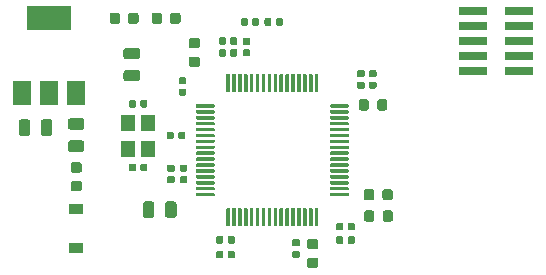
<source format=gbr>
G04 #@! TF.GenerationSoftware,KiCad,Pcbnew,(5.1.5)-3*
G04 #@! TF.CreationDate,2020-06-14T16:13:44+03:00*
G04 #@! TF.ProjectId,dev_board,6465765f-626f-4617-9264-2e6b69636164,rev?*
G04 #@! TF.SameCoordinates,Original*
G04 #@! TF.FileFunction,Paste,Top*
G04 #@! TF.FilePolarity,Positive*
%FSLAX46Y46*%
G04 Gerber Fmt 4.6, Leading zero omitted, Abs format (unit mm)*
G04 Created by KiCad (PCBNEW (5.1.5)-3) date 2020-06-14 16:13:44*
%MOMM*%
%LPD*%
G04 APERTURE LIST*
%ADD10C,0.100000*%
%ADD11R,1.200000X0.900000*%
%ADD12R,1.200000X1.400000*%
%ADD13R,2.400000X0.740000*%
%ADD14R,3.800000X2.000000*%
%ADD15R,1.500000X2.000000*%
G04 APERTURE END LIST*
D10*
G36*
X64547691Y-50686053D02*
G01*
X64568926Y-50689203D01*
X64589750Y-50694419D01*
X64609962Y-50701651D01*
X64629368Y-50710830D01*
X64647781Y-50721866D01*
X64665024Y-50734654D01*
X64680930Y-50749070D01*
X64695346Y-50764976D01*
X64708134Y-50782219D01*
X64719170Y-50800632D01*
X64728349Y-50820038D01*
X64735581Y-50840250D01*
X64740797Y-50861074D01*
X64743947Y-50882309D01*
X64745000Y-50903750D01*
X64745000Y-51416250D01*
X64743947Y-51437691D01*
X64740797Y-51458926D01*
X64735581Y-51479750D01*
X64728349Y-51499962D01*
X64719170Y-51519368D01*
X64708134Y-51537781D01*
X64695346Y-51555024D01*
X64680930Y-51570930D01*
X64665024Y-51585346D01*
X64647781Y-51598134D01*
X64629368Y-51609170D01*
X64609962Y-51618349D01*
X64589750Y-51625581D01*
X64568926Y-51630797D01*
X64547691Y-51633947D01*
X64526250Y-51635000D01*
X64088750Y-51635000D01*
X64067309Y-51633947D01*
X64046074Y-51630797D01*
X64025250Y-51625581D01*
X64005038Y-51618349D01*
X63985632Y-51609170D01*
X63967219Y-51598134D01*
X63949976Y-51585346D01*
X63934070Y-51570930D01*
X63919654Y-51555024D01*
X63906866Y-51537781D01*
X63895830Y-51519368D01*
X63886651Y-51499962D01*
X63879419Y-51479750D01*
X63874203Y-51458926D01*
X63871053Y-51437691D01*
X63870000Y-51416250D01*
X63870000Y-50903750D01*
X63871053Y-50882309D01*
X63874203Y-50861074D01*
X63879419Y-50840250D01*
X63886651Y-50820038D01*
X63895830Y-50800632D01*
X63906866Y-50782219D01*
X63919654Y-50764976D01*
X63934070Y-50749070D01*
X63949976Y-50734654D01*
X63967219Y-50721866D01*
X63985632Y-50710830D01*
X64005038Y-50701651D01*
X64025250Y-50694419D01*
X64046074Y-50689203D01*
X64067309Y-50686053D01*
X64088750Y-50685000D01*
X64526250Y-50685000D01*
X64547691Y-50686053D01*
G37*
G36*
X62972691Y-50686053D02*
G01*
X62993926Y-50689203D01*
X63014750Y-50694419D01*
X63034962Y-50701651D01*
X63054368Y-50710830D01*
X63072781Y-50721866D01*
X63090024Y-50734654D01*
X63105930Y-50749070D01*
X63120346Y-50764976D01*
X63133134Y-50782219D01*
X63144170Y-50800632D01*
X63153349Y-50820038D01*
X63160581Y-50840250D01*
X63165797Y-50861074D01*
X63168947Y-50882309D01*
X63170000Y-50903750D01*
X63170000Y-51416250D01*
X63168947Y-51437691D01*
X63165797Y-51458926D01*
X63160581Y-51479750D01*
X63153349Y-51499962D01*
X63144170Y-51519368D01*
X63133134Y-51537781D01*
X63120346Y-51555024D01*
X63105930Y-51570930D01*
X63090024Y-51585346D01*
X63072781Y-51598134D01*
X63054368Y-51609170D01*
X63034962Y-51618349D01*
X63014750Y-51625581D01*
X62993926Y-51630797D01*
X62972691Y-51633947D01*
X62951250Y-51635000D01*
X62513750Y-51635000D01*
X62492309Y-51633947D01*
X62471074Y-51630797D01*
X62450250Y-51625581D01*
X62430038Y-51618349D01*
X62410632Y-51609170D01*
X62392219Y-51598134D01*
X62374976Y-51585346D01*
X62359070Y-51570930D01*
X62344654Y-51555024D01*
X62331866Y-51537781D01*
X62320830Y-51519368D01*
X62311651Y-51499962D01*
X62304419Y-51479750D01*
X62299203Y-51458926D01*
X62296053Y-51437691D01*
X62295000Y-51416250D01*
X62295000Y-50903750D01*
X62296053Y-50882309D01*
X62299203Y-50861074D01*
X62304419Y-50840250D01*
X62311651Y-50820038D01*
X62320830Y-50800632D01*
X62331866Y-50782219D01*
X62344654Y-50764976D01*
X62359070Y-50749070D01*
X62374976Y-50734654D01*
X62392219Y-50721866D01*
X62410632Y-50710830D01*
X62430038Y-50701651D01*
X62450250Y-50694419D01*
X62471074Y-50689203D01*
X62492309Y-50686053D01*
X62513750Y-50685000D01*
X62951250Y-50685000D01*
X62972691Y-50686053D01*
G37*
G36*
X58687691Y-64081053D02*
G01*
X58708926Y-64084203D01*
X58729750Y-64089419D01*
X58749962Y-64096651D01*
X58769368Y-64105830D01*
X58787781Y-64116866D01*
X58805024Y-64129654D01*
X58820930Y-64144070D01*
X58835346Y-64159976D01*
X58848134Y-64177219D01*
X58859170Y-64195632D01*
X58868349Y-64215038D01*
X58875581Y-64235250D01*
X58880797Y-64256074D01*
X58883947Y-64277309D01*
X58885000Y-64298750D01*
X58885000Y-64736250D01*
X58883947Y-64757691D01*
X58880797Y-64778926D01*
X58875581Y-64799750D01*
X58868349Y-64819962D01*
X58859170Y-64839368D01*
X58848134Y-64857781D01*
X58835346Y-64875024D01*
X58820930Y-64890930D01*
X58805024Y-64905346D01*
X58787781Y-64918134D01*
X58769368Y-64929170D01*
X58749962Y-64938349D01*
X58729750Y-64945581D01*
X58708926Y-64950797D01*
X58687691Y-64953947D01*
X58666250Y-64955000D01*
X58153750Y-64955000D01*
X58132309Y-64953947D01*
X58111074Y-64950797D01*
X58090250Y-64945581D01*
X58070038Y-64938349D01*
X58050632Y-64929170D01*
X58032219Y-64918134D01*
X58014976Y-64905346D01*
X57999070Y-64890930D01*
X57984654Y-64875024D01*
X57971866Y-64857781D01*
X57960830Y-64839368D01*
X57951651Y-64819962D01*
X57944419Y-64799750D01*
X57939203Y-64778926D01*
X57936053Y-64757691D01*
X57935000Y-64736250D01*
X57935000Y-64298750D01*
X57936053Y-64277309D01*
X57939203Y-64256074D01*
X57944419Y-64235250D01*
X57951651Y-64215038D01*
X57960830Y-64195632D01*
X57971866Y-64177219D01*
X57984654Y-64159976D01*
X57999070Y-64144070D01*
X58014976Y-64129654D01*
X58032219Y-64116866D01*
X58050632Y-64105830D01*
X58070038Y-64096651D01*
X58090250Y-64089419D01*
X58111074Y-64084203D01*
X58132309Y-64081053D01*
X58153750Y-64080000D01*
X58666250Y-64080000D01*
X58687691Y-64081053D01*
G37*
G36*
X58687691Y-62506053D02*
G01*
X58708926Y-62509203D01*
X58729750Y-62514419D01*
X58749962Y-62521651D01*
X58769368Y-62530830D01*
X58787781Y-62541866D01*
X58805024Y-62554654D01*
X58820930Y-62569070D01*
X58835346Y-62584976D01*
X58848134Y-62602219D01*
X58859170Y-62620632D01*
X58868349Y-62640038D01*
X58875581Y-62660250D01*
X58880797Y-62681074D01*
X58883947Y-62702309D01*
X58885000Y-62723750D01*
X58885000Y-63161250D01*
X58883947Y-63182691D01*
X58880797Y-63203926D01*
X58875581Y-63224750D01*
X58868349Y-63244962D01*
X58859170Y-63264368D01*
X58848134Y-63282781D01*
X58835346Y-63300024D01*
X58820930Y-63315930D01*
X58805024Y-63330346D01*
X58787781Y-63343134D01*
X58769368Y-63354170D01*
X58749962Y-63363349D01*
X58729750Y-63370581D01*
X58708926Y-63375797D01*
X58687691Y-63378947D01*
X58666250Y-63380000D01*
X58153750Y-63380000D01*
X58132309Y-63378947D01*
X58111074Y-63375797D01*
X58090250Y-63370581D01*
X58070038Y-63363349D01*
X58050632Y-63354170D01*
X58032219Y-63343134D01*
X58014976Y-63330346D01*
X57999070Y-63315930D01*
X57984654Y-63300024D01*
X57971866Y-63282781D01*
X57960830Y-63264368D01*
X57951651Y-63244962D01*
X57944419Y-63224750D01*
X57939203Y-63203926D01*
X57936053Y-63182691D01*
X57935000Y-63161250D01*
X57935000Y-62723750D01*
X57936053Y-62702309D01*
X57939203Y-62681074D01*
X57944419Y-62660250D01*
X57951651Y-62640038D01*
X57960830Y-62620632D01*
X57971866Y-62602219D01*
X57984654Y-62584976D01*
X57999070Y-62569070D01*
X58014976Y-62554654D01*
X58032219Y-62541866D01*
X58050632Y-62530830D01*
X58070038Y-62521651D01*
X58090250Y-62514419D01*
X58111074Y-62509203D01*
X58132309Y-62506053D01*
X58153750Y-62505000D01*
X58666250Y-62505000D01*
X58687691Y-62506053D01*
G37*
G36*
X48667691Y-47081053D02*
G01*
X48688926Y-47084203D01*
X48709750Y-47089419D01*
X48729962Y-47096651D01*
X48749368Y-47105830D01*
X48767781Y-47116866D01*
X48785024Y-47129654D01*
X48800930Y-47144070D01*
X48815346Y-47159976D01*
X48828134Y-47177219D01*
X48839170Y-47195632D01*
X48848349Y-47215038D01*
X48855581Y-47235250D01*
X48860797Y-47256074D01*
X48863947Y-47277309D01*
X48865000Y-47298750D01*
X48865000Y-47736250D01*
X48863947Y-47757691D01*
X48860797Y-47778926D01*
X48855581Y-47799750D01*
X48848349Y-47819962D01*
X48839170Y-47839368D01*
X48828134Y-47857781D01*
X48815346Y-47875024D01*
X48800930Y-47890930D01*
X48785024Y-47905346D01*
X48767781Y-47918134D01*
X48749368Y-47929170D01*
X48729962Y-47938349D01*
X48709750Y-47945581D01*
X48688926Y-47950797D01*
X48667691Y-47953947D01*
X48646250Y-47955000D01*
X48133750Y-47955000D01*
X48112309Y-47953947D01*
X48091074Y-47950797D01*
X48070250Y-47945581D01*
X48050038Y-47938349D01*
X48030632Y-47929170D01*
X48012219Y-47918134D01*
X47994976Y-47905346D01*
X47979070Y-47890930D01*
X47964654Y-47875024D01*
X47951866Y-47857781D01*
X47940830Y-47839368D01*
X47931651Y-47819962D01*
X47924419Y-47799750D01*
X47919203Y-47778926D01*
X47916053Y-47757691D01*
X47915000Y-47736250D01*
X47915000Y-47298750D01*
X47916053Y-47277309D01*
X47919203Y-47256074D01*
X47924419Y-47235250D01*
X47931651Y-47215038D01*
X47940830Y-47195632D01*
X47951866Y-47177219D01*
X47964654Y-47159976D01*
X47979070Y-47144070D01*
X47994976Y-47129654D01*
X48012219Y-47116866D01*
X48030632Y-47105830D01*
X48050038Y-47096651D01*
X48070250Y-47089419D01*
X48091074Y-47084203D01*
X48112309Y-47081053D01*
X48133750Y-47080000D01*
X48646250Y-47080000D01*
X48667691Y-47081053D01*
G37*
G36*
X48667691Y-45506053D02*
G01*
X48688926Y-45509203D01*
X48709750Y-45514419D01*
X48729962Y-45521651D01*
X48749368Y-45530830D01*
X48767781Y-45541866D01*
X48785024Y-45554654D01*
X48800930Y-45569070D01*
X48815346Y-45584976D01*
X48828134Y-45602219D01*
X48839170Y-45620632D01*
X48848349Y-45640038D01*
X48855581Y-45660250D01*
X48860797Y-45681074D01*
X48863947Y-45702309D01*
X48865000Y-45723750D01*
X48865000Y-46161250D01*
X48863947Y-46182691D01*
X48860797Y-46203926D01*
X48855581Y-46224750D01*
X48848349Y-46244962D01*
X48839170Y-46264368D01*
X48828134Y-46282781D01*
X48815346Y-46300024D01*
X48800930Y-46315930D01*
X48785024Y-46330346D01*
X48767781Y-46343134D01*
X48749368Y-46354170D01*
X48729962Y-46363349D01*
X48709750Y-46370581D01*
X48688926Y-46375797D01*
X48667691Y-46378947D01*
X48646250Y-46380000D01*
X48133750Y-46380000D01*
X48112309Y-46378947D01*
X48091074Y-46375797D01*
X48070250Y-46370581D01*
X48050038Y-46363349D01*
X48030632Y-46354170D01*
X48012219Y-46343134D01*
X47994976Y-46330346D01*
X47979070Y-46315930D01*
X47964654Y-46300024D01*
X47951866Y-46282781D01*
X47940830Y-46264368D01*
X47931651Y-46244962D01*
X47924419Y-46224750D01*
X47919203Y-46203926D01*
X47916053Y-46182691D01*
X47915000Y-46161250D01*
X47915000Y-45723750D01*
X47916053Y-45702309D01*
X47919203Y-45681074D01*
X47924419Y-45660250D01*
X47931651Y-45640038D01*
X47940830Y-45620632D01*
X47951866Y-45602219D01*
X47964654Y-45584976D01*
X47979070Y-45569070D01*
X47994976Y-45554654D01*
X48012219Y-45541866D01*
X48030632Y-45530830D01*
X48050038Y-45521651D01*
X48070250Y-45514419D01*
X48091074Y-45509203D01*
X48112309Y-45506053D01*
X48133750Y-45505000D01*
X48646250Y-45505000D01*
X48667691Y-45506053D01*
G37*
G36*
X47586958Y-48820710D02*
G01*
X47601276Y-48822834D01*
X47615317Y-48826351D01*
X47628946Y-48831228D01*
X47642031Y-48837417D01*
X47654447Y-48844858D01*
X47666073Y-48853481D01*
X47676798Y-48863202D01*
X47686519Y-48873927D01*
X47695142Y-48885553D01*
X47702583Y-48897969D01*
X47708772Y-48911054D01*
X47713649Y-48924683D01*
X47717166Y-48938724D01*
X47719290Y-48953042D01*
X47720000Y-48967500D01*
X47720000Y-49262500D01*
X47719290Y-49276958D01*
X47717166Y-49291276D01*
X47713649Y-49305317D01*
X47708772Y-49318946D01*
X47702583Y-49332031D01*
X47695142Y-49344447D01*
X47686519Y-49356073D01*
X47676798Y-49366798D01*
X47666073Y-49376519D01*
X47654447Y-49385142D01*
X47642031Y-49392583D01*
X47628946Y-49398772D01*
X47615317Y-49403649D01*
X47601276Y-49407166D01*
X47586958Y-49409290D01*
X47572500Y-49410000D01*
X47227500Y-49410000D01*
X47213042Y-49409290D01*
X47198724Y-49407166D01*
X47184683Y-49403649D01*
X47171054Y-49398772D01*
X47157969Y-49392583D01*
X47145553Y-49385142D01*
X47133927Y-49376519D01*
X47123202Y-49366798D01*
X47113481Y-49356073D01*
X47104858Y-49344447D01*
X47097417Y-49332031D01*
X47091228Y-49318946D01*
X47086351Y-49305317D01*
X47082834Y-49291276D01*
X47080710Y-49276958D01*
X47080000Y-49262500D01*
X47080000Y-48967500D01*
X47080710Y-48953042D01*
X47082834Y-48938724D01*
X47086351Y-48924683D01*
X47091228Y-48911054D01*
X47097417Y-48897969D01*
X47104858Y-48885553D01*
X47113481Y-48873927D01*
X47123202Y-48863202D01*
X47133927Y-48853481D01*
X47145553Y-48844858D01*
X47157969Y-48837417D01*
X47171054Y-48831228D01*
X47184683Y-48826351D01*
X47198724Y-48822834D01*
X47213042Y-48820710D01*
X47227500Y-48820000D01*
X47572500Y-48820000D01*
X47586958Y-48820710D01*
G37*
G36*
X47586958Y-49790710D02*
G01*
X47601276Y-49792834D01*
X47615317Y-49796351D01*
X47628946Y-49801228D01*
X47642031Y-49807417D01*
X47654447Y-49814858D01*
X47666073Y-49823481D01*
X47676798Y-49833202D01*
X47686519Y-49843927D01*
X47695142Y-49855553D01*
X47702583Y-49867969D01*
X47708772Y-49881054D01*
X47713649Y-49894683D01*
X47717166Y-49908724D01*
X47719290Y-49923042D01*
X47720000Y-49937500D01*
X47720000Y-50232500D01*
X47719290Y-50246958D01*
X47717166Y-50261276D01*
X47713649Y-50275317D01*
X47708772Y-50288946D01*
X47702583Y-50302031D01*
X47695142Y-50314447D01*
X47686519Y-50326073D01*
X47676798Y-50336798D01*
X47666073Y-50346519D01*
X47654447Y-50355142D01*
X47642031Y-50362583D01*
X47628946Y-50368772D01*
X47615317Y-50373649D01*
X47601276Y-50377166D01*
X47586958Y-50379290D01*
X47572500Y-50380000D01*
X47227500Y-50380000D01*
X47213042Y-50379290D01*
X47198724Y-50377166D01*
X47184683Y-50373649D01*
X47171054Y-50368772D01*
X47157969Y-50362583D01*
X47145553Y-50355142D01*
X47133927Y-50346519D01*
X47123202Y-50336798D01*
X47113481Y-50326073D01*
X47104858Y-50314447D01*
X47097417Y-50302031D01*
X47091228Y-50288946D01*
X47086351Y-50275317D01*
X47082834Y-50261276D01*
X47080710Y-50246958D01*
X47080000Y-50232500D01*
X47080000Y-49937500D01*
X47080710Y-49923042D01*
X47082834Y-49908724D01*
X47086351Y-49894683D01*
X47091228Y-49881054D01*
X47097417Y-49867969D01*
X47104858Y-49855553D01*
X47113481Y-49843927D01*
X47123202Y-49833202D01*
X47133927Y-49823481D01*
X47145553Y-49814858D01*
X47157969Y-49807417D01*
X47171054Y-49801228D01*
X47184683Y-49796351D01*
X47198724Y-49792834D01*
X47213042Y-49790710D01*
X47227500Y-49790000D01*
X47572500Y-49790000D01*
X47586958Y-49790710D01*
G37*
G36*
X51676958Y-62260710D02*
G01*
X51691276Y-62262834D01*
X51705317Y-62266351D01*
X51718946Y-62271228D01*
X51732031Y-62277417D01*
X51744447Y-62284858D01*
X51756073Y-62293481D01*
X51766798Y-62303202D01*
X51776519Y-62313927D01*
X51785142Y-62325553D01*
X51792583Y-62337969D01*
X51798772Y-62351054D01*
X51803649Y-62364683D01*
X51807166Y-62378724D01*
X51809290Y-62393042D01*
X51810000Y-62407500D01*
X51810000Y-62752500D01*
X51809290Y-62766958D01*
X51807166Y-62781276D01*
X51803649Y-62795317D01*
X51798772Y-62808946D01*
X51792583Y-62822031D01*
X51785142Y-62834447D01*
X51776519Y-62846073D01*
X51766798Y-62856798D01*
X51756073Y-62866519D01*
X51744447Y-62875142D01*
X51732031Y-62882583D01*
X51718946Y-62888772D01*
X51705317Y-62893649D01*
X51691276Y-62897166D01*
X51676958Y-62899290D01*
X51662500Y-62900000D01*
X51367500Y-62900000D01*
X51353042Y-62899290D01*
X51338724Y-62897166D01*
X51324683Y-62893649D01*
X51311054Y-62888772D01*
X51297969Y-62882583D01*
X51285553Y-62875142D01*
X51273927Y-62866519D01*
X51263202Y-62856798D01*
X51253481Y-62846073D01*
X51244858Y-62834447D01*
X51237417Y-62822031D01*
X51231228Y-62808946D01*
X51226351Y-62795317D01*
X51222834Y-62781276D01*
X51220710Y-62766958D01*
X51220000Y-62752500D01*
X51220000Y-62407500D01*
X51220710Y-62393042D01*
X51222834Y-62378724D01*
X51226351Y-62364683D01*
X51231228Y-62351054D01*
X51237417Y-62337969D01*
X51244858Y-62325553D01*
X51253481Y-62313927D01*
X51263202Y-62303202D01*
X51273927Y-62293481D01*
X51285553Y-62284858D01*
X51297969Y-62277417D01*
X51311054Y-62271228D01*
X51324683Y-62266351D01*
X51338724Y-62262834D01*
X51353042Y-62260710D01*
X51367500Y-62260000D01*
X51662500Y-62260000D01*
X51676958Y-62260710D01*
G37*
G36*
X50706958Y-62260710D02*
G01*
X50721276Y-62262834D01*
X50735317Y-62266351D01*
X50748946Y-62271228D01*
X50762031Y-62277417D01*
X50774447Y-62284858D01*
X50786073Y-62293481D01*
X50796798Y-62303202D01*
X50806519Y-62313927D01*
X50815142Y-62325553D01*
X50822583Y-62337969D01*
X50828772Y-62351054D01*
X50833649Y-62364683D01*
X50837166Y-62378724D01*
X50839290Y-62393042D01*
X50840000Y-62407500D01*
X50840000Y-62752500D01*
X50839290Y-62766958D01*
X50837166Y-62781276D01*
X50833649Y-62795317D01*
X50828772Y-62808946D01*
X50822583Y-62822031D01*
X50815142Y-62834447D01*
X50806519Y-62846073D01*
X50796798Y-62856798D01*
X50786073Y-62866519D01*
X50774447Y-62875142D01*
X50762031Y-62882583D01*
X50748946Y-62888772D01*
X50735317Y-62893649D01*
X50721276Y-62897166D01*
X50706958Y-62899290D01*
X50692500Y-62900000D01*
X50397500Y-62900000D01*
X50383042Y-62899290D01*
X50368724Y-62897166D01*
X50354683Y-62893649D01*
X50341054Y-62888772D01*
X50327969Y-62882583D01*
X50315553Y-62875142D01*
X50303927Y-62866519D01*
X50293202Y-62856798D01*
X50283481Y-62846073D01*
X50274858Y-62834447D01*
X50267417Y-62822031D01*
X50261228Y-62808946D01*
X50256351Y-62795317D01*
X50252834Y-62781276D01*
X50250710Y-62766958D01*
X50250000Y-62752500D01*
X50250000Y-62407500D01*
X50250710Y-62393042D01*
X50252834Y-62378724D01*
X50256351Y-62364683D01*
X50261228Y-62351054D01*
X50267417Y-62337969D01*
X50274858Y-62325553D01*
X50283481Y-62313927D01*
X50293202Y-62303202D01*
X50303927Y-62293481D01*
X50315553Y-62284858D01*
X50327969Y-62277417D01*
X50341054Y-62271228D01*
X50354683Y-62266351D01*
X50368724Y-62262834D01*
X50383042Y-62260710D01*
X50397500Y-62260000D01*
X50692500Y-62260000D01*
X50706958Y-62260710D01*
G37*
G36*
X50706958Y-63510710D02*
G01*
X50721276Y-63512834D01*
X50735317Y-63516351D01*
X50748946Y-63521228D01*
X50762031Y-63527417D01*
X50774447Y-63534858D01*
X50786073Y-63543481D01*
X50796798Y-63553202D01*
X50806519Y-63563927D01*
X50815142Y-63575553D01*
X50822583Y-63587969D01*
X50828772Y-63601054D01*
X50833649Y-63614683D01*
X50837166Y-63628724D01*
X50839290Y-63643042D01*
X50840000Y-63657500D01*
X50840000Y-64002500D01*
X50839290Y-64016958D01*
X50837166Y-64031276D01*
X50833649Y-64045317D01*
X50828772Y-64058946D01*
X50822583Y-64072031D01*
X50815142Y-64084447D01*
X50806519Y-64096073D01*
X50796798Y-64106798D01*
X50786073Y-64116519D01*
X50774447Y-64125142D01*
X50762031Y-64132583D01*
X50748946Y-64138772D01*
X50735317Y-64143649D01*
X50721276Y-64147166D01*
X50706958Y-64149290D01*
X50692500Y-64150000D01*
X50397500Y-64150000D01*
X50383042Y-64149290D01*
X50368724Y-64147166D01*
X50354683Y-64143649D01*
X50341054Y-64138772D01*
X50327969Y-64132583D01*
X50315553Y-64125142D01*
X50303927Y-64116519D01*
X50293202Y-64106798D01*
X50283481Y-64096073D01*
X50274858Y-64084447D01*
X50267417Y-64072031D01*
X50261228Y-64058946D01*
X50256351Y-64045317D01*
X50252834Y-64031276D01*
X50250710Y-64016958D01*
X50250000Y-64002500D01*
X50250000Y-63657500D01*
X50250710Y-63643042D01*
X50252834Y-63628724D01*
X50256351Y-63614683D01*
X50261228Y-63601054D01*
X50267417Y-63587969D01*
X50274858Y-63575553D01*
X50283481Y-63563927D01*
X50293202Y-63553202D01*
X50303927Y-63543481D01*
X50315553Y-63534858D01*
X50327969Y-63527417D01*
X50341054Y-63521228D01*
X50354683Y-63516351D01*
X50368724Y-63512834D01*
X50383042Y-63510710D01*
X50397500Y-63510000D01*
X50692500Y-63510000D01*
X50706958Y-63510710D01*
G37*
G36*
X51676958Y-63510710D02*
G01*
X51691276Y-63512834D01*
X51705317Y-63516351D01*
X51718946Y-63521228D01*
X51732031Y-63527417D01*
X51744447Y-63534858D01*
X51756073Y-63543481D01*
X51766798Y-63553202D01*
X51776519Y-63563927D01*
X51785142Y-63575553D01*
X51792583Y-63587969D01*
X51798772Y-63601054D01*
X51803649Y-63614683D01*
X51807166Y-63628724D01*
X51809290Y-63643042D01*
X51810000Y-63657500D01*
X51810000Y-64002500D01*
X51809290Y-64016958D01*
X51807166Y-64031276D01*
X51803649Y-64045317D01*
X51798772Y-64058946D01*
X51792583Y-64072031D01*
X51785142Y-64084447D01*
X51776519Y-64096073D01*
X51766798Y-64106798D01*
X51756073Y-64116519D01*
X51744447Y-64125142D01*
X51732031Y-64132583D01*
X51718946Y-64138772D01*
X51705317Y-64143649D01*
X51691276Y-64147166D01*
X51676958Y-64149290D01*
X51662500Y-64150000D01*
X51367500Y-64150000D01*
X51353042Y-64149290D01*
X51338724Y-64147166D01*
X51324683Y-64143649D01*
X51311054Y-64138772D01*
X51297969Y-64132583D01*
X51285553Y-64125142D01*
X51273927Y-64116519D01*
X51263202Y-64106798D01*
X51253481Y-64096073D01*
X51244858Y-64084447D01*
X51237417Y-64072031D01*
X51231228Y-64058946D01*
X51226351Y-64045317D01*
X51222834Y-64031276D01*
X51220710Y-64016958D01*
X51220000Y-64002500D01*
X51220000Y-63657500D01*
X51220710Y-63643042D01*
X51222834Y-63628724D01*
X51226351Y-63614683D01*
X51231228Y-63601054D01*
X51237417Y-63587969D01*
X51244858Y-63575553D01*
X51253481Y-63563927D01*
X51263202Y-63553202D01*
X51273927Y-63543481D01*
X51285553Y-63534858D01*
X51297969Y-63527417D01*
X51311054Y-63521228D01*
X51324683Y-63516351D01*
X51338724Y-63512834D01*
X51353042Y-63510710D01*
X51367500Y-63510000D01*
X51662500Y-63510000D01*
X51676958Y-63510710D01*
G37*
G36*
X60866958Y-61140710D02*
G01*
X60881276Y-61142834D01*
X60895317Y-61146351D01*
X60908946Y-61151228D01*
X60922031Y-61157417D01*
X60934447Y-61164858D01*
X60946073Y-61173481D01*
X60956798Y-61183202D01*
X60966519Y-61193927D01*
X60975142Y-61205553D01*
X60982583Y-61217969D01*
X60988772Y-61231054D01*
X60993649Y-61244683D01*
X60997166Y-61258724D01*
X60999290Y-61273042D01*
X61000000Y-61287500D01*
X61000000Y-61632500D01*
X60999290Y-61646958D01*
X60997166Y-61661276D01*
X60993649Y-61675317D01*
X60988772Y-61688946D01*
X60982583Y-61702031D01*
X60975142Y-61714447D01*
X60966519Y-61726073D01*
X60956798Y-61736798D01*
X60946073Y-61746519D01*
X60934447Y-61755142D01*
X60922031Y-61762583D01*
X60908946Y-61768772D01*
X60895317Y-61773649D01*
X60881276Y-61777166D01*
X60866958Y-61779290D01*
X60852500Y-61780000D01*
X60557500Y-61780000D01*
X60543042Y-61779290D01*
X60528724Y-61777166D01*
X60514683Y-61773649D01*
X60501054Y-61768772D01*
X60487969Y-61762583D01*
X60475553Y-61755142D01*
X60463927Y-61746519D01*
X60453202Y-61736798D01*
X60443481Y-61726073D01*
X60434858Y-61714447D01*
X60427417Y-61702031D01*
X60421228Y-61688946D01*
X60416351Y-61675317D01*
X60412834Y-61661276D01*
X60410710Y-61646958D01*
X60410000Y-61632500D01*
X60410000Y-61287500D01*
X60410710Y-61273042D01*
X60412834Y-61258724D01*
X60416351Y-61244683D01*
X60421228Y-61231054D01*
X60427417Y-61217969D01*
X60434858Y-61205553D01*
X60443481Y-61193927D01*
X60453202Y-61183202D01*
X60463927Y-61173481D01*
X60475553Y-61164858D01*
X60487969Y-61157417D01*
X60501054Y-61151228D01*
X60514683Y-61146351D01*
X60528724Y-61142834D01*
X60543042Y-61140710D01*
X60557500Y-61140000D01*
X60852500Y-61140000D01*
X60866958Y-61140710D01*
G37*
G36*
X61836958Y-61140710D02*
G01*
X61851276Y-61142834D01*
X61865317Y-61146351D01*
X61878946Y-61151228D01*
X61892031Y-61157417D01*
X61904447Y-61164858D01*
X61916073Y-61173481D01*
X61926798Y-61183202D01*
X61936519Y-61193927D01*
X61945142Y-61205553D01*
X61952583Y-61217969D01*
X61958772Y-61231054D01*
X61963649Y-61244683D01*
X61967166Y-61258724D01*
X61969290Y-61273042D01*
X61970000Y-61287500D01*
X61970000Y-61632500D01*
X61969290Y-61646958D01*
X61967166Y-61661276D01*
X61963649Y-61675317D01*
X61958772Y-61688946D01*
X61952583Y-61702031D01*
X61945142Y-61714447D01*
X61936519Y-61726073D01*
X61926798Y-61736798D01*
X61916073Y-61746519D01*
X61904447Y-61755142D01*
X61892031Y-61762583D01*
X61878946Y-61768772D01*
X61865317Y-61773649D01*
X61851276Y-61777166D01*
X61836958Y-61779290D01*
X61822500Y-61780000D01*
X61527500Y-61780000D01*
X61513042Y-61779290D01*
X61498724Y-61777166D01*
X61484683Y-61773649D01*
X61471054Y-61768772D01*
X61457969Y-61762583D01*
X61445553Y-61755142D01*
X61433927Y-61746519D01*
X61423202Y-61736798D01*
X61413481Y-61726073D01*
X61404858Y-61714447D01*
X61397417Y-61702031D01*
X61391228Y-61688946D01*
X61386351Y-61675317D01*
X61382834Y-61661276D01*
X61380710Y-61646958D01*
X61380000Y-61632500D01*
X61380000Y-61287500D01*
X61380710Y-61273042D01*
X61382834Y-61258724D01*
X61386351Y-61244683D01*
X61391228Y-61231054D01*
X61397417Y-61217969D01*
X61404858Y-61205553D01*
X61413481Y-61193927D01*
X61423202Y-61183202D01*
X61433927Y-61173481D01*
X61445553Y-61164858D01*
X61457969Y-61157417D01*
X61471054Y-61151228D01*
X61484683Y-61146351D01*
X61498724Y-61142834D01*
X61513042Y-61140710D01*
X61527500Y-61140000D01*
X61822500Y-61140000D01*
X61836958Y-61140710D01*
G37*
G36*
X61846958Y-62280710D02*
G01*
X61861276Y-62282834D01*
X61875317Y-62286351D01*
X61888946Y-62291228D01*
X61902031Y-62297417D01*
X61914447Y-62304858D01*
X61926073Y-62313481D01*
X61936798Y-62323202D01*
X61946519Y-62333927D01*
X61955142Y-62345553D01*
X61962583Y-62357969D01*
X61968772Y-62371054D01*
X61973649Y-62384683D01*
X61977166Y-62398724D01*
X61979290Y-62413042D01*
X61980000Y-62427500D01*
X61980000Y-62772500D01*
X61979290Y-62786958D01*
X61977166Y-62801276D01*
X61973649Y-62815317D01*
X61968772Y-62828946D01*
X61962583Y-62842031D01*
X61955142Y-62854447D01*
X61946519Y-62866073D01*
X61936798Y-62876798D01*
X61926073Y-62886519D01*
X61914447Y-62895142D01*
X61902031Y-62902583D01*
X61888946Y-62908772D01*
X61875317Y-62913649D01*
X61861276Y-62917166D01*
X61846958Y-62919290D01*
X61832500Y-62920000D01*
X61537500Y-62920000D01*
X61523042Y-62919290D01*
X61508724Y-62917166D01*
X61494683Y-62913649D01*
X61481054Y-62908772D01*
X61467969Y-62902583D01*
X61455553Y-62895142D01*
X61443927Y-62886519D01*
X61433202Y-62876798D01*
X61423481Y-62866073D01*
X61414858Y-62854447D01*
X61407417Y-62842031D01*
X61401228Y-62828946D01*
X61396351Y-62815317D01*
X61392834Y-62801276D01*
X61390710Y-62786958D01*
X61390000Y-62772500D01*
X61390000Y-62427500D01*
X61390710Y-62413042D01*
X61392834Y-62398724D01*
X61396351Y-62384683D01*
X61401228Y-62371054D01*
X61407417Y-62357969D01*
X61414858Y-62345553D01*
X61423481Y-62333927D01*
X61433202Y-62323202D01*
X61443927Y-62313481D01*
X61455553Y-62304858D01*
X61467969Y-62297417D01*
X61481054Y-62291228D01*
X61494683Y-62286351D01*
X61508724Y-62282834D01*
X61523042Y-62280710D01*
X61537500Y-62280000D01*
X61832500Y-62280000D01*
X61846958Y-62280710D01*
G37*
G36*
X60876958Y-62280710D02*
G01*
X60891276Y-62282834D01*
X60905317Y-62286351D01*
X60918946Y-62291228D01*
X60932031Y-62297417D01*
X60944447Y-62304858D01*
X60956073Y-62313481D01*
X60966798Y-62323202D01*
X60976519Y-62333927D01*
X60985142Y-62345553D01*
X60992583Y-62357969D01*
X60998772Y-62371054D01*
X61003649Y-62384683D01*
X61007166Y-62398724D01*
X61009290Y-62413042D01*
X61010000Y-62427500D01*
X61010000Y-62772500D01*
X61009290Y-62786958D01*
X61007166Y-62801276D01*
X61003649Y-62815317D01*
X60998772Y-62828946D01*
X60992583Y-62842031D01*
X60985142Y-62854447D01*
X60976519Y-62866073D01*
X60966798Y-62876798D01*
X60956073Y-62886519D01*
X60944447Y-62895142D01*
X60932031Y-62902583D01*
X60918946Y-62908772D01*
X60905317Y-62913649D01*
X60891276Y-62917166D01*
X60876958Y-62919290D01*
X60862500Y-62920000D01*
X60567500Y-62920000D01*
X60553042Y-62919290D01*
X60538724Y-62917166D01*
X60524683Y-62913649D01*
X60511054Y-62908772D01*
X60497969Y-62902583D01*
X60485553Y-62895142D01*
X60473927Y-62886519D01*
X60463202Y-62876798D01*
X60453481Y-62866073D01*
X60444858Y-62854447D01*
X60437417Y-62842031D01*
X60431228Y-62828946D01*
X60426351Y-62815317D01*
X60422834Y-62801276D01*
X60420710Y-62786958D01*
X60420000Y-62772500D01*
X60420000Y-62427500D01*
X60420710Y-62413042D01*
X60422834Y-62398724D01*
X60426351Y-62384683D01*
X60431228Y-62371054D01*
X60437417Y-62357969D01*
X60444858Y-62345553D01*
X60453481Y-62333927D01*
X60463202Y-62323202D01*
X60473927Y-62313481D01*
X60485553Y-62304858D01*
X60497969Y-62297417D01*
X60511054Y-62291228D01*
X60524683Y-62286351D01*
X60538724Y-62282834D01*
X60553042Y-62280710D01*
X60567500Y-62280000D01*
X60862500Y-62280000D01*
X60876958Y-62280710D01*
G37*
G36*
X63686958Y-49190710D02*
G01*
X63701276Y-49192834D01*
X63715317Y-49196351D01*
X63728946Y-49201228D01*
X63742031Y-49207417D01*
X63754447Y-49214858D01*
X63766073Y-49223481D01*
X63776798Y-49233202D01*
X63786519Y-49243927D01*
X63795142Y-49255553D01*
X63802583Y-49267969D01*
X63808772Y-49281054D01*
X63813649Y-49294683D01*
X63817166Y-49308724D01*
X63819290Y-49323042D01*
X63820000Y-49337500D01*
X63820000Y-49632500D01*
X63819290Y-49646958D01*
X63817166Y-49661276D01*
X63813649Y-49675317D01*
X63808772Y-49688946D01*
X63802583Y-49702031D01*
X63795142Y-49714447D01*
X63786519Y-49726073D01*
X63776798Y-49736798D01*
X63766073Y-49746519D01*
X63754447Y-49755142D01*
X63742031Y-49762583D01*
X63728946Y-49768772D01*
X63715317Y-49773649D01*
X63701276Y-49777166D01*
X63686958Y-49779290D01*
X63672500Y-49780000D01*
X63327500Y-49780000D01*
X63313042Y-49779290D01*
X63298724Y-49777166D01*
X63284683Y-49773649D01*
X63271054Y-49768772D01*
X63257969Y-49762583D01*
X63245553Y-49755142D01*
X63233927Y-49746519D01*
X63223202Y-49736798D01*
X63213481Y-49726073D01*
X63204858Y-49714447D01*
X63197417Y-49702031D01*
X63191228Y-49688946D01*
X63186351Y-49675317D01*
X63182834Y-49661276D01*
X63180710Y-49646958D01*
X63180000Y-49632500D01*
X63180000Y-49337500D01*
X63180710Y-49323042D01*
X63182834Y-49308724D01*
X63186351Y-49294683D01*
X63191228Y-49281054D01*
X63197417Y-49267969D01*
X63204858Y-49255553D01*
X63213481Y-49243927D01*
X63223202Y-49233202D01*
X63233927Y-49223481D01*
X63245553Y-49214858D01*
X63257969Y-49207417D01*
X63271054Y-49201228D01*
X63284683Y-49196351D01*
X63298724Y-49192834D01*
X63313042Y-49190710D01*
X63327500Y-49190000D01*
X63672500Y-49190000D01*
X63686958Y-49190710D01*
G37*
G36*
X63686958Y-48220710D02*
G01*
X63701276Y-48222834D01*
X63715317Y-48226351D01*
X63728946Y-48231228D01*
X63742031Y-48237417D01*
X63754447Y-48244858D01*
X63766073Y-48253481D01*
X63776798Y-48263202D01*
X63786519Y-48273927D01*
X63795142Y-48285553D01*
X63802583Y-48297969D01*
X63808772Y-48311054D01*
X63813649Y-48324683D01*
X63817166Y-48338724D01*
X63819290Y-48353042D01*
X63820000Y-48367500D01*
X63820000Y-48662500D01*
X63819290Y-48676958D01*
X63817166Y-48691276D01*
X63813649Y-48705317D01*
X63808772Y-48718946D01*
X63802583Y-48732031D01*
X63795142Y-48744447D01*
X63786519Y-48756073D01*
X63776798Y-48766798D01*
X63766073Y-48776519D01*
X63754447Y-48785142D01*
X63742031Y-48792583D01*
X63728946Y-48798772D01*
X63715317Y-48803649D01*
X63701276Y-48807166D01*
X63686958Y-48809290D01*
X63672500Y-48810000D01*
X63327500Y-48810000D01*
X63313042Y-48809290D01*
X63298724Y-48807166D01*
X63284683Y-48803649D01*
X63271054Y-48798772D01*
X63257969Y-48792583D01*
X63245553Y-48785142D01*
X63233927Y-48776519D01*
X63223202Y-48766798D01*
X63213481Y-48756073D01*
X63204858Y-48744447D01*
X63197417Y-48732031D01*
X63191228Y-48718946D01*
X63186351Y-48705317D01*
X63182834Y-48691276D01*
X63180710Y-48676958D01*
X63180000Y-48662500D01*
X63180000Y-48367500D01*
X63180710Y-48353042D01*
X63182834Y-48338724D01*
X63186351Y-48324683D01*
X63191228Y-48311054D01*
X63197417Y-48297969D01*
X63204858Y-48285553D01*
X63213481Y-48273927D01*
X63223202Y-48263202D01*
X63233927Y-48253481D01*
X63245553Y-48244858D01*
X63257969Y-48237417D01*
X63271054Y-48231228D01*
X63284683Y-48226351D01*
X63298724Y-48222834D01*
X63313042Y-48220710D01*
X63327500Y-48220000D01*
X63672500Y-48220000D01*
X63686958Y-48220710D01*
G37*
G36*
X62686958Y-49190710D02*
G01*
X62701276Y-49192834D01*
X62715317Y-49196351D01*
X62728946Y-49201228D01*
X62742031Y-49207417D01*
X62754447Y-49214858D01*
X62766073Y-49223481D01*
X62776798Y-49233202D01*
X62786519Y-49243927D01*
X62795142Y-49255553D01*
X62802583Y-49267969D01*
X62808772Y-49281054D01*
X62813649Y-49294683D01*
X62817166Y-49308724D01*
X62819290Y-49323042D01*
X62820000Y-49337500D01*
X62820000Y-49632500D01*
X62819290Y-49646958D01*
X62817166Y-49661276D01*
X62813649Y-49675317D01*
X62808772Y-49688946D01*
X62802583Y-49702031D01*
X62795142Y-49714447D01*
X62786519Y-49726073D01*
X62776798Y-49736798D01*
X62766073Y-49746519D01*
X62754447Y-49755142D01*
X62742031Y-49762583D01*
X62728946Y-49768772D01*
X62715317Y-49773649D01*
X62701276Y-49777166D01*
X62686958Y-49779290D01*
X62672500Y-49780000D01*
X62327500Y-49780000D01*
X62313042Y-49779290D01*
X62298724Y-49777166D01*
X62284683Y-49773649D01*
X62271054Y-49768772D01*
X62257969Y-49762583D01*
X62245553Y-49755142D01*
X62233927Y-49746519D01*
X62223202Y-49736798D01*
X62213481Y-49726073D01*
X62204858Y-49714447D01*
X62197417Y-49702031D01*
X62191228Y-49688946D01*
X62186351Y-49675317D01*
X62182834Y-49661276D01*
X62180710Y-49646958D01*
X62180000Y-49632500D01*
X62180000Y-49337500D01*
X62180710Y-49323042D01*
X62182834Y-49308724D01*
X62186351Y-49294683D01*
X62191228Y-49281054D01*
X62197417Y-49267969D01*
X62204858Y-49255553D01*
X62213481Y-49243927D01*
X62223202Y-49233202D01*
X62233927Y-49223481D01*
X62245553Y-49214858D01*
X62257969Y-49207417D01*
X62271054Y-49201228D01*
X62284683Y-49196351D01*
X62298724Y-49192834D01*
X62313042Y-49190710D01*
X62327500Y-49190000D01*
X62672500Y-49190000D01*
X62686958Y-49190710D01*
G37*
G36*
X62686958Y-48220710D02*
G01*
X62701276Y-48222834D01*
X62715317Y-48226351D01*
X62728946Y-48231228D01*
X62742031Y-48237417D01*
X62754447Y-48244858D01*
X62766073Y-48253481D01*
X62776798Y-48263202D01*
X62786519Y-48273927D01*
X62795142Y-48285553D01*
X62802583Y-48297969D01*
X62808772Y-48311054D01*
X62813649Y-48324683D01*
X62817166Y-48338724D01*
X62819290Y-48353042D01*
X62820000Y-48367500D01*
X62820000Y-48662500D01*
X62819290Y-48676958D01*
X62817166Y-48691276D01*
X62813649Y-48705317D01*
X62808772Y-48718946D01*
X62802583Y-48732031D01*
X62795142Y-48744447D01*
X62786519Y-48756073D01*
X62776798Y-48766798D01*
X62766073Y-48776519D01*
X62754447Y-48785142D01*
X62742031Y-48792583D01*
X62728946Y-48798772D01*
X62715317Y-48803649D01*
X62701276Y-48807166D01*
X62686958Y-48809290D01*
X62672500Y-48810000D01*
X62327500Y-48810000D01*
X62313042Y-48809290D01*
X62298724Y-48807166D01*
X62284683Y-48803649D01*
X62271054Y-48798772D01*
X62257969Y-48792583D01*
X62245553Y-48785142D01*
X62233927Y-48776519D01*
X62223202Y-48766798D01*
X62213481Y-48756073D01*
X62204858Y-48744447D01*
X62197417Y-48732031D01*
X62191228Y-48718946D01*
X62186351Y-48705317D01*
X62182834Y-48691276D01*
X62180710Y-48676958D01*
X62180000Y-48662500D01*
X62180000Y-48367500D01*
X62180710Y-48353042D01*
X62182834Y-48338724D01*
X62186351Y-48324683D01*
X62191228Y-48311054D01*
X62197417Y-48297969D01*
X62204858Y-48285553D01*
X62213481Y-48273927D01*
X62223202Y-48263202D01*
X62233927Y-48253481D01*
X62245553Y-48244858D01*
X62257969Y-48237417D01*
X62271054Y-48231228D01*
X62284683Y-48226351D01*
X62298724Y-48222834D01*
X62313042Y-48220710D01*
X62327500Y-48220000D01*
X62672500Y-48220000D01*
X62686958Y-48220710D01*
G37*
G36*
X50926958Y-46430710D02*
G01*
X50941276Y-46432834D01*
X50955317Y-46436351D01*
X50968946Y-46441228D01*
X50982031Y-46447417D01*
X50994447Y-46454858D01*
X51006073Y-46463481D01*
X51016798Y-46473202D01*
X51026519Y-46483927D01*
X51035142Y-46495553D01*
X51042583Y-46507969D01*
X51048772Y-46521054D01*
X51053649Y-46534683D01*
X51057166Y-46548724D01*
X51059290Y-46563042D01*
X51060000Y-46577500D01*
X51060000Y-46922500D01*
X51059290Y-46936958D01*
X51057166Y-46951276D01*
X51053649Y-46965317D01*
X51048772Y-46978946D01*
X51042583Y-46992031D01*
X51035142Y-47004447D01*
X51026519Y-47016073D01*
X51016798Y-47026798D01*
X51006073Y-47036519D01*
X50994447Y-47045142D01*
X50982031Y-47052583D01*
X50968946Y-47058772D01*
X50955317Y-47063649D01*
X50941276Y-47067166D01*
X50926958Y-47069290D01*
X50912500Y-47070000D01*
X50617500Y-47070000D01*
X50603042Y-47069290D01*
X50588724Y-47067166D01*
X50574683Y-47063649D01*
X50561054Y-47058772D01*
X50547969Y-47052583D01*
X50535553Y-47045142D01*
X50523927Y-47036519D01*
X50513202Y-47026798D01*
X50503481Y-47016073D01*
X50494858Y-47004447D01*
X50487417Y-46992031D01*
X50481228Y-46978946D01*
X50476351Y-46965317D01*
X50472834Y-46951276D01*
X50470710Y-46936958D01*
X50470000Y-46922500D01*
X50470000Y-46577500D01*
X50470710Y-46563042D01*
X50472834Y-46548724D01*
X50476351Y-46534683D01*
X50481228Y-46521054D01*
X50487417Y-46507969D01*
X50494858Y-46495553D01*
X50503481Y-46483927D01*
X50513202Y-46473202D01*
X50523927Y-46463481D01*
X50535553Y-46454858D01*
X50547969Y-46447417D01*
X50561054Y-46441228D01*
X50574683Y-46436351D01*
X50588724Y-46432834D01*
X50603042Y-46430710D01*
X50617500Y-46430000D01*
X50912500Y-46430000D01*
X50926958Y-46430710D01*
G37*
G36*
X51896958Y-46430710D02*
G01*
X51911276Y-46432834D01*
X51925317Y-46436351D01*
X51938946Y-46441228D01*
X51952031Y-46447417D01*
X51964447Y-46454858D01*
X51976073Y-46463481D01*
X51986798Y-46473202D01*
X51996519Y-46483927D01*
X52005142Y-46495553D01*
X52012583Y-46507969D01*
X52018772Y-46521054D01*
X52023649Y-46534683D01*
X52027166Y-46548724D01*
X52029290Y-46563042D01*
X52030000Y-46577500D01*
X52030000Y-46922500D01*
X52029290Y-46936958D01*
X52027166Y-46951276D01*
X52023649Y-46965317D01*
X52018772Y-46978946D01*
X52012583Y-46992031D01*
X52005142Y-47004447D01*
X51996519Y-47016073D01*
X51986798Y-47026798D01*
X51976073Y-47036519D01*
X51964447Y-47045142D01*
X51952031Y-47052583D01*
X51938946Y-47058772D01*
X51925317Y-47063649D01*
X51911276Y-47067166D01*
X51896958Y-47069290D01*
X51882500Y-47070000D01*
X51587500Y-47070000D01*
X51573042Y-47069290D01*
X51558724Y-47067166D01*
X51544683Y-47063649D01*
X51531054Y-47058772D01*
X51517969Y-47052583D01*
X51505553Y-47045142D01*
X51493927Y-47036519D01*
X51483202Y-47026798D01*
X51473481Y-47016073D01*
X51464858Y-47004447D01*
X51457417Y-46992031D01*
X51451228Y-46978946D01*
X51446351Y-46965317D01*
X51442834Y-46951276D01*
X51440710Y-46936958D01*
X51440000Y-46922500D01*
X51440000Y-46577500D01*
X51440710Y-46563042D01*
X51442834Y-46548724D01*
X51446351Y-46534683D01*
X51451228Y-46521054D01*
X51457417Y-46507969D01*
X51464858Y-46495553D01*
X51473481Y-46483927D01*
X51483202Y-46473202D01*
X51493927Y-46463481D01*
X51505553Y-46454858D01*
X51517969Y-46447417D01*
X51531054Y-46441228D01*
X51544683Y-46436351D01*
X51558724Y-46432834D01*
X51573042Y-46430710D01*
X51587500Y-46430000D01*
X51882500Y-46430000D01*
X51896958Y-46430710D01*
G37*
G36*
X51896958Y-45430710D02*
G01*
X51911276Y-45432834D01*
X51925317Y-45436351D01*
X51938946Y-45441228D01*
X51952031Y-45447417D01*
X51964447Y-45454858D01*
X51976073Y-45463481D01*
X51986798Y-45473202D01*
X51996519Y-45483927D01*
X52005142Y-45495553D01*
X52012583Y-45507969D01*
X52018772Y-45521054D01*
X52023649Y-45534683D01*
X52027166Y-45548724D01*
X52029290Y-45563042D01*
X52030000Y-45577500D01*
X52030000Y-45922500D01*
X52029290Y-45936958D01*
X52027166Y-45951276D01*
X52023649Y-45965317D01*
X52018772Y-45978946D01*
X52012583Y-45992031D01*
X52005142Y-46004447D01*
X51996519Y-46016073D01*
X51986798Y-46026798D01*
X51976073Y-46036519D01*
X51964447Y-46045142D01*
X51952031Y-46052583D01*
X51938946Y-46058772D01*
X51925317Y-46063649D01*
X51911276Y-46067166D01*
X51896958Y-46069290D01*
X51882500Y-46070000D01*
X51587500Y-46070000D01*
X51573042Y-46069290D01*
X51558724Y-46067166D01*
X51544683Y-46063649D01*
X51531054Y-46058772D01*
X51517969Y-46052583D01*
X51505553Y-46045142D01*
X51493927Y-46036519D01*
X51483202Y-46026798D01*
X51473481Y-46016073D01*
X51464858Y-46004447D01*
X51457417Y-45992031D01*
X51451228Y-45978946D01*
X51446351Y-45965317D01*
X51442834Y-45951276D01*
X51440710Y-45936958D01*
X51440000Y-45922500D01*
X51440000Y-45577500D01*
X51440710Y-45563042D01*
X51442834Y-45548724D01*
X51446351Y-45534683D01*
X51451228Y-45521054D01*
X51457417Y-45507969D01*
X51464858Y-45495553D01*
X51473481Y-45483927D01*
X51483202Y-45473202D01*
X51493927Y-45463481D01*
X51505553Y-45454858D01*
X51517969Y-45447417D01*
X51531054Y-45441228D01*
X51544683Y-45436351D01*
X51558724Y-45432834D01*
X51573042Y-45430710D01*
X51587500Y-45430000D01*
X51882500Y-45430000D01*
X51896958Y-45430710D01*
G37*
G36*
X50926958Y-45430710D02*
G01*
X50941276Y-45432834D01*
X50955317Y-45436351D01*
X50968946Y-45441228D01*
X50982031Y-45447417D01*
X50994447Y-45454858D01*
X51006073Y-45463481D01*
X51016798Y-45473202D01*
X51026519Y-45483927D01*
X51035142Y-45495553D01*
X51042583Y-45507969D01*
X51048772Y-45521054D01*
X51053649Y-45534683D01*
X51057166Y-45548724D01*
X51059290Y-45563042D01*
X51060000Y-45577500D01*
X51060000Y-45922500D01*
X51059290Y-45936958D01*
X51057166Y-45951276D01*
X51053649Y-45965317D01*
X51048772Y-45978946D01*
X51042583Y-45992031D01*
X51035142Y-46004447D01*
X51026519Y-46016073D01*
X51016798Y-46026798D01*
X51006073Y-46036519D01*
X50994447Y-46045142D01*
X50982031Y-46052583D01*
X50968946Y-46058772D01*
X50955317Y-46063649D01*
X50941276Y-46067166D01*
X50926958Y-46069290D01*
X50912500Y-46070000D01*
X50617500Y-46070000D01*
X50603042Y-46069290D01*
X50588724Y-46067166D01*
X50574683Y-46063649D01*
X50561054Y-46058772D01*
X50547969Y-46052583D01*
X50535553Y-46045142D01*
X50523927Y-46036519D01*
X50513202Y-46026798D01*
X50503481Y-46016073D01*
X50494858Y-46004447D01*
X50487417Y-45992031D01*
X50481228Y-45978946D01*
X50476351Y-45965317D01*
X50472834Y-45951276D01*
X50470710Y-45936958D01*
X50470000Y-45922500D01*
X50470000Y-45577500D01*
X50470710Y-45563042D01*
X50472834Y-45548724D01*
X50476351Y-45534683D01*
X50481228Y-45521054D01*
X50487417Y-45507969D01*
X50494858Y-45495553D01*
X50503481Y-45483927D01*
X50513202Y-45473202D01*
X50523927Y-45463481D01*
X50535553Y-45454858D01*
X50547969Y-45447417D01*
X50561054Y-45441228D01*
X50574683Y-45436351D01*
X50588724Y-45432834D01*
X50603042Y-45430710D01*
X50617500Y-45430000D01*
X50912500Y-45430000D01*
X50926958Y-45430710D01*
G37*
G36*
X43570142Y-48201174D02*
G01*
X43593803Y-48204684D01*
X43617007Y-48210496D01*
X43639529Y-48218554D01*
X43661153Y-48228782D01*
X43681670Y-48241079D01*
X43700883Y-48255329D01*
X43718607Y-48271393D01*
X43734671Y-48289117D01*
X43748921Y-48308330D01*
X43761218Y-48328847D01*
X43771446Y-48350471D01*
X43779504Y-48372993D01*
X43785316Y-48396197D01*
X43788826Y-48419858D01*
X43790000Y-48443750D01*
X43790000Y-48931250D01*
X43788826Y-48955142D01*
X43785316Y-48978803D01*
X43779504Y-49002007D01*
X43771446Y-49024529D01*
X43761218Y-49046153D01*
X43748921Y-49066670D01*
X43734671Y-49085883D01*
X43718607Y-49103607D01*
X43700883Y-49119671D01*
X43681670Y-49133921D01*
X43661153Y-49146218D01*
X43639529Y-49156446D01*
X43617007Y-49164504D01*
X43593803Y-49170316D01*
X43570142Y-49173826D01*
X43546250Y-49175000D01*
X42633750Y-49175000D01*
X42609858Y-49173826D01*
X42586197Y-49170316D01*
X42562993Y-49164504D01*
X42540471Y-49156446D01*
X42518847Y-49146218D01*
X42498330Y-49133921D01*
X42479117Y-49119671D01*
X42461393Y-49103607D01*
X42445329Y-49085883D01*
X42431079Y-49066670D01*
X42418782Y-49046153D01*
X42408554Y-49024529D01*
X42400496Y-49002007D01*
X42394684Y-48978803D01*
X42391174Y-48955142D01*
X42390000Y-48931250D01*
X42390000Y-48443750D01*
X42391174Y-48419858D01*
X42394684Y-48396197D01*
X42400496Y-48372993D01*
X42408554Y-48350471D01*
X42418782Y-48328847D01*
X42431079Y-48308330D01*
X42445329Y-48289117D01*
X42461393Y-48271393D01*
X42479117Y-48255329D01*
X42498330Y-48241079D01*
X42518847Y-48228782D01*
X42540471Y-48218554D01*
X42562993Y-48210496D01*
X42586197Y-48204684D01*
X42609858Y-48201174D01*
X42633750Y-48200000D01*
X43546250Y-48200000D01*
X43570142Y-48201174D01*
G37*
G36*
X43570142Y-46326174D02*
G01*
X43593803Y-46329684D01*
X43617007Y-46335496D01*
X43639529Y-46343554D01*
X43661153Y-46353782D01*
X43681670Y-46366079D01*
X43700883Y-46380329D01*
X43718607Y-46396393D01*
X43734671Y-46414117D01*
X43748921Y-46433330D01*
X43761218Y-46453847D01*
X43771446Y-46475471D01*
X43779504Y-46497993D01*
X43785316Y-46521197D01*
X43788826Y-46544858D01*
X43790000Y-46568750D01*
X43790000Y-47056250D01*
X43788826Y-47080142D01*
X43785316Y-47103803D01*
X43779504Y-47127007D01*
X43771446Y-47149529D01*
X43761218Y-47171153D01*
X43748921Y-47191670D01*
X43734671Y-47210883D01*
X43718607Y-47228607D01*
X43700883Y-47244671D01*
X43681670Y-47258921D01*
X43661153Y-47271218D01*
X43639529Y-47281446D01*
X43617007Y-47289504D01*
X43593803Y-47295316D01*
X43570142Y-47298826D01*
X43546250Y-47300000D01*
X42633750Y-47300000D01*
X42609858Y-47298826D01*
X42586197Y-47295316D01*
X42562993Y-47289504D01*
X42540471Y-47281446D01*
X42518847Y-47271218D01*
X42498330Y-47258921D01*
X42479117Y-47244671D01*
X42461393Y-47228607D01*
X42445329Y-47210883D01*
X42431079Y-47191670D01*
X42418782Y-47171153D01*
X42408554Y-47149529D01*
X42400496Y-47127007D01*
X42394684Y-47103803D01*
X42391174Y-47080142D01*
X42390000Y-47056250D01*
X42390000Y-46568750D01*
X42391174Y-46544858D01*
X42394684Y-46521197D01*
X42400496Y-46497993D01*
X42408554Y-46475471D01*
X42418782Y-46453847D01*
X42431079Y-46433330D01*
X42445329Y-46414117D01*
X42461393Y-46396393D01*
X42479117Y-46380329D01*
X42498330Y-46366079D01*
X42518847Y-46353782D01*
X42540471Y-46343554D01*
X42562993Y-46335496D01*
X42586197Y-46329684D01*
X42609858Y-46326174D01*
X42633750Y-46325000D01*
X43546250Y-46325000D01*
X43570142Y-46326174D01*
G37*
G36*
X34280142Y-52371174D02*
G01*
X34303803Y-52374684D01*
X34327007Y-52380496D01*
X34349529Y-52388554D01*
X34371153Y-52398782D01*
X34391670Y-52411079D01*
X34410883Y-52425329D01*
X34428607Y-52441393D01*
X34444671Y-52459117D01*
X34458921Y-52478330D01*
X34471218Y-52498847D01*
X34481446Y-52520471D01*
X34489504Y-52542993D01*
X34495316Y-52566197D01*
X34498826Y-52589858D01*
X34500000Y-52613750D01*
X34500000Y-53526250D01*
X34498826Y-53550142D01*
X34495316Y-53573803D01*
X34489504Y-53597007D01*
X34481446Y-53619529D01*
X34471218Y-53641153D01*
X34458921Y-53661670D01*
X34444671Y-53680883D01*
X34428607Y-53698607D01*
X34410883Y-53714671D01*
X34391670Y-53728921D01*
X34371153Y-53741218D01*
X34349529Y-53751446D01*
X34327007Y-53759504D01*
X34303803Y-53765316D01*
X34280142Y-53768826D01*
X34256250Y-53770000D01*
X33768750Y-53770000D01*
X33744858Y-53768826D01*
X33721197Y-53765316D01*
X33697993Y-53759504D01*
X33675471Y-53751446D01*
X33653847Y-53741218D01*
X33633330Y-53728921D01*
X33614117Y-53714671D01*
X33596393Y-53698607D01*
X33580329Y-53680883D01*
X33566079Y-53661670D01*
X33553782Y-53641153D01*
X33543554Y-53619529D01*
X33535496Y-53597007D01*
X33529684Y-53573803D01*
X33526174Y-53550142D01*
X33525000Y-53526250D01*
X33525000Y-52613750D01*
X33526174Y-52589858D01*
X33529684Y-52566197D01*
X33535496Y-52542993D01*
X33543554Y-52520471D01*
X33553782Y-52498847D01*
X33566079Y-52478330D01*
X33580329Y-52459117D01*
X33596393Y-52441393D01*
X33614117Y-52425329D01*
X33633330Y-52411079D01*
X33653847Y-52398782D01*
X33675471Y-52388554D01*
X33697993Y-52380496D01*
X33721197Y-52374684D01*
X33744858Y-52371174D01*
X33768750Y-52370000D01*
X34256250Y-52370000D01*
X34280142Y-52371174D01*
G37*
G36*
X36155142Y-52371174D02*
G01*
X36178803Y-52374684D01*
X36202007Y-52380496D01*
X36224529Y-52388554D01*
X36246153Y-52398782D01*
X36266670Y-52411079D01*
X36285883Y-52425329D01*
X36303607Y-52441393D01*
X36319671Y-52459117D01*
X36333921Y-52478330D01*
X36346218Y-52498847D01*
X36356446Y-52520471D01*
X36364504Y-52542993D01*
X36370316Y-52566197D01*
X36373826Y-52589858D01*
X36375000Y-52613750D01*
X36375000Y-53526250D01*
X36373826Y-53550142D01*
X36370316Y-53573803D01*
X36364504Y-53597007D01*
X36356446Y-53619529D01*
X36346218Y-53641153D01*
X36333921Y-53661670D01*
X36319671Y-53680883D01*
X36303607Y-53698607D01*
X36285883Y-53714671D01*
X36266670Y-53728921D01*
X36246153Y-53741218D01*
X36224529Y-53751446D01*
X36202007Y-53759504D01*
X36178803Y-53765316D01*
X36155142Y-53768826D01*
X36131250Y-53770000D01*
X35643750Y-53770000D01*
X35619858Y-53768826D01*
X35596197Y-53765316D01*
X35572993Y-53759504D01*
X35550471Y-53751446D01*
X35528847Y-53741218D01*
X35508330Y-53728921D01*
X35489117Y-53714671D01*
X35471393Y-53698607D01*
X35455329Y-53680883D01*
X35441079Y-53661670D01*
X35428782Y-53641153D01*
X35418554Y-53619529D01*
X35410496Y-53597007D01*
X35404684Y-53573803D01*
X35401174Y-53550142D01*
X35400000Y-53526250D01*
X35400000Y-52613750D01*
X35401174Y-52589858D01*
X35404684Y-52566197D01*
X35410496Y-52542993D01*
X35418554Y-52520471D01*
X35428782Y-52498847D01*
X35441079Y-52478330D01*
X35455329Y-52459117D01*
X35471393Y-52441393D01*
X35489117Y-52425329D01*
X35508330Y-52411079D01*
X35528847Y-52398782D01*
X35550471Y-52388554D01*
X35572993Y-52380496D01*
X35596197Y-52374684D01*
X35619858Y-52371174D01*
X35643750Y-52370000D01*
X36131250Y-52370000D01*
X36155142Y-52371174D01*
G37*
G36*
X46586958Y-56220710D02*
G01*
X46601276Y-56222834D01*
X46615317Y-56226351D01*
X46628946Y-56231228D01*
X46642031Y-56237417D01*
X46654447Y-56244858D01*
X46666073Y-56253481D01*
X46676798Y-56263202D01*
X46686519Y-56273927D01*
X46695142Y-56285553D01*
X46702583Y-56297969D01*
X46708772Y-56311054D01*
X46713649Y-56324683D01*
X46717166Y-56338724D01*
X46719290Y-56353042D01*
X46720000Y-56367500D01*
X46720000Y-56662500D01*
X46719290Y-56676958D01*
X46717166Y-56691276D01*
X46713649Y-56705317D01*
X46708772Y-56718946D01*
X46702583Y-56732031D01*
X46695142Y-56744447D01*
X46686519Y-56756073D01*
X46676798Y-56766798D01*
X46666073Y-56776519D01*
X46654447Y-56785142D01*
X46642031Y-56792583D01*
X46628946Y-56798772D01*
X46615317Y-56803649D01*
X46601276Y-56807166D01*
X46586958Y-56809290D01*
X46572500Y-56810000D01*
X46227500Y-56810000D01*
X46213042Y-56809290D01*
X46198724Y-56807166D01*
X46184683Y-56803649D01*
X46171054Y-56798772D01*
X46157969Y-56792583D01*
X46145553Y-56785142D01*
X46133927Y-56776519D01*
X46123202Y-56766798D01*
X46113481Y-56756073D01*
X46104858Y-56744447D01*
X46097417Y-56732031D01*
X46091228Y-56718946D01*
X46086351Y-56705317D01*
X46082834Y-56691276D01*
X46080710Y-56676958D01*
X46080000Y-56662500D01*
X46080000Y-56367500D01*
X46080710Y-56353042D01*
X46082834Y-56338724D01*
X46086351Y-56324683D01*
X46091228Y-56311054D01*
X46097417Y-56297969D01*
X46104858Y-56285553D01*
X46113481Y-56273927D01*
X46123202Y-56263202D01*
X46133927Y-56253481D01*
X46145553Y-56244858D01*
X46157969Y-56237417D01*
X46171054Y-56231228D01*
X46184683Y-56226351D01*
X46198724Y-56222834D01*
X46213042Y-56220710D01*
X46227500Y-56220000D01*
X46572500Y-56220000D01*
X46586958Y-56220710D01*
G37*
G36*
X46586958Y-57190710D02*
G01*
X46601276Y-57192834D01*
X46615317Y-57196351D01*
X46628946Y-57201228D01*
X46642031Y-57207417D01*
X46654447Y-57214858D01*
X46666073Y-57223481D01*
X46676798Y-57233202D01*
X46686519Y-57243927D01*
X46695142Y-57255553D01*
X46702583Y-57267969D01*
X46708772Y-57281054D01*
X46713649Y-57294683D01*
X46717166Y-57308724D01*
X46719290Y-57323042D01*
X46720000Y-57337500D01*
X46720000Y-57632500D01*
X46719290Y-57646958D01*
X46717166Y-57661276D01*
X46713649Y-57675317D01*
X46708772Y-57688946D01*
X46702583Y-57702031D01*
X46695142Y-57714447D01*
X46686519Y-57726073D01*
X46676798Y-57736798D01*
X46666073Y-57746519D01*
X46654447Y-57755142D01*
X46642031Y-57762583D01*
X46628946Y-57768772D01*
X46615317Y-57773649D01*
X46601276Y-57777166D01*
X46586958Y-57779290D01*
X46572500Y-57780000D01*
X46227500Y-57780000D01*
X46213042Y-57779290D01*
X46198724Y-57777166D01*
X46184683Y-57773649D01*
X46171054Y-57768772D01*
X46157969Y-57762583D01*
X46145553Y-57755142D01*
X46133927Y-57746519D01*
X46123202Y-57736798D01*
X46113481Y-57726073D01*
X46104858Y-57714447D01*
X46097417Y-57702031D01*
X46091228Y-57688946D01*
X46086351Y-57675317D01*
X46082834Y-57661276D01*
X46080710Y-57646958D01*
X46080000Y-57632500D01*
X46080000Y-57337500D01*
X46080710Y-57323042D01*
X46082834Y-57308724D01*
X46086351Y-57294683D01*
X46091228Y-57281054D01*
X46097417Y-57267969D01*
X46104858Y-57255553D01*
X46113481Y-57243927D01*
X46123202Y-57233202D01*
X46133927Y-57223481D01*
X46145553Y-57214858D01*
X46157969Y-57207417D01*
X46171054Y-57201228D01*
X46184683Y-57196351D01*
X46198724Y-57192834D01*
X46213042Y-57190710D01*
X46227500Y-57190000D01*
X46572500Y-57190000D01*
X46586958Y-57190710D01*
G37*
G36*
X47661958Y-57190710D02*
G01*
X47676276Y-57192834D01*
X47690317Y-57196351D01*
X47703946Y-57201228D01*
X47717031Y-57207417D01*
X47729447Y-57214858D01*
X47741073Y-57223481D01*
X47751798Y-57233202D01*
X47761519Y-57243927D01*
X47770142Y-57255553D01*
X47777583Y-57267969D01*
X47783772Y-57281054D01*
X47788649Y-57294683D01*
X47792166Y-57308724D01*
X47794290Y-57323042D01*
X47795000Y-57337500D01*
X47795000Y-57632500D01*
X47794290Y-57646958D01*
X47792166Y-57661276D01*
X47788649Y-57675317D01*
X47783772Y-57688946D01*
X47777583Y-57702031D01*
X47770142Y-57714447D01*
X47761519Y-57726073D01*
X47751798Y-57736798D01*
X47741073Y-57746519D01*
X47729447Y-57755142D01*
X47717031Y-57762583D01*
X47703946Y-57768772D01*
X47690317Y-57773649D01*
X47676276Y-57777166D01*
X47661958Y-57779290D01*
X47647500Y-57780000D01*
X47302500Y-57780000D01*
X47288042Y-57779290D01*
X47273724Y-57777166D01*
X47259683Y-57773649D01*
X47246054Y-57768772D01*
X47232969Y-57762583D01*
X47220553Y-57755142D01*
X47208927Y-57746519D01*
X47198202Y-57736798D01*
X47188481Y-57726073D01*
X47179858Y-57714447D01*
X47172417Y-57702031D01*
X47166228Y-57688946D01*
X47161351Y-57675317D01*
X47157834Y-57661276D01*
X47155710Y-57646958D01*
X47155000Y-57632500D01*
X47155000Y-57337500D01*
X47155710Y-57323042D01*
X47157834Y-57308724D01*
X47161351Y-57294683D01*
X47166228Y-57281054D01*
X47172417Y-57267969D01*
X47179858Y-57255553D01*
X47188481Y-57243927D01*
X47198202Y-57233202D01*
X47208927Y-57223481D01*
X47220553Y-57214858D01*
X47232969Y-57207417D01*
X47246054Y-57201228D01*
X47259683Y-57196351D01*
X47273724Y-57192834D01*
X47288042Y-57190710D01*
X47302500Y-57190000D01*
X47647500Y-57190000D01*
X47661958Y-57190710D01*
G37*
G36*
X47661958Y-56220710D02*
G01*
X47676276Y-56222834D01*
X47690317Y-56226351D01*
X47703946Y-56231228D01*
X47717031Y-56237417D01*
X47729447Y-56244858D01*
X47741073Y-56253481D01*
X47751798Y-56263202D01*
X47761519Y-56273927D01*
X47770142Y-56285553D01*
X47777583Y-56297969D01*
X47783772Y-56311054D01*
X47788649Y-56324683D01*
X47792166Y-56338724D01*
X47794290Y-56353042D01*
X47795000Y-56367500D01*
X47795000Y-56662500D01*
X47794290Y-56676958D01*
X47792166Y-56691276D01*
X47788649Y-56705317D01*
X47783772Y-56718946D01*
X47777583Y-56732031D01*
X47770142Y-56744447D01*
X47761519Y-56756073D01*
X47751798Y-56766798D01*
X47741073Y-56776519D01*
X47729447Y-56785142D01*
X47717031Y-56792583D01*
X47703946Y-56798772D01*
X47690317Y-56803649D01*
X47676276Y-56807166D01*
X47661958Y-56809290D01*
X47647500Y-56810000D01*
X47302500Y-56810000D01*
X47288042Y-56809290D01*
X47273724Y-56807166D01*
X47259683Y-56803649D01*
X47246054Y-56798772D01*
X47232969Y-56792583D01*
X47220553Y-56785142D01*
X47208927Y-56776519D01*
X47198202Y-56766798D01*
X47188481Y-56756073D01*
X47179858Y-56744447D01*
X47172417Y-56732031D01*
X47166228Y-56718946D01*
X47161351Y-56705317D01*
X47157834Y-56691276D01*
X47155710Y-56676958D01*
X47155000Y-56662500D01*
X47155000Y-56367500D01*
X47155710Y-56353042D01*
X47157834Y-56338724D01*
X47161351Y-56324683D01*
X47166228Y-56311054D01*
X47172417Y-56297969D01*
X47179858Y-56285553D01*
X47188481Y-56273927D01*
X47198202Y-56263202D01*
X47208927Y-56253481D01*
X47220553Y-56244858D01*
X47232969Y-56237417D01*
X47246054Y-56231228D01*
X47259683Y-56226351D01*
X47273724Y-56222834D01*
X47288042Y-56220710D01*
X47302500Y-56220000D01*
X47647500Y-56220000D01*
X47661958Y-56220710D01*
G37*
G36*
X44286958Y-50750710D02*
G01*
X44301276Y-50752834D01*
X44315317Y-50756351D01*
X44328946Y-50761228D01*
X44342031Y-50767417D01*
X44354447Y-50774858D01*
X44366073Y-50783481D01*
X44376798Y-50793202D01*
X44386519Y-50803927D01*
X44395142Y-50815553D01*
X44402583Y-50827969D01*
X44408772Y-50841054D01*
X44413649Y-50854683D01*
X44417166Y-50868724D01*
X44419290Y-50883042D01*
X44420000Y-50897500D01*
X44420000Y-51242500D01*
X44419290Y-51256958D01*
X44417166Y-51271276D01*
X44413649Y-51285317D01*
X44408772Y-51298946D01*
X44402583Y-51312031D01*
X44395142Y-51324447D01*
X44386519Y-51336073D01*
X44376798Y-51346798D01*
X44366073Y-51356519D01*
X44354447Y-51365142D01*
X44342031Y-51372583D01*
X44328946Y-51378772D01*
X44315317Y-51383649D01*
X44301276Y-51387166D01*
X44286958Y-51389290D01*
X44272500Y-51390000D01*
X43977500Y-51390000D01*
X43963042Y-51389290D01*
X43948724Y-51387166D01*
X43934683Y-51383649D01*
X43921054Y-51378772D01*
X43907969Y-51372583D01*
X43895553Y-51365142D01*
X43883927Y-51356519D01*
X43873202Y-51346798D01*
X43863481Y-51336073D01*
X43854858Y-51324447D01*
X43847417Y-51312031D01*
X43841228Y-51298946D01*
X43836351Y-51285317D01*
X43832834Y-51271276D01*
X43830710Y-51256958D01*
X43830000Y-51242500D01*
X43830000Y-50897500D01*
X43830710Y-50883042D01*
X43832834Y-50868724D01*
X43836351Y-50854683D01*
X43841228Y-50841054D01*
X43847417Y-50827969D01*
X43854858Y-50815553D01*
X43863481Y-50803927D01*
X43873202Y-50793202D01*
X43883927Y-50783481D01*
X43895553Y-50774858D01*
X43907969Y-50767417D01*
X43921054Y-50761228D01*
X43934683Y-50756351D01*
X43948724Y-50752834D01*
X43963042Y-50750710D01*
X43977500Y-50750000D01*
X44272500Y-50750000D01*
X44286958Y-50750710D01*
G37*
G36*
X43316958Y-50750710D02*
G01*
X43331276Y-50752834D01*
X43345317Y-50756351D01*
X43358946Y-50761228D01*
X43372031Y-50767417D01*
X43384447Y-50774858D01*
X43396073Y-50783481D01*
X43406798Y-50793202D01*
X43416519Y-50803927D01*
X43425142Y-50815553D01*
X43432583Y-50827969D01*
X43438772Y-50841054D01*
X43443649Y-50854683D01*
X43447166Y-50868724D01*
X43449290Y-50883042D01*
X43450000Y-50897500D01*
X43450000Y-51242500D01*
X43449290Y-51256958D01*
X43447166Y-51271276D01*
X43443649Y-51285317D01*
X43438772Y-51298946D01*
X43432583Y-51312031D01*
X43425142Y-51324447D01*
X43416519Y-51336073D01*
X43406798Y-51346798D01*
X43396073Y-51356519D01*
X43384447Y-51365142D01*
X43372031Y-51372583D01*
X43358946Y-51378772D01*
X43345317Y-51383649D01*
X43331276Y-51387166D01*
X43316958Y-51389290D01*
X43302500Y-51390000D01*
X43007500Y-51390000D01*
X42993042Y-51389290D01*
X42978724Y-51387166D01*
X42964683Y-51383649D01*
X42951054Y-51378772D01*
X42937969Y-51372583D01*
X42925553Y-51365142D01*
X42913927Y-51356519D01*
X42903202Y-51346798D01*
X42893481Y-51336073D01*
X42884858Y-51324447D01*
X42877417Y-51312031D01*
X42871228Y-51298946D01*
X42866351Y-51285317D01*
X42862834Y-51271276D01*
X42860710Y-51256958D01*
X42860000Y-51242500D01*
X42860000Y-50897500D01*
X42860710Y-50883042D01*
X42862834Y-50868724D01*
X42866351Y-50854683D01*
X42871228Y-50841054D01*
X42877417Y-50827969D01*
X42884858Y-50815553D01*
X42893481Y-50803927D01*
X42903202Y-50793202D01*
X42913927Y-50783481D01*
X42925553Y-50774858D01*
X42937969Y-50767417D01*
X42951054Y-50761228D01*
X42964683Y-50756351D01*
X42978724Y-50752834D01*
X42993042Y-50750710D01*
X43007500Y-50750000D01*
X43302500Y-50750000D01*
X43316958Y-50750710D01*
G37*
G36*
X44286958Y-56150710D02*
G01*
X44301276Y-56152834D01*
X44315317Y-56156351D01*
X44328946Y-56161228D01*
X44342031Y-56167417D01*
X44354447Y-56174858D01*
X44366073Y-56183481D01*
X44376798Y-56193202D01*
X44386519Y-56203927D01*
X44395142Y-56215553D01*
X44402583Y-56227969D01*
X44408772Y-56241054D01*
X44413649Y-56254683D01*
X44417166Y-56268724D01*
X44419290Y-56283042D01*
X44420000Y-56297500D01*
X44420000Y-56642500D01*
X44419290Y-56656958D01*
X44417166Y-56671276D01*
X44413649Y-56685317D01*
X44408772Y-56698946D01*
X44402583Y-56712031D01*
X44395142Y-56724447D01*
X44386519Y-56736073D01*
X44376798Y-56746798D01*
X44366073Y-56756519D01*
X44354447Y-56765142D01*
X44342031Y-56772583D01*
X44328946Y-56778772D01*
X44315317Y-56783649D01*
X44301276Y-56787166D01*
X44286958Y-56789290D01*
X44272500Y-56790000D01*
X43977500Y-56790000D01*
X43963042Y-56789290D01*
X43948724Y-56787166D01*
X43934683Y-56783649D01*
X43921054Y-56778772D01*
X43907969Y-56772583D01*
X43895553Y-56765142D01*
X43883927Y-56756519D01*
X43873202Y-56746798D01*
X43863481Y-56736073D01*
X43854858Y-56724447D01*
X43847417Y-56712031D01*
X43841228Y-56698946D01*
X43836351Y-56685317D01*
X43832834Y-56671276D01*
X43830710Y-56656958D01*
X43830000Y-56642500D01*
X43830000Y-56297500D01*
X43830710Y-56283042D01*
X43832834Y-56268724D01*
X43836351Y-56254683D01*
X43841228Y-56241054D01*
X43847417Y-56227969D01*
X43854858Y-56215553D01*
X43863481Y-56203927D01*
X43873202Y-56193202D01*
X43883927Y-56183481D01*
X43895553Y-56174858D01*
X43907969Y-56167417D01*
X43921054Y-56161228D01*
X43934683Y-56156351D01*
X43948724Y-56152834D01*
X43963042Y-56150710D01*
X43977500Y-56150000D01*
X44272500Y-56150000D01*
X44286958Y-56150710D01*
G37*
G36*
X43316958Y-56150710D02*
G01*
X43331276Y-56152834D01*
X43345317Y-56156351D01*
X43358946Y-56161228D01*
X43372031Y-56167417D01*
X43384447Y-56174858D01*
X43396073Y-56183481D01*
X43406798Y-56193202D01*
X43416519Y-56203927D01*
X43425142Y-56215553D01*
X43432583Y-56227969D01*
X43438772Y-56241054D01*
X43443649Y-56254683D01*
X43447166Y-56268724D01*
X43449290Y-56283042D01*
X43450000Y-56297500D01*
X43450000Y-56642500D01*
X43449290Y-56656958D01*
X43447166Y-56671276D01*
X43443649Y-56685317D01*
X43438772Y-56698946D01*
X43432583Y-56712031D01*
X43425142Y-56724447D01*
X43416519Y-56736073D01*
X43406798Y-56746798D01*
X43396073Y-56756519D01*
X43384447Y-56765142D01*
X43372031Y-56772583D01*
X43358946Y-56778772D01*
X43345317Y-56783649D01*
X43331276Y-56787166D01*
X43316958Y-56789290D01*
X43302500Y-56790000D01*
X43007500Y-56790000D01*
X42993042Y-56789290D01*
X42978724Y-56787166D01*
X42964683Y-56783649D01*
X42951054Y-56778772D01*
X42937969Y-56772583D01*
X42925553Y-56765142D01*
X42913927Y-56756519D01*
X42903202Y-56746798D01*
X42893481Y-56736073D01*
X42884858Y-56724447D01*
X42877417Y-56712031D01*
X42871228Y-56698946D01*
X42866351Y-56685317D01*
X42862834Y-56671276D01*
X42860710Y-56656958D01*
X42860000Y-56642500D01*
X42860000Y-56297500D01*
X42860710Y-56283042D01*
X42862834Y-56268724D01*
X42866351Y-56254683D01*
X42871228Y-56241054D01*
X42877417Y-56227969D01*
X42884858Y-56215553D01*
X42893481Y-56203927D01*
X42903202Y-56193202D01*
X42913927Y-56183481D01*
X42925553Y-56174858D01*
X42937969Y-56167417D01*
X42951054Y-56161228D01*
X42964683Y-56156351D01*
X42978724Y-56152834D01*
X42993042Y-56150710D01*
X43007500Y-56150000D01*
X43302500Y-56150000D01*
X43316958Y-56150710D01*
G37*
D11*
X38400000Y-60010000D03*
X38400000Y-63310000D03*
D10*
G36*
X43477691Y-43351053D02*
G01*
X43498926Y-43354203D01*
X43519750Y-43359419D01*
X43539962Y-43366651D01*
X43559368Y-43375830D01*
X43577781Y-43386866D01*
X43595024Y-43399654D01*
X43610930Y-43414070D01*
X43625346Y-43429976D01*
X43638134Y-43447219D01*
X43649170Y-43465632D01*
X43658349Y-43485038D01*
X43665581Y-43505250D01*
X43670797Y-43526074D01*
X43673947Y-43547309D01*
X43675000Y-43568750D01*
X43675000Y-44081250D01*
X43673947Y-44102691D01*
X43670797Y-44123926D01*
X43665581Y-44144750D01*
X43658349Y-44164962D01*
X43649170Y-44184368D01*
X43638134Y-44202781D01*
X43625346Y-44220024D01*
X43610930Y-44235930D01*
X43595024Y-44250346D01*
X43577781Y-44263134D01*
X43559368Y-44274170D01*
X43539962Y-44283349D01*
X43519750Y-44290581D01*
X43498926Y-44295797D01*
X43477691Y-44298947D01*
X43456250Y-44300000D01*
X43018750Y-44300000D01*
X42997309Y-44298947D01*
X42976074Y-44295797D01*
X42955250Y-44290581D01*
X42935038Y-44283349D01*
X42915632Y-44274170D01*
X42897219Y-44263134D01*
X42879976Y-44250346D01*
X42864070Y-44235930D01*
X42849654Y-44220024D01*
X42836866Y-44202781D01*
X42825830Y-44184368D01*
X42816651Y-44164962D01*
X42809419Y-44144750D01*
X42804203Y-44123926D01*
X42801053Y-44102691D01*
X42800000Y-44081250D01*
X42800000Y-43568750D01*
X42801053Y-43547309D01*
X42804203Y-43526074D01*
X42809419Y-43505250D01*
X42816651Y-43485038D01*
X42825830Y-43465632D01*
X42836866Y-43447219D01*
X42849654Y-43429976D01*
X42864070Y-43414070D01*
X42879976Y-43399654D01*
X42897219Y-43386866D01*
X42915632Y-43375830D01*
X42935038Y-43366651D01*
X42955250Y-43359419D01*
X42976074Y-43354203D01*
X42997309Y-43351053D01*
X43018750Y-43350000D01*
X43456250Y-43350000D01*
X43477691Y-43351053D01*
G37*
G36*
X41902691Y-43351053D02*
G01*
X41923926Y-43354203D01*
X41944750Y-43359419D01*
X41964962Y-43366651D01*
X41984368Y-43375830D01*
X42002781Y-43386866D01*
X42020024Y-43399654D01*
X42035930Y-43414070D01*
X42050346Y-43429976D01*
X42063134Y-43447219D01*
X42074170Y-43465632D01*
X42083349Y-43485038D01*
X42090581Y-43505250D01*
X42095797Y-43526074D01*
X42098947Y-43547309D01*
X42100000Y-43568750D01*
X42100000Y-44081250D01*
X42098947Y-44102691D01*
X42095797Y-44123926D01*
X42090581Y-44144750D01*
X42083349Y-44164962D01*
X42074170Y-44184368D01*
X42063134Y-44202781D01*
X42050346Y-44220024D01*
X42035930Y-44235930D01*
X42020024Y-44250346D01*
X42002781Y-44263134D01*
X41984368Y-44274170D01*
X41964962Y-44283349D01*
X41944750Y-44290581D01*
X41923926Y-44295797D01*
X41902691Y-44298947D01*
X41881250Y-44300000D01*
X41443750Y-44300000D01*
X41422309Y-44298947D01*
X41401074Y-44295797D01*
X41380250Y-44290581D01*
X41360038Y-44283349D01*
X41340632Y-44274170D01*
X41322219Y-44263134D01*
X41304976Y-44250346D01*
X41289070Y-44235930D01*
X41274654Y-44220024D01*
X41261866Y-44202781D01*
X41250830Y-44184368D01*
X41241651Y-44164962D01*
X41234419Y-44144750D01*
X41229203Y-44123926D01*
X41226053Y-44102691D01*
X41225000Y-44081250D01*
X41225000Y-43568750D01*
X41226053Y-43547309D01*
X41229203Y-43526074D01*
X41234419Y-43505250D01*
X41241651Y-43485038D01*
X41250830Y-43465632D01*
X41261866Y-43447219D01*
X41274654Y-43429976D01*
X41289070Y-43414070D01*
X41304976Y-43399654D01*
X41322219Y-43386866D01*
X41340632Y-43375830D01*
X41360038Y-43366651D01*
X41380250Y-43359419D01*
X41401074Y-43354203D01*
X41422309Y-43351053D01*
X41443750Y-43350000D01*
X41881250Y-43350000D01*
X41902691Y-43351053D01*
G37*
G36*
X63422691Y-58286053D02*
G01*
X63443926Y-58289203D01*
X63464750Y-58294419D01*
X63484962Y-58301651D01*
X63504368Y-58310830D01*
X63522781Y-58321866D01*
X63540024Y-58334654D01*
X63555930Y-58349070D01*
X63570346Y-58364976D01*
X63583134Y-58382219D01*
X63594170Y-58400632D01*
X63603349Y-58420038D01*
X63610581Y-58440250D01*
X63615797Y-58461074D01*
X63618947Y-58482309D01*
X63620000Y-58503750D01*
X63620000Y-59016250D01*
X63618947Y-59037691D01*
X63615797Y-59058926D01*
X63610581Y-59079750D01*
X63603349Y-59099962D01*
X63594170Y-59119368D01*
X63583134Y-59137781D01*
X63570346Y-59155024D01*
X63555930Y-59170930D01*
X63540024Y-59185346D01*
X63522781Y-59198134D01*
X63504368Y-59209170D01*
X63484962Y-59218349D01*
X63464750Y-59225581D01*
X63443926Y-59230797D01*
X63422691Y-59233947D01*
X63401250Y-59235000D01*
X62963750Y-59235000D01*
X62942309Y-59233947D01*
X62921074Y-59230797D01*
X62900250Y-59225581D01*
X62880038Y-59218349D01*
X62860632Y-59209170D01*
X62842219Y-59198134D01*
X62824976Y-59185346D01*
X62809070Y-59170930D01*
X62794654Y-59155024D01*
X62781866Y-59137781D01*
X62770830Y-59119368D01*
X62761651Y-59099962D01*
X62754419Y-59079750D01*
X62749203Y-59058926D01*
X62746053Y-59037691D01*
X62745000Y-59016250D01*
X62745000Y-58503750D01*
X62746053Y-58482309D01*
X62749203Y-58461074D01*
X62754419Y-58440250D01*
X62761651Y-58420038D01*
X62770830Y-58400632D01*
X62781866Y-58382219D01*
X62794654Y-58364976D01*
X62809070Y-58349070D01*
X62824976Y-58334654D01*
X62842219Y-58321866D01*
X62860632Y-58310830D01*
X62880038Y-58301651D01*
X62900250Y-58294419D01*
X62921074Y-58289203D01*
X62942309Y-58286053D01*
X62963750Y-58285000D01*
X63401250Y-58285000D01*
X63422691Y-58286053D01*
G37*
G36*
X64997691Y-58286053D02*
G01*
X65018926Y-58289203D01*
X65039750Y-58294419D01*
X65059962Y-58301651D01*
X65079368Y-58310830D01*
X65097781Y-58321866D01*
X65115024Y-58334654D01*
X65130930Y-58349070D01*
X65145346Y-58364976D01*
X65158134Y-58382219D01*
X65169170Y-58400632D01*
X65178349Y-58420038D01*
X65185581Y-58440250D01*
X65190797Y-58461074D01*
X65193947Y-58482309D01*
X65195000Y-58503750D01*
X65195000Y-59016250D01*
X65193947Y-59037691D01*
X65190797Y-59058926D01*
X65185581Y-59079750D01*
X65178349Y-59099962D01*
X65169170Y-59119368D01*
X65158134Y-59137781D01*
X65145346Y-59155024D01*
X65130930Y-59170930D01*
X65115024Y-59185346D01*
X65097781Y-59198134D01*
X65079368Y-59209170D01*
X65059962Y-59218349D01*
X65039750Y-59225581D01*
X65018926Y-59230797D01*
X64997691Y-59233947D01*
X64976250Y-59235000D01*
X64538750Y-59235000D01*
X64517309Y-59233947D01*
X64496074Y-59230797D01*
X64475250Y-59225581D01*
X64455038Y-59218349D01*
X64435632Y-59209170D01*
X64417219Y-59198134D01*
X64399976Y-59185346D01*
X64384070Y-59170930D01*
X64369654Y-59155024D01*
X64356866Y-59137781D01*
X64345830Y-59119368D01*
X64336651Y-59099962D01*
X64329419Y-59079750D01*
X64324203Y-59058926D01*
X64321053Y-59037691D01*
X64320000Y-59016250D01*
X64320000Y-58503750D01*
X64321053Y-58482309D01*
X64324203Y-58461074D01*
X64329419Y-58440250D01*
X64336651Y-58420038D01*
X64345830Y-58400632D01*
X64356866Y-58382219D01*
X64369654Y-58364976D01*
X64384070Y-58349070D01*
X64399976Y-58334654D01*
X64417219Y-58321866D01*
X64435632Y-58310830D01*
X64455038Y-58301651D01*
X64475250Y-58294419D01*
X64496074Y-58289203D01*
X64517309Y-58286053D01*
X64538750Y-58285000D01*
X64976250Y-58285000D01*
X64997691Y-58286053D01*
G37*
G36*
X38667691Y-57601053D02*
G01*
X38688926Y-57604203D01*
X38709750Y-57609419D01*
X38729962Y-57616651D01*
X38749368Y-57625830D01*
X38767781Y-57636866D01*
X38785024Y-57649654D01*
X38800930Y-57664070D01*
X38815346Y-57679976D01*
X38828134Y-57697219D01*
X38839170Y-57715632D01*
X38848349Y-57735038D01*
X38855581Y-57755250D01*
X38860797Y-57776074D01*
X38863947Y-57797309D01*
X38865000Y-57818750D01*
X38865000Y-58256250D01*
X38863947Y-58277691D01*
X38860797Y-58298926D01*
X38855581Y-58319750D01*
X38848349Y-58339962D01*
X38839170Y-58359368D01*
X38828134Y-58377781D01*
X38815346Y-58395024D01*
X38800930Y-58410930D01*
X38785024Y-58425346D01*
X38767781Y-58438134D01*
X38749368Y-58449170D01*
X38729962Y-58458349D01*
X38709750Y-58465581D01*
X38688926Y-58470797D01*
X38667691Y-58473947D01*
X38646250Y-58475000D01*
X38133750Y-58475000D01*
X38112309Y-58473947D01*
X38091074Y-58470797D01*
X38070250Y-58465581D01*
X38050038Y-58458349D01*
X38030632Y-58449170D01*
X38012219Y-58438134D01*
X37994976Y-58425346D01*
X37979070Y-58410930D01*
X37964654Y-58395024D01*
X37951866Y-58377781D01*
X37940830Y-58359368D01*
X37931651Y-58339962D01*
X37924419Y-58319750D01*
X37919203Y-58298926D01*
X37916053Y-58277691D01*
X37915000Y-58256250D01*
X37915000Y-57818750D01*
X37916053Y-57797309D01*
X37919203Y-57776074D01*
X37924419Y-57755250D01*
X37931651Y-57735038D01*
X37940830Y-57715632D01*
X37951866Y-57697219D01*
X37964654Y-57679976D01*
X37979070Y-57664070D01*
X37994976Y-57649654D01*
X38012219Y-57636866D01*
X38030632Y-57625830D01*
X38050038Y-57616651D01*
X38070250Y-57609419D01*
X38091074Y-57604203D01*
X38112309Y-57601053D01*
X38133750Y-57600000D01*
X38646250Y-57600000D01*
X38667691Y-57601053D01*
G37*
G36*
X38667691Y-56026053D02*
G01*
X38688926Y-56029203D01*
X38709750Y-56034419D01*
X38729962Y-56041651D01*
X38749368Y-56050830D01*
X38767781Y-56061866D01*
X38785024Y-56074654D01*
X38800930Y-56089070D01*
X38815346Y-56104976D01*
X38828134Y-56122219D01*
X38839170Y-56140632D01*
X38848349Y-56160038D01*
X38855581Y-56180250D01*
X38860797Y-56201074D01*
X38863947Y-56222309D01*
X38865000Y-56243750D01*
X38865000Y-56681250D01*
X38863947Y-56702691D01*
X38860797Y-56723926D01*
X38855581Y-56744750D01*
X38848349Y-56764962D01*
X38839170Y-56784368D01*
X38828134Y-56802781D01*
X38815346Y-56820024D01*
X38800930Y-56835930D01*
X38785024Y-56850346D01*
X38767781Y-56863134D01*
X38749368Y-56874170D01*
X38729962Y-56883349D01*
X38709750Y-56890581D01*
X38688926Y-56895797D01*
X38667691Y-56898947D01*
X38646250Y-56900000D01*
X38133750Y-56900000D01*
X38112309Y-56898947D01*
X38091074Y-56895797D01*
X38070250Y-56890581D01*
X38050038Y-56883349D01*
X38030632Y-56874170D01*
X38012219Y-56863134D01*
X37994976Y-56850346D01*
X37979070Y-56835930D01*
X37964654Y-56820024D01*
X37951866Y-56802781D01*
X37940830Y-56784368D01*
X37931651Y-56764962D01*
X37924419Y-56744750D01*
X37919203Y-56723926D01*
X37916053Y-56702691D01*
X37915000Y-56681250D01*
X37915000Y-56243750D01*
X37916053Y-56222309D01*
X37919203Y-56201074D01*
X37924419Y-56180250D01*
X37931651Y-56160038D01*
X37940830Y-56140632D01*
X37951866Y-56122219D01*
X37964654Y-56104976D01*
X37979070Y-56089070D01*
X37994976Y-56074654D01*
X38012219Y-56061866D01*
X38030632Y-56050830D01*
X38050038Y-56041651D01*
X38070250Y-56034419D01*
X38091074Y-56029203D01*
X38112309Y-56026053D01*
X38133750Y-56025000D01*
X38646250Y-56025000D01*
X38667691Y-56026053D01*
G37*
G36*
X38870142Y-52286174D02*
G01*
X38893803Y-52289684D01*
X38917007Y-52295496D01*
X38939529Y-52303554D01*
X38961153Y-52313782D01*
X38981670Y-52326079D01*
X39000883Y-52340329D01*
X39018607Y-52356393D01*
X39034671Y-52374117D01*
X39048921Y-52393330D01*
X39061218Y-52413847D01*
X39071446Y-52435471D01*
X39079504Y-52457993D01*
X39085316Y-52481197D01*
X39088826Y-52504858D01*
X39090000Y-52528750D01*
X39090000Y-53016250D01*
X39088826Y-53040142D01*
X39085316Y-53063803D01*
X39079504Y-53087007D01*
X39071446Y-53109529D01*
X39061218Y-53131153D01*
X39048921Y-53151670D01*
X39034671Y-53170883D01*
X39018607Y-53188607D01*
X39000883Y-53204671D01*
X38981670Y-53218921D01*
X38961153Y-53231218D01*
X38939529Y-53241446D01*
X38917007Y-53249504D01*
X38893803Y-53255316D01*
X38870142Y-53258826D01*
X38846250Y-53260000D01*
X37933750Y-53260000D01*
X37909858Y-53258826D01*
X37886197Y-53255316D01*
X37862993Y-53249504D01*
X37840471Y-53241446D01*
X37818847Y-53231218D01*
X37798330Y-53218921D01*
X37779117Y-53204671D01*
X37761393Y-53188607D01*
X37745329Y-53170883D01*
X37731079Y-53151670D01*
X37718782Y-53131153D01*
X37708554Y-53109529D01*
X37700496Y-53087007D01*
X37694684Y-53063803D01*
X37691174Y-53040142D01*
X37690000Y-53016250D01*
X37690000Y-52528750D01*
X37691174Y-52504858D01*
X37694684Y-52481197D01*
X37700496Y-52457993D01*
X37708554Y-52435471D01*
X37718782Y-52413847D01*
X37731079Y-52393330D01*
X37745329Y-52374117D01*
X37761393Y-52356393D01*
X37779117Y-52340329D01*
X37798330Y-52326079D01*
X37818847Y-52313782D01*
X37840471Y-52303554D01*
X37862993Y-52295496D01*
X37886197Y-52289684D01*
X37909858Y-52286174D01*
X37933750Y-52285000D01*
X38846250Y-52285000D01*
X38870142Y-52286174D01*
G37*
G36*
X38870142Y-54161174D02*
G01*
X38893803Y-54164684D01*
X38917007Y-54170496D01*
X38939529Y-54178554D01*
X38961153Y-54188782D01*
X38981670Y-54201079D01*
X39000883Y-54215329D01*
X39018607Y-54231393D01*
X39034671Y-54249117D01*
X39048921Y-54268330D01*
X39061218Y-54288847D01*
X39071446Y-54310471D01*
X39079504Y-54332993D01*
X39085316Y-54356197D01*
X39088826Y-54379858D01*
X39090000Y-54403750D01*
X39090000Y-54891250D01*
X39088826Y-54915142D01*
X39085316Y-54938803D01*
X39079504Y-54962007D01*
X39071446Y-54984529D01*
X39061218Y-55006153D01*
X39048921Y-55026670D01*
X39034671Y-55045883D01*
X39018607Y-55063607D01*
X39000883Y-55079671D01*
X38981670Y-55093921D01*
X38961153Y-55106218D01*
X38939529Y-55116446D01*
X38917007Y-55124504D01*
X38893803Y-55130316D01*
X38870142Y-55133826D01*
X38846250Y-55135000D01*
X37933750Y-55135000D01*
X37909858Y-55133826D01*
X37886197Y-55130316D01*
X37862993Y-55124504D01*
X37840471Y-55116446D01*
X37818847Y-55106218D01*
X37798330Y-55093921D01*
X37779117Y-55079671D01*
X37761393Y-55063607D01*
X37745329Y-55045883D01*
X37731079Y-55026670D01*
X37718782Y-55006153D01*
X37708554Y-54984529D01*
X37700496Y-54962007D01*
X37694684Y-54938803D01*
X37691174Y-54915142D01*
X37690000Y-54891250D01*
X37690000Y-54403750D01*
X37691174Y-54379858D01*
X37694684Y-54356197D01*
X37700496Y-54332993D01*
X37708554Y-54310471D01*
X37718782Y-54288847D01*
X37731079Y-54268330D01*
X37745329Y-54249117D01*
X37761393Y-54231393D01*
X37779117Y-54215329D01*
X37798330Y-54201079D01*
X37818847Y-54188782D01*
X37840471Y-54178554D01*
X37862993Y-54170496D01*
X37886197Y-54164684D01*
X37909858Y-54161174D01*
X37933750Y-54160000D01*
X38846250Y-54160000D01*
X38870142Y-54161174D01*
G37*
G36*
X44790142Y-59321174D02*
G01*
X44813803Y-59324684D01*
X44837007Y-59330496D01*
X44859529Y-59338554D01*
X44881153Y-59348782D01*
X44901670Y-59361079D01*
X44920883Y-59375329D01*
X44938607Y-59391393D01*
X44954671Y-59409117D01*
X44968921Y-59428330D01*
X44981218Y-59448847D01*
X44991446Y-59470471D01*
X44999504Y-59492993D01*
X45005316Y-59516197D01*
X45008826Y-59539858D01*
X45010000Y-59563750D01*
X45010000Y-60476250D01*
X45008826Y-60500142D01*
X45005316Y-60523803D01*
X44999504Y-60547007D01*
X44991446Y-60569529D01*
X44981218Y-60591153D01*
X44968921Y-60611670D01*
X44954671Y-60630883D01*
X44938607Y-60648607D01*
X44920883Y-60664671D01*
X44901670Y-60678921D01*
X44881153Y-60691218D01*
X44859529Y-60701446D01*
X44837007Y-60709504D01*
X44813803Y-60715316D01*
X44790142Y-60718826D01*
X44766250Y-60720000D01*
X44278750Y-60720000D01*
X44254858Y-60718826D01*
X44231197Y-60715316D01*
X44207993Y-60709504D01*
X44185471Y-60701446D01*
X44163847Y-60691218D01*
X44143330Y-60678921D01*
X44124117Y-60664671D01*
X44106393Y-60648607D01*
X44090329Y-60630883D01*
X44076079Y-60611670D01*
X44063782Y-60591153D01*
X44053554Y-60569529D01*
X44045496Y-60547007D01*
X44039684Y-60523803D01*
X44036174Y-60500142D01*
X44035000Y-60476250D01*
X44035000Y-59563750D01*
X44036174Y-59539858D01*
X44039684Y-59516197D01*
X44045496Y-59492993D01*
X44053554Y-59470471D01*
X44063782Y-59448847D01*
X44076079Y-59428330D01*
X44090329Y-59409117D01*
X44106393Y-59391393D01*
X44124117Y-59375329D01*
X44143330Y-59361079D01*
X44163847Y-59348782D01*
X44185471Y-59338554D01*
X44207993Y-59330496D01*
X44231197Y-59324684D01*
X44254858Y-59321174D01*
X44278750Y-59320000D01*
X44766250Y-59320000D01*
X44790142Y-59321174D01*
G37*
G36*
X46665142Y-59321174D02*
G01*
X46688803Y-59324684D01*
X46712007Y-59330496D01*
X46734529Y-59338554D01*
X46756153Y-59348782D01*
X46776670Y-59361079D01*
X46795883Y-59375329D01*
X46813607Y-59391393D01*
X46829671Y-59409117D01*
X46843921Y-59428330D01*
X46856218Y-59448847D01*
X46866446Y-59470471D01*
X46874504Y-59492993D01*
X46880316Y-59516197D01*
X46883826Y-59539858D01*
X46885000Y-59563750D01*
X46885000Y-60476250D01*
X46883826Y-60500142D01*
X46880316Y-60523803D01*
X46874504Y-60547007D01*
X46866446Y-60569529D01*
X46856218Y-60591153D01*
X46843921Y-60611670D01*
X46829671Y-60630883D01*
X46813607Y-60648607D01*
X46795883Y-60664671D01*
X46776670Y-60678921D01*
X46756153Y-60691218D01*
X46734529Y-60701446D01*
X46712007Y-60709504D01*
X46688803Y-60715316D01*
X46665142Y-60718826D01*
X46641250Y-60720000D01*
X46153750Y-60720000D01*
X46129858Y-60718826D01*
X46106197Y-60715316D01*
X46082993Y-60709504D01*
X46060471Y-60701446D01*
X46038847Y-60691218D01*
X46018330Y-60678921D01*
X45999117Y-60664671D01*
X45981393Y-60648607D01*
X45965329Y-60630883D01*
X45951079Y-60611670D01*
X45938782Y-60591153D01*
X45928554Y-60569529D01*
X45920496Y-60547007D01*
X45914684Y-60523803D01*
X45911174Y-60500142D01*
X45910000Y-60476250D01*
X45910000Y-59563750D01*
X45911174Y-59539858D01*
X45914684Y-59516197D01*
X45920496Y-59492993D01*
X45928554Y-59470471D01*
X45938782Y-59448847D01*
X45951079Y-59428330D01*
X45965329Y-59409117D01*
X45981393Y-59391393D01*
X45999117Y-59375329D01*
X46018330Y-59361079D01*
X46038847Y-59348782D01*
X46060471Y-59338554D01*
X46082993Y-59330496D01*
X46106197Y-59324684D01*
X46129858Y-59321174D01*
X46153750Y-59320000D01*
X46641250Y-59320000D01*
X46665142Y-59321174D01*
G37*
D12*
X42790000Y-52670000D03*
X42790000Y-54870000D03*
X44490000Y-54870000D03*
X44490000Y-52670000D03*
D13*
X71990000Y-43200000D03*
X75890000Y-43200000D03*
X71990000Y-44470000D03*
X75890000Y-44470000D03*
X71990000Y-45740000D03*
X75890000Y-45740000D03*
X71990000Y-47010000D03*
X75890000Y-47010000D03*
X71990000Y-48280000D03*
X75890000Y-48280000D03*
D10*
G36*
X47027691Y-43351053D02*
G01*
X47048926Y-43354203D01*
X47069750Y-43359419D01*
X47089962Y-43366651D01*
X47109368Y-43375830D01*
X47127781Y-43386866D01*
X47145024Y-43399654D01*
X47160930Y-43414070D01*
X47175346Y-43429976D01*
X47188134Y-43447219D01*
X47199170Y-43465632D01*
X47208349Y-43485038D01*
X47215581Y-43505250D01*
X47220797Y-43526074D01*
X47223947Y-43547309D01*
X47225000Y-43568750D01*
X47225000Y-44081250D01*
X47223947Y-44102691D01*
X47220797Y-44123926D01*
X47215581Y-44144750D01*
X47208349Y-44164962D01*
X47199170Y-44184368D01*
X47188134Y-44202781D01*
X47175346Y-44220024D01*
X47160930Y-44235930D01*
X47145024Y-44250346D01*
X47127781Y-44263134D01*
X47109368Y-44274170D01*
X47089962Y-44283349D01*
X47069750Y-44290581D01*
X47048926Y-44295797D01*
X47027691Y-44298947D01*
X47006250Y-44300000D01*
X46568750Y-44300000D01*
X46547309Y-44298947D01*
X46526074Y-44295797D01*
X46505250Y-44290581D01*
X46485038Y-44283349D01*
X46465632Y-44274170D01*
X46447219Y-44263134D01*
X46429976Y-44250346D01*
X46414070Y-44235930D01*
X46399654Y-44220024D01*
X46386866Y-44202781D01*
X46375830Y-44184368D01*
X46366651Y-44164962D01*
X46359419Y-44144750D01*
X46354203Y-44123926D01*
X46351053Y-44102691D01*
X46350000Y-44081250D01*
X46350000Y-43568750D01*
X46351053Y-43547309D01*
X46354203Y-43526074D01*
X46359419Y-43505250D01*
X46366651Y-43485038D01*
X46375830Y-43465632D01*
X46386866Y-43447219D01*
X46399654Y-43429976D01*
X46414070Y-43414070D01*
X46429976Y-43399654D01*
X46447219Y-43386866D01*
X46465632Y-43375830D01*
X46485038Y-43366651D01*
X46505250Y-43359419D01*
X46526074Y-43354203D01*
X46547309Y-43351053D01*
X46568750Y-43350000D01*
X47006250Y-43350000D01*
X47027691Y-43351053D01*
G37*
G36*
X45452691Y-43351053D02*
G01*
X45473926Y-43354203D01*
X45494750Y-43359419D01*
X45514962Y-43366651D01*
X45534368Y-43375830D01*
X45552781Y-43386866D01*
X45570024Y-43399654D01*
X45585930Y-43414070D01*
X45600346Y-43429976D01*
X45613134Y-43447219D01*
X45624170Y-43465632D01*
X45633349Y-43485038D01*
X45640581Y-43505250D01*
X45645797Y-43526074D01*
X45648947Y-43547309D01*
X45650000Y-43568750D01*
X45650000Y-44081250D01*
X45648947Y-44102691D01*
X45645797Y-44123926D01*
X45640581Y-44144750D01*
X45633349Y-44164962D01*
X45624170Y-44184368D01*
X45613134Y-44202781D01*
X45600346Y-44220024D01*
X45585930Y-44235930D01*
X45570024Y-44250346D01*
X45552781Y-44263134D01*
X45534368Y-44274170D01*
X45514962Y-44283349D01*
X45494750Y-44290581D01*
X45473926Y-44295797D01*
X45452691Y-44298947D01*
X45431250Y-44300000D01*
X44993750Y-44300000D01*
X44972309Y-44298947D01*
X44951074Y-44295797D01*
X44930250Y-44290581D01*
X44910038Y-44283349D01*
X44890632Y-44274170D01*
X44872219Y-44263134D01*
X44854976Y-44250346D01*
X44839070Y-44235930D01*
X44824654Y-44220024D01*
X44811866Y-44202781D01*
X44800830Y-44184368D01*
X44791651Y-44164962D01*
X44784419Y-44144750D01*
X44779203Y-44123926D01*
X44776053Y-44102691D01*
X44775000Y-44081250D01*
X44775000Y-43568750D01*
X44776053Y-43547309D01*
X44779203Y-43526074D01*
X44784419Y-43505250D01*
X44791651Y-43485038D01*
X44800830Y-43465632D01*
X44811866Y-43447219D01*
X44824654Y-43429976D01*
X44839070Y-43414070D01*
X44854976Y-43399654D01*
X44872219Y-43386866D01*
X44890632Y-43375830D01*
X44910038Y-43366651D01*
X44930250Y-43359419D01*
X44951074Y-43354203D01*
X44972309Y-43351053D01*
X44993750Y-43350000D01*
X45431250Y-43350000D01*
X45452691Y-43351053D01*
G37*
G36*
X47486958Y-53420710D02*
G01*
X47501276Y-53422834D01*
X47515317Y-53426351D01*
X47528946Y-53431228D01*
X47542031Y-53437417D01*
X47554447Y-53444858D01*
X47566073Y-53453481D01*
X47576798Y-53463202D01*
X47586519Y-53473927D01*
X47595142Y-53485553D01*
X47602583Y-53497969D01*
X47608772Y-53511054D01*
X47613649Y-53524683D01*
X47617166Y-53538724D01*
X47619290Y-53553042D01*
X47620000Y-53567500D01*
X47620000Y-53912500D01*
X47619290Y-53926958D01*
X47617166Y-53941276D01*
X47613649Y-53955317D01*
X47608772Y-53968946D01*
X47602583Y-53982031D01*
X47595142Y-53994447D01*
X47586519Y-54006073D01*
X47576798Y-54016798D01*
X47566073Y-54026519D01*
X47554447Y-54035142D01*
X47542031Y-54042583D01*
X47528946Y-54048772D01*
X47515317Y-54053649D01*
X47501276Y-54057166D01*
X47486958Y-54059290D01*
X47472500Y-54060000D01*
X47177500Y-54060000D01*
X47163042Y-54059290D01*
X47148724Y-54057166D01*
X47134683Y-54053649D01*
X47121054Y-54048772D01*
X47107969Y-54042583D01*
X47095553Y-54035142D01*
X47083927Y-54026519D01*
X47073202Y-54016798D01*
X47063481Y-54006073D01*
X47054858Y-53994447D01*
X47047417Y-53982031D01*
X47041228Y-53968946D01*
X47036351Y-53955317D01*
X47032834Y-53941276D01*
X47030710Y-53926958D01*
X47030000Y-53912500D01*
X47030000Y-53567500D01*
X47030710Y-53553042D01*
X47032834Y-53538724D01*
X47036351Y-53524683D01*
X47041228Y-53511054D01*
X47047417Y-53497969D01*
X47054858Y-53485553D01*
X47063481Y-53473927D01*
X47073202Y-53463202D01*
X47083927Y-53453481D01*
X47095553Y-53444858D01*
X47107969Y-53437417D01*
X47121054Y-53431228D01*
X47134683Y-53426351D01*
X47148724Y-53422834D01*
X47163042Y-53420710D01*
X47177500Y-53420000D01*
X47472500Y-53420000D01*
X47486958Y-53420710D01*
G37*
G36*
X46516958Y-53420710D02*
G01*
X46531276Y-53422834D01*
X46545317Y-53426351D01*
X46558946Y-53431228D01*
X46572031Y-53437417D01*
X46584447Y-53444858D01*
X46596073Y-53453481D01*
X46606798Y-53463202D01*
X46616519Y-53473927D01*
X46625142Y-53485553D01*
X46632583Y-53497969D01*
X46638772Y-53511054D01*
X46643649Y-53524683D01*
X46647166Y-53538724D01*
X46649290Y-53553042D01*
X46650000Y-53567500D01*
X46650000Y-53912500D01*
X46649290Y-53926958D01*
X46647166Y-53941276D01*
X46643649Y-53955317D01*
X46638772Y-53968946D01*
X46632583Y-53982031D01*
X46625142Y-53994447D01*
X46616519Y-54006073D01*
X46606798Y-54016798D01*
X46596073Y-54026519D01*
X46584447Y-54035142D01*
X46572031Y-54042583D01*
X46558946Y-54048772D01*
X46545317Y-54053649D01*
X46531276Y-54057166D01*
X46516958Y-54059290D01*
X46502500Y-54060000D01*
X46207500Y-54060000D01*
X46193042Y-54059290D01*
X46178724Y-54057166D01*
X46164683Y-54053649D01*
X46151054Y-54048772D01*
X46137969Y-54042583D01*
X46125553Y-54035142D01*
X46113927Y-54026519D01*
X46103202Y-54016798D01*
X46093481Y-54006073D01*
X46084858Y-53994447D01*
X46077417Y-53982031D01*
X46071228Y-53968946D01*
X46066351Y-53955317D01*
X46062834Y-53941276D01*
X46060710Y-53926958D01*
X46060000Y-53912500D01*
X46060000Y-53567500D01*
X46060710Y-53553042D01*
X46062834Y-53538724D01*
X46066351Y-53524683D01*
X46071228Y-53511054D01*
X46077417Y-53497969D01*
X46084858Y-53485553D01*
X46093481Y-53473927D01*
X46103202Y-53463202D01*
X46113927Y-53453481D01*
X46125553Y-53444858D01*
X46137969Y-53437417D01*
X46151054Y-53431228D01*
X46164683Y-53426351D01*
X46178724Y-53422834D01*
X46193042Y-53420710D01*
X46207500Y-53420000D01*
X46502500Y-53420000D01*
X46516958Y-53420710D01*
G37*
G36*
X65007691Y-60096053D02*
G01*
X65028926Y-60099203D01*
X65049750Y-60104419D01*
X65069962Y-60111651D01*
X65089368Y-60120830D01*
X65107781Y-60131866D01*
X65125024Y-60144654D01*
X65140930Y-60159070D01*
X65155346Y-60174976D01*
X65168134Y-60192219D01*
X65179170Y-60210632D01*
X65188349Y-60230038D01*
X65195581Y-60250250D01*
X65200797Y-60271074D01*
X65203947Y-60292309D01*
X65205000Y-60313750D01*
X65205000Y-60826250D01*
X65203947Y-60847691D01*
X65200797Y-60868926D01*
X65195581Y-60889750D01*
X65188349Y-60909962D01*
X65179170Y-60929368D01*
X65168134Y-60947781D01*
X65155346Y-60965024D01*
X65140930Y-60980930D01*
X65125024Y-60995346D01*
X65107781Y-61008134D01*
X65089368Y-61019170D01*
X65069962Y-61028349D01*
X65049750Y-61035581D01*
X65028926Y-61040797D01*
X65007691Y-61043947D01*
X64986250Y-61045000D01*
X64548750Y-61045000D01*
X64527309Y-61043947D01*
X64506074Y-61040797D01*
X64485250Y-61035581D01*
X64465038Y-61028349D01*
X64445632Y-61019170D01*
X64427219Y-61008134D01*
X64409976Y-60995346D01*
X64394070Y-60980930D01*
X64379654Y-60965024D01*
X64366866Y-60947781D01*
X64355830Y-60929368D01*
X64346651Y-60909962D01*
X64339419Y-60889750D01*
X64334203Y-60868926D01*
X64331053Y-60847691D01*
X64330000Y-60826250D01*
X64330000Y-60313750D01*
X64331053Y-60292309D01*
X64334203Y-60271074D01*
X64339419Y-60250250D01*
X64346651Y-60230038D01*
X64355830Y-60210632D01*
X64366866Y-60192219D01*
X64379654Y-60174976D01*
X64394070Y-60159070D01*
X64409976Y-60144654D01*
X64427219Y-60131866D01*
X64445632Y-60120830D01*
X64465038Y-60111651D01*
X64485250Y-60104419D01*
X64506074Y-60099203D01*
X64527309Y-60096053D01*
X64548750Y-60095000D01*
X64986250Y-60095000D01*
X65007691Y-60096053D01*
G37*
G36*
X63432691Y-60096053D02*
G01*
X63453926Y-60099203D01*
X63474750Y-60104419D01*
X63494962Y-60111651D01*
X63514368Y-60120830D01*
X63532781Y-60131866D01*
X63550024Y-60144654D01*
X63565930Y-60159070D01*
X63580346Y-60174976D01*
X63593134Y-60192219D01*
X63604170Y-60210632D01*
X63613349Y-60230038D01*
X63620581Y-60250250D01*
X63625797Y-60271074D01*
X63628947Y-60292309D01*
X63630000Y-60313750D01*
X63630000Y-60826250D01*
X63628947Y-60847691D01*
X63625797Y-60868926D01*
X63620581Y-60889750D01*
X63613349Y-60909962D01*
X63604170Y-60929368D01*
X63593134Y-60947781D01*
X63580346Y-60965024D01*
X63565930Y-60980930D01*
X63550024Y-60995346D01*
X63532781Y-61008134D01*
X63514368Y-61019170D01*
X63494962Y-61028349D01*
X63474750Y-61035581D01*
X63453926Y-61040797D01*
X63432691Y-61043947D01*
X63411250Y-61045000D01*
X62973750Y-61045000D01*
X62952309Y-61043947D01*
X62931074Y-61040797D01*
X62910250Y-61035581D01*
X62890038Y-61028349D01*
X62870632Y-61019170D01*
X62852219Y-61008134D01*
X62834976Y-60995346D01*
X62819070Y-60980930D01*
X62804654Y-60965024D01*
X62791866Y-60947781D01*
X62780830Y-60929368D01*
X62771651Y-60909962D01*
X62764419Y-60889750D01*
X62759203Y-60868926D01*
X62756053Y-60847691D01*
X62755000Y-60826250D01*
X62755000Y-60313750D01*
X62756053Y-60292309D01*
X62759203Y-60271074D01*
X62764419Y-60250250D01*
X62771651Y-60230038D01*
X62780830Y-60210632D01*
X62791866Y-60192219D01*
X62804654Y-60174976D01*
X62819070Y-60159070D01*
X62834976Y-60144654D01*
X62852219Y-60131866D01*
X62870632Y-60120830D01*
X62890038Y-60111651D01*
X62910250Y-60104419D01*
X62931074Y-60099203D01*
X62952309Y-60096053D01*
X62973750Y-60095000D01*
X63411250Y-60095000D01*
X63432691Y-60096053D01*
G37*
G36*
X55756958Y-43810710D02*
G01*
X55771276Y-43812834D01*
X55785317Y-43816351D01*
X55798946Y-43821228D01*
X55812031Y-43827417D01*
X55824447Y-43834858D01*
X55836073Y-43843481D01*
X55846798Y-43853202D01*
X55856519Y-43863927D01*
X55865142Y-43875553D01*
X55872583Y-43887969D01*
X55878772Y-43901054D01*
X55883649Y-43914683D01*
X55887166Y-43928724D01*
X55889290Y-43943042D01*
X55890000Y-43957500D01*
X55890000Y-44302500D01*
X55889290Y-44316958D01*
X55887166Y-44331276D01*
X55883649Y-44345317D01*
X55878772Y-44358946D01*
X55872583Y-44372031D01*
X55865142Y-44384447D01*
X55856519Y-44396073D01*
X55846798Y-44406798D01*
X55836073Y-44416519D01*
X55824447Y-44425142D01*
X55812031Y-44432583D01*
X55798946Y-44438772D01*
X55785317Y-44443649D01*
X55771276Y-44447166D01*
X55756958Y-44449290D01*
X55742500Y-44450000D01*
X55447500Y-44450000D01*
X55433042Y-44449290D01*
X55418724Y-44447166D01*
X55404683Y-44443649D01*
X55391054Y-44438772D01*
X55377969Y-44432583D01*
X55365553Y-44425142D01*
X55353927Y-44416519D01*
X55343202Y-44406798D01*
X55333481Y-44396073D01*
X55324858Y-44384447D01*
X55317417Y-44372031D01*
X55311228Y-44358946D01*
X55306351Y-44345317D01*
X55302834Y-44331276D01*
X55300710Y-44316958D01*
X55300000Y-44302500D01*
X55300000Y-43957500D01*
X55300710Y-43943042D01*
X55302834Y-43928724D01*
X55306351Y-43914683D01*
X55311228Y-43901054D01*
X55317417Y-43887969D01*
X55324858Y-43875553D01*
X55333481Y-43863927D01*
X55343202Y-43853202D01*
X55353927Y-43843481D01*
X55365553Y-43834858D01*
X55377969Y-43827417D01*
X55391054Y-43821228D01*
X55404683Y-43816351D01*
X55418724Y-43812834D01*
X55433042Y-43810710D01*
X55447500Y-43810000D01*
X55742500Y-43810000D01*
X55756958Y-43810710D01*
G37*
G36*
X54786958Y-43810710D02*
G01*
X54801276Y-43812834D01*
X54815317Y-43816351D01*
X54828946Y-43821228D01*
X54842031Y-43827417D01*
X54854447Y-43834858D01*
X54866073Y-43843481D01*
X54876798Y-43853202D01*
X54886519Y-43863927D01*
X54895142Y-43875553D01*
X54902583Y-43887969D01*
X54908772Y-43901054D01*
X54913649Y-43914683D01*
X54917166Y-43928724D01*
X54919290Y-43943042D01*
X54920000Y-43957500D01*
X54920000Y-44302500D01*
X54919290Y-44316958D01*
X54917166Y-44331276D01*
X54913649Y-44345317D01*
X54908772Y-44358946D01*
X54902583Y-44372031D01*
X54895142Y-44384447D01*
X54886519Y-44396073D01*
X54876798Y-44406798D01*
X54866073Y-44416519D01*
X54854447Y-44425142D01*
X54842031Y-44432583D01*
X54828946Y-44438772D01*
X54815317Y-44443649D01*
X54801276Y-44447166D01*
X54786958Y-44449290D01*
X54772500Y-44450000D01*
X54477500Y-44450000D01*
X54463042Y-44449290D01*
X54448724Y-44447166D01*
X54434683Y-44443649D01*
X54421054Y-44438772D01*
X54407969Y-44432583D01*
X54395553Y-44425142D01*
X54383927Y-44416519D01*
X54373202Y-44406798D01*
X54363481Y-44396073D01*
X54354858Y-44384447D01*
X54347417Y-44372031D01*
X54341228Y-44358946D01*
X54336351Y-44345317D01*
X54332834Y-44331276D01*
X54330710Y-44316958D01*
X54330000Y-44302500D01*
X54330000Y-43957500D01*
X54330710Y-43943042D01*
X54332834Y-43928724D01*
X54336351Y-43914683D01*
X54341228Y-43901054D01*
X54347417Y-43887969D01*
X54354858Y-43875553D01*
X54363481Y-43863927D01*
X54373202Y-43853202D01*
X54383927Y-43843481D01*
X54395553Y-43834858D01*
X54407969Y-43827417D01*
X54421054Y-43821228D01*
X54434683Y-43816351D01*
X54448724Y-43812834D01*
X54463042Y-43810710D01*
X54477500Y-43810000D01*
X54772500Y-43810000D01*
X54786958Y-43810710D01*
G37*
G36*
X53746958Y-43820710D02*
G01*
X53761276Y-43822834D01*
X53775317Y-43826351D01*
X53788946Y-43831228D01*
X53802031Y-43837417D01*
X53814447Y-43844858D01*
X53826073Y-43853481D01*
X53836798Y-43863202D01*
X53846519Y-43873927D01*
X53855142Y-43885553D01*
X53862583Y-43897969D01*
X53868772Y-43911054D01*
X53873649Y-43924683D01*
X53877166Y-43938724D01*
X53879290Y-43953042D01*
X53880000Y-43967500D01*
X53880000Y-44312500D01*
X53879290Y-44326958D01*
X53877166Y-44341276D01*
X53873649Y-44355317D01*
X53868772Y-44368946D01*
X53862583Y-44382031D01*
X53855142Y-44394447D01*
X53846519Y-44406073D01*
X53836798Y-44416798D01*
X53826073Y-44426519D01*
X53814447Y-44435142D01*
X53802031Y-44442583D01*
X53788946Y-44448772D01*
X53775317Y-44453649D01*
X53761276Y-44457166D01*
X53746958Y-44459290D01*
X53732500Y-44460000D01*
X53437500Y-44460000D01*
X53423042Y-44459290D01*
X53408724Y-44457166D01*
X53394683Y-44453649D01*
X53381054Y-44448772D01*
X53367969Y-44442583D01*
X53355553Y-44435142D01*
X53343927Y-44426519D01*
X53333202Y-44416798D01*
X53323481Y-44406073D01*
X53314858Y-44394447D01*
X53307417Y-44382031D01*
X53301228Y-44368946D01*
X53296351Y-44355317D01*
X53292834Y-44341276D01*
X53290710Y-44326958D01*
X53290000Y-44312500D01*
X53290000Y-43967500D01*
X53290710Y-43953042D01*
X53292834Y-43938724D01*
X53296351Y-43924683D01*
X53301228Y-43911054D01*
X53307417Y-43897969D01*
X53314858Y-43885553D01*
X53323481Y-43873927D01*
X53333202Y-43863202D01*
X53343927Y-43853481D01*
X53355553Y-43844858D01*
X53367969Y-43837417D01*
X53381054Y-43831228D01*
X53394683Y-43826351D01*
X53408724Y-43822834D01*
X53423042Y-43820710D01*
X53437500Y-43820000D01*
X53732500Y-43820000D01*
X53746958Y-43820710D01*
G37*
G36*
X52776958Y-43820710D02*
G01*
X52791276Y-43822834D01*
X52805317Y-43826351D01*
X52818946Y-43831228D01*
X52832031Y-43837417D01*
X52844447Y-43844858D01*
X52856073Y-43853481D01*
X52866798Y-43863202D01*
X52876519Y-43873927D01*
X52885142Y-43885553D01*
X52892583Y-43897969D01*
X52898772Y-43911054D01*
X52903649Y-43924683D01*
X52907166Y-43938724D01*
X52909290Y-43953042D01*
X52910000Y-43967500D01*
X52910000Y-44312500D01*
X52909290Y-44326958D01*
X52907166Y-44341276D01*
X52903649Y-44355317D01*
X52898772Y-44368946D01*
X52892583Y-44382031D01*
X52885142Y-44394447D01*
X52876519Y-44406073D01*
X52866798Y-44416798D01*
X52856073Y-44426519D01*
X52844447Y-44435142D01*
X52832031Y-44442583D01*
X52818946Y-44448772D01*
X52805317Y-44453649D01*
X52791276Y-44457166D01*
X52776958Y-44459290D01*
X52762500Y-44460000D01*
X52467500Y-44460000D01*
X52453042Y-44459290D01*
X52438724Y-44457166D01*
X52424683Y-44453649D01*
X52411054Y-44448772D01*
X52397969Y-44442583D01*
X52385553Y-44435142D01*
X52373927Y-44426519D01*
X52363202Y-44416798D01*
X52353481Y-44406073D01*
X52344858Y-44394447D01*
X52337417Y-44382031D01*
X52331228Y-44368946D01*
X52326351Y-44355317D01*
X52322834Y-44341276D01*
X52320710Y-44326958D01*
X52320000Y-44312500D01*
X52320000Y-43967500D01*
X52320710Y-43953042D01*
X52322834Y-43938724D01*
X52326351Y-43924683D01*
X52331228Y-43911054D01*
X52337417Y-43897969D01*
X52344858Y-43885553D01*
X52353481Y-43873927D01*
X52363202Y-43863202D01*
X52373927Y-43853481D01*
X52385553Y-43844858D01*
X52397969Y-43837417D01*
X52411054Y-43831228D01*
X52424683Y-43826351D01*
X52438724Y-43822834D01*
X52453042Y-43820710D01*
X52467500Y-43820000D01*
X52762500Y-43820000D01*
X52776958Y-43820710D01*
G37*
G36*
X53006958Y-45490710D02*
G01*
X53021276Y-45492834D01*
X53035317Y-45496351D01*
X53048946Y-45501228D01*
X53062031Y-45507417D01*
X53074447Y-45514858D01*
X53086073Y-45523481D01*
X53096798Y-45533202D01*
X53106519Y-45543927D01*
X53115142Y-45555553D01*
X53122583Y-45567969D01*
X53128772Y-45581054D01*
X53133649Y-45594683D01*
X53137166Y-45608724D01*
X53139290Y-45623042D01*
X53140000Y-45637500D01*
X53140000Y-45932500D01*
X53139290Y-45946958D01*
X53137166Y-45961276D01*
X53133649Y-45975317D01*
X53128772Y-45988946D01*
X53122583Y-46002031D01*
X53115142Y-46014447D01*
X53106519Y-46026073D01*
X53096798Y-46036798D01*
X53086073Y-46046519D01*
X53074447Y-46055142D01*
X53062031Y-46062583D01*
X53048946Y-46068772D01*
X53035317Y-46073649D01*
X53021276Y-46077166D01*
X53006958Y-46079290D01*
X52992500Y-46080000D01*
X52647500Y-46080000D01*
X52633042Y-46079290D01*
X52618724Y-46077166D01*
X52604683Y-46073649D01*
X52591054Y-46068772D01*
X52577969Y-46062583D01*
X52565553Y-46055142D01*
X52553927Y-46046519D01*
X52543202Y-46036798D01*
X52533481Y-46026073D01*
X52524858Y-46014447D01*
X52517417Y-46002031D01*
X52511228Y-45988946D01*
X52506351Y-45975317D01*
X52502834Y-45961276D01*
X52500710Y-45946958D01*
X52500000Y-45932500D01*
X52500000Y-45637500D01*
X52500710Y-45623042D01*
X52502834Y-45608724D01*
X52506351Y-45594683D01*
X52511228Y-45581054D01*
X52517417Y-45567969D01*
X52524858Y-45555553D01*
X52533481Y-45543927D01*
X52543202Y-45533202D01*
X52553927Y-45523481D01*
X52565553Y-45514858D01*
X52577969Y-45507417D01*
X52591054Y-45501228D01*
X52604683Y-45496351D01*
X52618724Y-45492834D01*
X52633042Y-45490710D01*
X52647500Y-45490000D01*
X52992500Y-45490000D01*
X53006958Y-45490710D01*
G37*
G36*
X53006958Y-46460710D02*
G01*
X53021276Y-46462834D01*
X53035317Y-46466351D01*
X53048946Y-46471228D01*
X53062031Y-46477417D01*
X53074447Y-46484858D01*
X53086073Y-46493481D01*
X53096798Y-46503202D01*
X53106519Y-46513927D01*
X53115142Y-46525553D01*
X53122583Y-46537969D01*
X53128772Y-46551054D01*
X53133649Y-46564683D01*
X53137166Y-46578724D01*
X53139290Y-46593042D01*
X53140000Y-46607500D01*
X53140000Y-46902500D01*
X53139290Y-46916958D01*
X53137166Y-46931276D01*
X53133649Y-46945317D01*
X53128772Y-46958946D01*
X53122583Y-46972031D01*
X53115142Y-46984447D01*
X53106519Y-46996073D01*
X53096798Y-47006798D01*
X53086073Y-47016519D01*
X53074447Y-47025142D01*
X53062031Y-47032583D01*
X53048946Y-47038772D01*
X53035317Y-47043649D01*
X53021276Y-47047166D01*
X53006958Y-47049290D01*
X52992500Y-47050000D01*
X52647500Y-47050000D01*
X52633042Y-47049290D01*
X52618724Y-47047166D01*
X52604683Y-47043649D01*
X52591054Y-47038772D01*
X52577969Y-47032583D01*
X52565553Y-47025142D01*
X52553927Y-47016519D01*
X52543202Y-47006798D01*
X52533481Y-46996073D01*
X52524858Y-46984447D01*
X52517417Y-46972031D01*
X52511228Y-46958946D01*
X52506351Y-46945317D01*
X52502834Y-46931276D01*
X52500710Y-46916958D01*
X52500000Y-46902500D01*
X52500000Y-46607500D01*
X52500710Y-46593042D01*
X52502834Y-46578724D01*
X52506351Y-46564683D01*
X52511228Y-46551054D01*
X52517417Y-46537969D01*
X52524858Y-46525553D01*
X52533481Y-46513927D01*
X52543202Y-46503202D01*
X52553927Y-46493481D01*
X52565553Y-46484858D01*
X52577969Y-46477417D01*
X52591054Y-46471228D01*
X52604683Y-46466351D01*
X52618724Y-46462834D01*
X52633042Y-46460710D01*
X52647500Y-46460000D01*
X52992500Y-46460000D01*
X53006958Y-46460710D01*
G37*
G36*
X57186958Y-62540710D02*
G01*
X57201276Y-62542834D01*
X57215317Y-62546351D01*
X57228946Y-62551228D01*
X57242031Y-62557417D01*
X57254447Y-62564858D01*
X57266073Y-62573481D01*
X57276798Y-62583202D01*
X57286519Y-62593927D01*
X57295142Y-62605553D01*
X57302583Y-62617969D01*
X57308772Y-62631054D01*
X57313649Y-62644683D01*
X57317166Y-62658724D01*
X57319290Y-62673042D01*
X57320000Y-62687500D01*
X57320000Y-62982500D01*
X57319290Y-62996958D01*
X57317166Y-63011276D01*
X57313649Y-63025317D01*
X57308772Y-63038946D01*
X57302583Y-63052031D01*
X57295142Y-63064447D01*
X57286519Y-63076073D01*
X57276798Y-63086798D01*
X57266073Y-63096519D01*
X57254447Y-63105142D01*
X57242031Y-63112583D01*
X57228946Y-63118772D01*
X57215317Y-63123649D01*
X57201276Y-63127166D01*
X57186958Y-63129290D01*
X57172500Y-63130000D01*
X56827500Y-63130000D01*
X56813042Y-63129290D01*
X56798724Y-63127166D01*
X56784683Y-63123649D01*
X56771054Y-63118772D01*
X56757969Y-63112583D01*
X56745553Y-63105142D01*
X56733927Y-63096519D01*
X56723202Y-63086798D01*
X56713481Y-63076073D01*
X56704858Y-63064447D01*
X56697417Y-63052031D01*
X56691228Y-63038946D01*
X56686351Y-63025317D01*
X56682834Y-63011276D01*
X56680710Y-62996958D01*
X56680000Y-62982500D01*
X56680000Y-62687500D01*
X56680710Y-62673042D01*
X56682834Y-62658724D01*
X56686351Y-62644683D01*
X56691228Y-62631054D01*
X56697417Y-62617969D01*
X56704858Y-62605553D01*
X56713481Y-62593927D01*
X56723202Y-62583202D01*
X56733927Y-62573481D01*
X56745553Y-62564858D01*
X56757969Y-62557417D01*
X56771054Y-62551228D01*
X56784683Y-62546351D01*
X56798724Y-62542834D01*
X56813042Y-62540710D01*
X56827500Y-62540000D01*
X57172500Y-62540000D01*
X57186958Y-62540710D01*
G37*
G36*
X57186958Y-63510710D02*
G01*
X57201276Y-63512834D01*
X57215317Y-63516351D01*
X57228946Y-63521228D01*
X57242031Y-63527417D01*
X57254447Y-63534858D01*
X57266073Y-63543481D01*
X57276798Y-63553202D01*
X57286519Y-63563927D01*
X57295142Y-63575553D01*
X57302583Y-63587969D01*
X57308772Y-63601054D01*
X57313649Y-63614683D01*
X57317166Y-63628724D01*
X57319290Y-63643042D01*
X57320000Y-63657500D01*
X57320000Y-63952500D01*
X57319290Y-63966958D01*
X57317166Y-63981276D01*
X57313649Y-63995317D01*
X57308772Y-64008946D01*
X57302583Y-64022031D01*
X57295142Y-64034447D01*
X57286519Y-64046073D01*
X57276798Y-64056798D01*
X57266073Y-64066519D01*
X57254447Y-64075142D01*
X57242031Y-64082583D01*
X57228946Y-64088772D01*
X57215317Y-64093649D01*
X57201276Y-64097166D01*
X57186958Y-64099290D01*
X57172500Y-64100000D01*
X56827500Y-64100000D01*
X56813042Y-64099290D01*
X56798724Y-64097166D01*
X56784683Y-64093649D01*
X56771054Y-64088772D01*
X56757969Y-64082583D01*
X56745553Y-64075142D01*
X56733927Y-64066519D01*
X56723202Y-64056798D01*
X56713481Y-64046073D01*
X56704858Y-64034447D01*
X56697417Y-64022031D01*
X56691228Y-64008946D01*
X56686351Y-63995317D01*
X56682834Y-63981276D01*
X56680710Y-63966958D01*
X56680000Y-63952500D01*
X56680000Y-63657500D01*
X56680710Y-63643042D01*
X56682834Y-63628724D01*
X56686351Y-63614683D01*
X56691228Y-63601054D01*
X56697417Y-63587969D01*
X56704858Y-63575553D01*
X56713481Y-63563927D01*
X56723202Y-63553202D01*
X56733927Y-63543481D01*
X56745553Y-63534858D01*
X56757969Y-63527417D01*
X56771054Y-63521228D01*
X56784683Y-63516351D01*
X56798724Y-63512834D01*
X56813042Y-63510710D01*
X56827500Y-63510000D01*
X57172500Y-63510000D01*
X57186958Y-63510710D01*
G37*
D14*
X36090000Y-43810000D03*
D15*
X36090000Y-50110000D03*
X38390000Y-50110000D03*
X33790000Y-50110000D03*
D10*
G36*
X50032351Y-51100361D02*
G01*
X50039632Y-51101441D01*
X50046771Y-51103229D01*
X50053701Y-51105709D01*
X50060355Y-51108856D01*
X50066668Y-51112640D01*
X50072579Y-51117024D01*
X50078033Y-51121967D01*
X50082976Y-51127421D01*
X50087360Y-51133332D01*
X50091144Y-51139645D01*
X50094291Y-51146299D01*
X50096771Y-51153229D01*
X50098559Y-51160368D01*
X50099639Y-51167649D01*
X50100000Y-51175000D01*
X50100000Y-51325000D01*
X50099639Y-51332351D01*
X50098559Y-51339632D01*
X50096771Y-51346771D01*
X50094291Y-51353701D01*
X50091144Y-51360355D01*
X50087360Y-51366668D01*
X50082976Y-51372579D01*
X50078033Y-51378033D01*
X50072579Y-51382976D01*
X50066668Y-51387360D01*
X50060355Y-51391144D01*
X50053701Y-51394291D01*
X50046771Y-51396771D01*
X50039632Y-51398559D01*
X50032351Y-51399639D01*
X50025000Y-51400000D01*
X48625000Y-51400000D01*
X48617649Y-51399639D01*
X48610368Y-51398559D01*
X48603229Y-51396771D01*
X48596299Y-51394291D01*
X48589645Y-51391144D01*
X48583332Y-51387360D01*
X48577421Y-51382976D01*
X48571967Y-51378033D01*
X48567024Y-51372579D01*
X48562640Y-51366668D01*
X48558856Y-51360355D01*
X48555709Y-51353701D01*
X48553229Y-51346771D01*
X48551441Y-51339632D01*
X48550361Y-51332351D01*
X48550000Y-51325000D01*
X48550000Y-51175000D01*
X48550361Y-51167649D01*
X48551441Y-51160368D01*
X48553229Y-51153229D01*
X48555709Y-51146299D01*
X48558856Y-51139645D01*
X48562640Y-51133332D01*
X48567024Y-51127421D01*
X48571967Y-51121967D01*
X48577421Y-51117024D01*
X48583332Y-51112640D01*
X48589645Y-51108856D01*
X48596299Y-51105709D01*
X48603229Y-51103229D01*
X48610368Y-51101441D01*
X48617649Y-51100361D01*
X48625000Y-51100000D01*
X50025000Y-51100000D01*
X50032351Y-51100361D01*
G37*
G36*
X50032351Y-51600361D02*
G01*
X50039632Y-51601441D01*
X50046771Y-51603229D01*
X50053701Y-51605709D01*
X50060355Y-51608856D01*
X50066668Y-51612640D01*
X50072579Y-51617024D01*
X50078033Y-51621967D01*
X50082976Y-51627421D01*
X50087360Y-51633332D01*
X50091144Y-51639645D01*
X50094291Y-51646299D01*
X50096771Y-51653229D01*
X50098559Y-51660368D01*
X50099639Y-51667649D01*
X50100000Y-51675000D01*
X50100000Y-51825000D01*
X50099639Y-51832351D01*
X50098559Y-51839632D01*
X50096771Y-51846771D01*
X50094291Y-51853701D01*
X50091144Y-51860355D01*
X50087360Y-51866668D01*
X50082976Y-51872579D01*
X50078033Y-51878033D01*
X50072579Y-51882976D01*
X50066668Y-51887360D01*
X50060355Y-51891144D01*
X50053701Y-51894291D01*
X50046771Y-51896771D01*
X50039632Y-51898559D01*
X50032351Y-51899639D01*
X50025000Y-51900000D01*
X48625000Y-51900000D01*
X48617649Y-51899639D01*
X48610368Y-51898559D01*
X48603229Y-51896771D01*
X48596299Y-51894291D01*
X48589645Y-51891144D01*
X48583332Y-51887360D01*
X48577421Y-51882976D01*
X48571967Y-51878033D01*
X48567024Y-51872579D01*
X48562640Y-51866668D01*
X48558856Y-51860355D01*
X48555709Y-51853701D01*
X48553229Y-51846771D01*
X48551441Y-51839632D01*
X48550361Y-51832351D01*
X48550000Y-51825000D01*
X48550000Y-51675000D01*
X48550361Y-51667649D01*
X48551441Y-51660368D01*
X48553229Y-51653229D01*
X48555709Y-51646299D01*
X48558856Y-51639645D01*
X48562640Y-51633332D01*
X48567024Y-51627421D01*
X48571967Y-51621967D01*
X48577421Y-51617024D01*
X48583332Y-51612640D01*
X48589645Y-51608856D01*
X48596299Y-51605709D01*
X48603229Y-51603229D01*
X48610368Y-51601441D01*
X48617649Y-51600361D01*
X48625000Y-51600000D01*
X50025000Y-51600000D01*
X50032351Y-51600361D01*
G37*
G36*
X50032351Y-52100361D02*
G01*
X50039632Y-52101441D01*
X50046771Y-52103229D01*
X50053701Y-52105709D01*
X50060355Y-52108856D01*
X50066668Y-52112640D01*
X50072579Y-52117024D01*
X50078033Y-52121967D01*
X50082976Y-52127421D01*
X50087360Y-52133332D01*
X50091144Y-52139645D01*
X50094291Y-52146299D01*
X50096771Y-52153229D01*
X50098559Y-52160368D01*
X50099639Y-52167649D01*
X50100000Y-52175000D01*
X50100000Y-52325000D01*
X50099639Y-52332351D01*
X50098559Y-52339632D01*
X50096771Y-52346771D01*
X50094291Y-52353701D01*
X50091144Y-52360355D01*
X50087360Y-52366668D01*
X50082976Y-52372579D01*
X50078033Y-52378033D01*
X50072579Y-52382976D01*
X50066668Y-52387360D01*
X50060355Y-52391144D01*
X50053701Y-52394291D01*
X50046771Y-52396771D01*
X50039632Y-52398559D01*
X50032351Y-52399639D01*
X50025000Y-52400000D01*
X48625000Y-52400000D01*
X48617649Y-52399639D01*
X48610368Y-52398559D01*
X48603229Y-52396771D01*
X48596299Y-52394291D01*
X48589645Y-52391144D01*
X48583332Y-52387360D01*
X48577421Y-52382976D01*
X48571967Y-52378033D01*
X48567024Y-52372579D01*
X48562640Y-52366668D01*
X48558856Y-52360355D01*
X48555709Y-52353701D01*
X48553229Y-52346771D01*
X48551441Y-52339632D01*
X48550361Y-52332351D01*
X48550000Y-52325000D01*
X48550000Y-52175000D01*
X48550361Y-52167649D01*
X48551441Y-52160368D01*
X48553229Y-52153229D01*
X48555709Y-52146299D01*
X48558856Y-52139645D01*
X48562640Y-52133332D01*
X48567024Y-52127421D01*
X48571967Y-52121967D01*
X48577421Y-52117024D01*
X48583332Y-52112640D01*
X48589645Y-52108856D01*
X48596299Y-52105709D01*
X48603229Y-52103229D01*
X48610368Y-52101441D01*
X48617649Y-52100361D01*
X48625000Y-52100000D01*
X50025000Y-52100000D01*
X50032351Y-52100361D01*
G37*
G36*
X50032351Y-52600361D02*
G01*
X50039632Y-52601441D01*
X50046771Y-52603229D01*
X50053701Y-52605709D01*
X50060355Y-52608856D01*
X50066668Y-52612640D01*
X50072579Y-52617024D01*
X50078033Y-52621967D01*
X50082976Y-52627421D01*
X50087360Y-52633332D01*
X50091144Y-52639645D01*
X50094291Y-52646299D01*
X50096771Y-52653229D01*
X50098559Y-52660368D01*
X50099639Y-52667649D01*
X50100000Y-52675000D01*
X50100000Y-52825000D01*
X50099639Y-52832351D01*
X50098559Y-52839632D01*
X50096771Y-52846771D01*
X50094291Y-52853701D01*
X50091144Y-52860355D01*
X50087360Y-52866668D01*
X50082976Y-52872579D01*
X50078033Y-52878033D01*
X50072579Y-52882976D01*
X50066668Y-52887360D01*
X50060355Y-52891144D01*
X50053701Y-52894291D01*
X50046771Y-52896771D01*
X50039632Y-52898559D01*
X50032351Y-52899639D01*
X50025000Y-52900000D01*
X48625000Y-52900000D01*
X48617649Y-52899639D01*
X48610368Y-52898559D01*
X48603229Y-52896771D01*
X48596299Y-52894291D01*
X48589645Y-52891144D01*
X48583332Y-52887360D01*
X48577421Y-52882976D01*
X48571967Y-52878033D01*
X48567024Y-52872579D01*
X48562640Y-52866668D01*
X48558856Y-52860355D01*
X48555709Y-52853701D01*
X48553229Y-52846771D01*
X48551441Y-52839632D01*
X48550361Y-52832351D01*
X48550000Y-52825000D01*
X48550000Y-52675000D01*
X48550361Y-52667649D01*
X48551441Y-52660368D01*
X48553229Y-52653229D01*
X48555709Y-52646299D01*
X48558856Y-52639645D01*
X48562640Y-52633332D01*
X48567024Y-52627421D01*
X48571967Y-52621967D01*
X48577421Y-52617024D01*
X48583332Y-52612640D01*
X48589645Y-52608856D01*
X48596299Y-52605709D01*
X48603229Y-52603229D01*
X48610368Y-52601441D01*
X48617649Y-52600361D01*
X48625000Y-52600000D01*
X50025000Y-52600000D01*
X50032351Y-52600361D01*
G37*
G36*
X50032351Y-53100361D02*
G01*
X50039632Y-53101441D01*
X50046771Y-53103229D01*
X50053701Y-53105709D01*
X50060355Y-53108856D01*
X50066668Y-53112640D01*
X50072579Y-53117024D01*
X50078033Y-53121967D01*
X50082976Y-53127421D01*
X50087360Y-53133332D01*
X50091144Y-53139645D01*
X50094291Y-53146299D01*
X50096771Y-53153229D01*
X50098559Y-53160368D01*
X50099639Y-53167649D01*
X50100000Y-53175000D01*
X50100000Y-53325000D01*
X50099639Y-53332351D01*
X50098559Y-53339632D01*
X50096771Y-53346771D01*
X50094291Y-53353701D01*
X50091144Y-53360355D01*
X50087360Y-53366668D01*
X50082976Y-53372579D01*
X50078033Y-53378033D01*
X50072579Y-53382976D01*
X50066668Y-53387360D01*
X50060355Y-53391144D01*
X50053701Y-53394291D01*
X50046771Y-53396771D01*
X50039632Y-53398559D01*
X50032351Y-53399639D01*
X50025000Y-53400000D01*
X48625000Y-53400000D01*
X48617649Y-53399639D01*
X48610368Y-53398559D01*
X48603229Y-53396771D01*
X48596299Y-53394291D01*
X48589645Y-53391144D01*
X48583332Y-53387360D01*
X48577421Y-53382976D01*
X48571967Y-53378033D01*
X48567024Y-53372579D01*
X48562640Y-53366668D01*
X48558856Y-53360355D01*
X48555709Y-53353701D01*
X48553229Y-53346771D01*
X48551441Y-53339632D01*
X48550361Y-53332351D01*
X48550000Y-53325000D01*
X48550000Y-53175000D01*
X48550361Y-53167649D01*
X48551441Y-53160368D01*
X48553229Y-53153229D01*
X48555709Y-53146299D01*
X48558856Y-53139645D01*
X48562640Y-53133332D01*
X48567024Y-53127421D01*
X48571967Y-53121967D01*
X48577421Y-53117024D01*
X48583332Y-53112640D01*
X48589645Y-53108856D01*
X48596299Y-53105709D01*
X48603229Y-53103229D01*
X48610368Y-53101441D01*
X48617649Y-53100361D01*
X48625000Y-53100000D01*
X50025000Y-53100000D01*
X50032351Y-53100361D01*
G37*
G36*
X50032351Y-53600361D02*
G01*
X50039632Y-53601441D01*
X50046771Y-53603229D01*
X50053701Y-53605709D01*
X50060355Y-53608856D01*
X50066668Y-53612640D01*
X50072579Y-53617024D01*
X50078033Y-53621967D01*
X50082976Y-53627421D01*
X50087360Y-53633332D01*
X50091144Y-53639645D01*
X50094291Y-53646299D01*
X50096771Y-53653229D01*
X50098559Y-53660368D01*
X50099639Y-53667649D01*
X50100000Y-53675000D01*
X50100000Y-53825000D01*
X50099639Y-53832351D01*
X50098559Y-53839632D01*
X50096771Y-53846771D01*
X50094291Y-53853701D01*
X50091144Y-53860355D01*
X50087360Y-53866668D01*
X50082976Y-53872579D01*
X50078033Y-53878033D01*
X50072579Y-53882976D01*
X50066668Y-53887360D01*
X50060355Y-53891144D01*
X50053701Y-53894291D01*
X50046771Y-53896771D01*
X50039632Y-53898559D01*
X50032351Y-53899639D01*
X50025000Y-53900000D01*
X48625000Y-53900000D01*
X48617649Y-53899639D01*
X48610368Y-53898559D01*
X48603229Y-53896771D01*
X48596299Y-53894291D01*
X48589645Y-53891144D01*
X48583332Y-53887360D01*
X48577421Y-53882976D01*
X48571967Y-53878033D01*
X48567024Y-53872579D01*
X48562640Y-53866668D01*
X48558856Y-53860355D01*
X48555709Y-53853701D01*
X48553229Y-53846771D01*
X48551441Y-53839632D01*
X48550361Y-53832351D01*
X48550000Y-53825000D01*
X48550000Y-53675000D01*
X48550361Y-53667649D01*
X48551441Y-53660368D01*
X48553229Y-53653229D01*
X48555709Y-53646299D01*
X48558856Y-53639645D01*
X48562640Y-53633332D01*
X48567024Y-53627421D01*
X48571967Y-53621967D01*
X48577421Y-53617024D01*
X48583332Y-53612640D01*
X48589645Y-53608856D01*
X48596299Y-53605709D01*
X48603229Y-53603229D01*
X48610368Y-53601441D01*
X48617649Y-53600361D01*
X48625000Y-53600000D01*
X50025000Y-53600000D01*
X50032351Y-53600361D01*
G37*
G36*
X50032351Y-54100361D02*
G01*
X50039632Y-54101441D01*
X50046771Y-54103229D01*
X50053701Y-54105709D01*
X50060355Y-54108856D01*
X50066668Y-54112640D01*
X50072579Y-54117024D01*
X50078033Y-54121967D01*
X50082976Y-54127421D01*
X50087360Y-54133332D01*
X50091144Y-54139645D01*
X50094291Y-54146299D01*
X50096771Y-54153229D01*
X50098559Y-54160368D01*
X50099639Y-54167649D01*
X50100000Y-54175000D01*
X50100000Y-54325000D01*
X50099639Y-54332351D01*
X50098559Y-54339632D01*
X50096771Y-54346771D01*
X50094291Y-54353701D01*
X50091144Y-54360355D01*
X50087360Y-54366668D01*
X50082976Y-54372579D01*
X50078033Y-54378033D01*
X50072579Y-54382976D01*
X50066668Y-54387360D01*
X50060355Y-54391144D01*
X50053701Y-54394291D01*
X50046771Y-54396771D01*
X50039632Y-54398559D01*
X50032351Y-54399639D01*
X50025000Y-54400000D01*
X48625000Y-54400000D01*
X48617649Y-54399639D01*
X48610368Y-54398559D01*
X48603229Y-54396771D01*
X48596299Y-54394291D01*
X48589645Y-54391144D01*
X48583332Y-54387360D01*
X48577421Y-54382976D01*
X48571967Y-54378033D01*
X48567024Y-54372579D01*
X48562640Y-54366668D01*
X48558856Y-54360355D01*
X48555709Y-54353701D01*
X48553229Y-54346771D01*
X48551441Y-54339632D01*
X48550361Y-54332351D01*
X48550000Y-54325000D01*
X48550000Y-54175000D01*
X48550361Y-54167649D01*
X48551441Y-54160368D01*
X48553229Y-54153229D01*
X48555709Y-54146299D01*
X48558856Y-54139645D01*
X48562640Y-54133332D01*
X48567024Y-54127421D01*
X48571967Y-54121967D01*
X48577421Y-54117024D01*
X48583332Y-54112640D01*
X48589645Y-54108856D01*
X48596299Y-54105709D01*
X48603229Y-54103229D01*
X48610368Y-54101441D01*
X48617649Y-54100361D01*
X48625000Y-54100000D01*
X50025000Y-54100000D01*
X50032351Y-54100361D01*
G37*
G36*
X50032351Y-54600361D02*
G01*
X50039632Y-54601441D01*
X50046771Y-54603229D01*
X50053701Y-54605709D01*
X50060355Y-54608856D01*
X50066668Y-54612640D01*
X50072579Y-54617024D01*
X50078033Y-54621967D01*
X50082976Y-54627421D01*
X50087360Y-54633332D01*
X50091144Y-54639645D01*
X50094291Y-54646299D01*
X50096771Y-54653229D01*
X50098559Y-54660368D01*
X50099639Y-54667649D01*
X50100000Y-54675000D01*
X50100000Y-54825000D01*
X50099639Y-54832351D01*
X50098559Y-54839632D01*
X50096771Y-54846771D01*
X50094291Y-54853701D01*
X50091144Y-54860355D01*
X50087360Y-54866668D01*
X50082976Y-54872579D01*
X50078033Y-54878033D01*
X50072579Y-54882976D01*
X50066668Y-54887360D01*
X50060355Y-54891144D01*
X50053701Y-54894291D01*
X50046771Y-54896771D01*
X50039632Y-54898559D01*
X50032351Y-54899639D01*
X50025000Y-54900000D01*
X48625000Y-54900000D01*
X48617649Y-54899639D01*
X48610368Y-54898559D01*
X48603229Y-54896771D01*
X48596299Y-54894291D01*
X48589645Y-54891144D01*
X48583332Y-54887360D01*
X48577421Y-54882976D01*
X48571967Y-54878033D01*
X48567024Y-54872579D01*
X48562640Y-54866668D01*
X48558856Y-54860355D01*
X48555709Y-54853701D01*
X48553229Y-54846771D01*
X48551441Y-54839632D01*
X48550361Y-54832351D01*
X48550000Y-54825000D01*
X48550000Y-54675000D01*
X48550361Y-54667649D01*
X48551441Y-54660368D01*
X48553229Y-54653229D01*
X48555709Y-54646299D01*
X48558856Y-54639645D01*
X48562640Y-54633332D01*
X48567024Y-54627421D01*
X48571967Y-54621967D01*
X48577421Y-54617024D01*
X48583332Y-54612640D01*
X48589645Y-54608856D01*
X48596299Y-54605709D01*
X48603229Y-54603229D01*
X48610368Y-54601441D01*
X48617649Y-54600361D01*
X48625000Y-54600000D01*
X50025000Y-54600000D01*
X50032351Y-54600361D01*
G37*
G36*
X50032351Y-55100361D02*
G01*
X50039632Y-55101441D01*
X50046771Y-55103229D01*
X50053701Y-55105709D01*
X50060355Y-55108856D01*
X50066668Y-55112640D01*
X50072579Y-55117024D01*
X50078033Y-55121967D01*
X50082976Y-55127421D01*
X50087360Y-55133332D01*
X50091144Y-55139645D01*
X50094291Y-55146299D01*
X50096771Y-55153229D01*
X50098559Y-55160368D01*
X50099639Y-55167649D01*
X50100000Y-55175000D01*
X50100000Y-55325000D01*
X50099639Y-55332351D01*
X50098559Y-55339632D01*
X50096771Y-55346771D01*
X50094291Y-55353701D01*
X50091144Y-55360355D01*
X50087360Y-55366668D01*
X50082976Y-55372579D01*
X50078033Y-55378033D01*
X50072579Y-55382976D01*
X50066668Y-55387360D01*
X50060355Y-55391144D01*
X50053701Y-55394291D01*
X50046771Y-55396771D01*
X50039632Y-55398559D01*
X50032351Y-55399639D01*
X50025000Y-55400000D01*
X48625000Y-55400000D01*
X48617649Y-55399639D01*
X48610368Y-55398559D01*
X48603229Y-55396771D01*
X48596299Y-55394291D01*
X48589645Y-55391144D01*
X48583332Y-55387360D01*
X48577421Y-55382976D01*
X48571967Y-55378033D01*
X48567024Y-55372579D01*
X48562640Y-55366668D01*
X48558856Y-55360355D01*
X48555709Y-55353701D01*
X48553229Y-55346771D01*
X48551441Y-55339632D01*
X48550361Y-55332351D01*
X48550000Y-55325000D01*
X48550000Y-55175000D01*
X48550361Y-55167649D01*
X48551441Y-55160368D01*
X48553229Y-55153229D01*
X48555709Y-55146299D01*
X48558856Y-55139645D01*
X48562640Y-55133332D01*
X48567024Y-55127421D01*
X48571967Y-55121967D01*
X48577421Y-55117024D01*
X48583332Y-55112640D01*
X48589645Y-55108856D01*
X48596299Y-55105709D01*
X48603229Y-55103229D01*
X48610368Y-55101441D01*
X48617649Y-55100361D01*
X48625000Y-55100000D01*
X50025000Y-55100000D01*
X50032351Y-55100361D01*
G37*
G36*
X50032351Y-55600361D02*
G01*
X50039632Y-55601441D01*
X50046771Y-55603229D01*
X50053701Y-55605709D01*
X50060355Y-55608856D01*
X50066668Y-55612640D01*
X50072579Y-55617024D01*
X50078033Y-55621967D01*
X50082976Y-55627421D01*
X50087360Y-55633332D01*
X50091144Y-55639645D01*
X50094291Y-55646299D01*
X50096771Y-55653229D01*
X50098559Y-55660368D01*
X50099639Y-55667649D01*
X50100000Y-55675000D01*
X50100000Y-55825000D01*
X50099639Y-55832351D01*
X50098559Y-55839632D01*
X50096771Y-55846771D01*
X50094291Y-55853701D01*
X50091144Y-55860355D01*
X50087360Y-55866668D01*
X50082976Y-55872579D01*
X50078033Y-55878033D01*
X50072579Y-55882976D01*
X50066668Y-55887360D01*
X50060355Y-55891144D01*
X50053701Y-55894291D01*
X50046771Y-55896771D01*
X50039632Y-55898559D01*
X50032351Y-55899639D01*
X50025000Y-55900000D01*
X48625000Y-55900000D01*
X48617649Y-55899639D01*
X48610368Y-55898559D01*
X48603229Y-55896771D01*
X48596299Y-55894291D01*
X48589645Y-55891144D01*
X48583332Y-55887360D01*
X48577421Y-55882976D01*
X48571967Y-55878033D01*
X48567024Y-55872579D01*
X48562640Y-55866668D01*
X48558856Y-55860355D01*
X48555709Y-55853701D01*
X48553229Y-55846771D01*
X48551441Y-55839632D01*
X48550361Y-55832351D01*
X48550000Y-55825000D01*
X48550000Y-55675000D01*
X48550361Y-55667649D01*
X48551441Y-55660368D01*
X48553229Y-55653229D01*
X48555709Y-55646299D01*
X48558856Y-55639645D01*
X48562640Y-55633332D01*
X48567024Y-55627421D01*
X48571967Y-55621967D01*
X48577421Y-55617024D01*
X48583332Y-55612640D01*
X48589645Y-55608856D01*
X48596299Y-55605709D01*
X48603229Y-55603229D01*
X48610368Y-55601441D01*
X48617649Y-55600361D01*
X48625000Y-55600000D01*
X50025000Y-55600000D01*
X50032351Y-55600361D01*
G37*
G36*
X50032351Y-56100361D02*
G01*
X50039632Y-56101441D01*
X50046771Y-56103229D01*
X50053701Y-56105709D01*
X50060355Y-56108856D01*
X50066668Y-56112640D01*
X50072579Y-56117024D01*
X50078033Y-56121967D01*
X50082976Y-56127421D01*
X50087360Y-56133332D01*
X50091144Y-56139645D01*
X50094291Y-56146299D01*
X50096771Y-56153229D01*
X50098559Y-56160368D01*
X50099639Y-56167649D01*
X50100000Y-56175000D01*
X50100000Y-56325000D01*
X50099639Y-56332351D01*
X50098559Y-56339632D01*
X50096771Y-56346771D01*
X50094291Y-56353701D01*
X50091144Y-56360355D01*
X50087360Y-56366668D01*
X50082976Y-56372579D01*
X50078033Y-56378033D01*
X50072579Y-56382976D01*
X50066668Y-56387360D01*
X50060355Y-56391144D01*
X50053701Y-56394291D01*
X50046771Y-56396771D01*
X50039632Y-56398559D01*
X50032351Y-56399639D01*
X50025000Y-56400000D01*
X48625000Y-56400000D01*
X48617649Y-56399639D01*
X48610368Y-56398559D01*
X48603229Y-56396771D01*
X48596299Y-56394291D01*
X48589645Y-56391144D01*
X48583332Y-56387360D01*
X48577421Y-56382976D01*
X48571967Y-56378033D01*
X48567024Y-56372579D01*
X48562640Y-56366668D01*
X48558856Y-56360355D01*
X48555709Y-56353701D01*
X48553229Y-56346771D01*
X48551441Y-56339632D01*
X48550361Y-56332351D01*
X48550000Y-56325000D01*
X48550000Y-56175000D01*
X48550361Y-56167649D01*
X48551441Y-56160368D01*
X48553229Y-56153229D01*
X48555709Y-56146299D01*
X48558856Y-56139645D01*
X48562640Y-56133332D01*
X48567024Y-56127421D01*
X48571967Y-56121967D01*
X48577421Y-56117024D01*
X48583332Y-56112640D01*
X48589645Y-56108856D01*
X48596299Y-56105709D01*
X48603229Y-56103229D01*
X48610368Y-56101441D01*
X48617649Y-56100361D01*
X48625000Y-56100000D01*
X50025000Y-56100000D01*
X50032351Y-56100361D01*
G37*
G36*
X50032351Y-56600361D02*
G01*
X50039632Y-56601441D01*
X50046771Y-56603229D01*
X50053701Y-56605709D01*
X50060355Y-56608856D01*
X50066668Y-56612640D01*
X50072579Y-56617024D01*
X50078033Y-56621967D01*
X50082976Y-56627421D01*
X50087360Y-56633332D01*
X50091144Y-56639645D01*
X50094291Y-56646299D01*
X50096771Y-56653229D01*
X50098559Y-56660368D01*
X50099639Y-56667649D01*
X50100000Y-56675000D01*
X50100000Y-56825000D01*
X50099639Y-56832351D01*
X50098559Y-56839632D01*
X50096771Y-56846771D01*
X50094291Y-56853701D01*
X50091144Y-56860355D01*
X50087360Y-56866668D01*
X50082976Y-56872579D01*
X50078033Y-56878033D01*
X50072579Y-56882976D01*
X50066668Y-56887360D01*
X50060355Y-56891144D01*
X50053701Y-56894291D01*
X50046771Y-56896771D01*
X50039632Y-56898559D01*
X50032351Y-56899639D01*
X50025000Y-56900000D01*
X48625000Y-56900000D01*
X48617649Y-56899639D01*
X48610368Y-56898559D01*
X48603229Y-56896771D01*
X48596299Y-56894291D01*
X48589645Y-56891144D01*
X48583332Y-56887360D01*
X48577421Y-56882976D01*
X48571967Y-56878033D01*
X48567024Y-56872579D01*
X48562640Y-56866668D01*
X48558856Y-56860355D01*
X48555709Y-56853701D01*
X48553229Y-56846771D01*
X48551441Y-56839632D01*
X48550361Y-56832351D01*
X48550000Y-56825000D01*
X48550000Y-56675000D01*
X48550361Y-56667649D01*
X48551441Y-56660368D01*
X48553229Y-56653229D01*
X48555709Y-56646299D01*
X48558856Y-56639645D01*
X48562640Y-56633332D01*
X48567024Y-56627421D01*
X48571967Y-56621967D01*
X48577421Y-56617024D01*
X48583332Y-56612640D01*
X48589645Y-56608856D01*
X48596299Y-56605709D01*
X48603229Y-56603229D01*
X48610368Y-56601441D01*
X48617649Y-56600361D01*
X48625000Y-56600000D01*
X50025000Y-56600000D01*
X50032351Y-56600361D01*
G37*
G36*
X50032351Y-57100361D02*
G01*
X50039632Y-57101441D01*
X50046771Y-57103229D01*
X50053701Y-57105709D01*
X50060355Y-57108856D01*
X50066668Y-57112640D01*
X50072579Y-57117024D01*
X50078033Y-57121967D01*
X50082976Y-57127421D01*
X50087360Y-57133332D01*
X50091144Y-57139645D01*
X50094291Y-57146299D01*
X50096771Y-57153229D01*
X50098559Y-57160368D01*
X50099639Y-57167649D01*
X50100000Y-57175000D01*
X50100000Y-57325000D01*
X50099639Y-57332351D01*
X50098559Y-57339632D01*
X50096771Y-57346771D01*
X50094291Y-57353701D01*
X50091144Y-57360355D01*
X50087360Y-57366668D01*
X50082976Y-57372579D01*
X50078033Y-57378033D01*
X50072579Y-57382976D01*
X50066668Y-57387360D01*
X50060355Y-57391144D01*
X50053701Y-57394291D01*
X50046771Y-57396771D01*
X50039632Y-57398559D01*
X50032351Y-57399639D01*
X50025000Y-57400000D01*
X48625000Y-57400000D01*
X48617649Y-57399639D01*
X48610368Y-57398559D01*
X48603229Y-57396771D01*
X48596299Y-57394291D01*
X48589645Y-57391144D01*
X48583332Y-57387360D01*
X48577421Y-57382976D01*
X48571967Y-57378033D01*
X48567024Y-57372579D01*
X48562640Y-57366668D01*
X48558856Y-57360355D01*
X48555709Y-57353701D01*
X48553229Y-57346771D01*
X48551441Y-57339632D01*
X48550361Y-57332351D01*
X48550000Y-57325000D01*
X48550000Y-57175000D01*
X48550361Y-57167649D01*
X48551441Y-57160368D01*
X48553229Y-57153229D01*
X48555709Y-57146299D01*
X48558856Y-57139645D01*
X48562640Y-57133332D01*
X48567024Y-57127421D01*
X48571967Y-57121967D01*
X48577421Y-57117024D01*
X48583332Y-57112640D01*
X48589645Y-57108856D01*
X48596299Y-57105709D01*
X48603229Y-57103229D01*
X48610368Y-57101441D01*
X48617649Y-57100361D01*
X48625000Y-57100000D01*
X50025000Y-57100000D01*
X50032351Y-57100361D01*
G37*
G36*
X50032351Y-57600361D02*
G01*
X50039632Y-57601441D01*
X50046771Y-57603229D01*
X50053701Y-57605709D01*
X50060355Y-57608856D01*
X50066668Y-57612640D01*
X50072579Y-57617024D01*
X50078033Y-57621967D01*
X50082976Y-57627421D01*
X50087360Y-57633332D01*
X50091144Y-57639645D01*
X50094291Y-57646299D01*
X50096771Y-57653229D01*
X50098559Y-57660368D01*
X50099639Y-57667649D01*
X50100000Y-57675000D01*
X50100000Y-57825000D01*
X50099639Y-57832351D01*
X50098559Y-57839632D01*
X50096771Y-57846771D01*
X50094291Y-57853701D01*
X50091144Y-57860355D01*
X50087360Y-57866668D01*
X50082976Y-57872579D01*
X50078033Y-57878033D01*
X50072579Y-57882976D01*
X50066668Y-57887360D01*
X50060355Y-57891144D01*
X50053701Y-57894291D01*
X50046771Y-57896771D01*
X50039632Y-57898559D01*
X50032351Y-57899639D01*
X50025000Y-57900000D01*
X48625000Y-57900000D01*
X48617649Y-57899639D01*
X48610368Y-57898559D01*
X48603229Y-57896771D01*
X48596299Y-57894291D01*
X48589645Y-57891144D01*
X48583332Y-57887360D01*
X48577421Y-57882976D01*
X48571967Y-57878033D01*
X48567024Y-57872579D01*
X48562640Y-57866668D01*
X48558856Y-57860355D01*
X48555709Y-57853701D01*
X48553229Y-57846771D01*
X48551441Y-57839632D01*
X48550361Y-57832351D01*
X48550000Y-57825000D01*
X48550000Y-57675000D01*
X48550361Y-57667649D01*
X48551441Y-57660368D01*
X48553229Y-57653229D01*
X48555709Y-57646299D01*
X48558856Y-57639645D01*
X48562640Y-57633332D01*
X48567024Y-57627421D01*
X48571967Y-57621967D01*
X48577421Y-57617024D01*
X48583332Y-57612640D01*
X48589645Y-57608856D01*
X48596299Y-57605709D01*
X48603229Y-57603229D01*
X48610368Y-57601441D01*
X48617649Y-57600361D01*
X48625000Y-57600000D01*
X50025000Y-57600000D01*
X50032351Y-57600361D01*
G37*
G36*
X50032351Y-58100361D02*
G01*
X50039632Y-58101441D01*
X50046771Y-58103229D01*
X50053701Y-58105709D01*
X50060355Y-58108856D01*
X50066668Y-58112640D01*
X50072579Y-58117024D01*
X50078033Y-58121967D01*
X50082976Y-58127421D01*
X50087360Y-58133332D01*
X50091144Y-58139645D01*
X50094291Y-58146299D01*
X50096771Y-58153229D01*
X50098559Y-58160368D01*
X50099639Y-58167649D01*
X50100000Y-58175000D01*
X50100000Y-58325000D01*
X50099639Y-58332351D01*
X50098559Y-58339632D01*
X50096771Y-58346771D01*
X50094291Y-58353701D01*
X50091144Y-58360355D01*
X50087360Y-58366668D01*
X50082976Y-58372579D01*
X50078033Y-58378033D01*
X50072579Y-58382976D01*
X50066668Y-58387360D01*
X50060355Y-58391144D01*
X50053701Y-58394291D01*
X50046771Y-58396771D01*
X50039632Y-58398559D01*
X50032351Y-58399639D01*
X50025000Y-58400000D01*
X48625000Y-58400000D01*
X48617649Y-58399639D01*
X48610368Y-58398559D01*
X48603229Y-58396771D01*
X48596299Y-58394291D01*
X48589645Y-58391144D01*
X48583332Y-58387360D01*
X48577421Y-58382976D01*
X48571967Y-58378033D01*
X48567024Y-58372579D01*
X48562640Y-58366668D01*
X48558856Y-58360355D01*
X48555709Y-58353701D01*
X48553229Y-58346771D01*
X48551441Y-58339632D01*
X48550361Y-58332351D01*
X48550000Y-58325000D01*
X48550000Y-58175000D01*
X48550361Y-58167649D01*
X48551441Y-58160368D01*
X48553229Y-58153229D01*
X48555709Y-58146299D01*
X48558856Y-58139645D01*
X48562640Y-58133332D01*
X48567024Y-58127421D01*
X48571967Y-58121967D01*
X48577421Y-58117024D01*
X48583332Y-58112640D01*
X48589645Y-58108856D01*
X48596299Y-58105709D01*
X48603229Y-58103229D01*
X48610368Y-58101441D01*
X48617649Y-58100361D01*
X48625000Y-58100000D01*
X50025000Y-58100000D01*
X50032351Y-58100361D01*
G37*
G36*
X50032351Y-58600361D02*
G01*
X50039632Y-58601441D01*
X50046771Y-58603229D01*
X50053701Y-58605709D01*
X50060355Y-58608856D01*
X50066668Y-58612640D01*
X50072579Y-58617024D01*
X50078033Y-58621967D01*
X50082976Y-58627421D01*
X50087360Y-58633332D01*
X50091144Y-58639645D01*
X50094291Y-58646299D01*
X50096771Y-58653229D01*
X50098559Y-58660368D01*
X50099639Y-58667649D01*
X50100000Y-58675000D01*
X50100000Y-58825000D01*
X50099639Y-58832351D01*
X50098559Y-58839632D01*
X50096771Y-58846771D01*
X50094291Y-58853701D01*
X50091144Y-58860355D01*
X50087360Y-58866668D01*
X50082976Y-58872579D01*
X50078033Y-58878033D01*
X50072579Y-58882976D01*
X50066668Y-58887360D01*
X50060355Y-58891144D01*
X50053701Y-58894291D01*
X50046771Y-58896771D01*
X50039632Y-58898559D01*
X50032351Y-58899639D01*
X50025000Y-58900000D01*
X48625000Y-58900000D01*
X48617649Y-58899639D01*
X48610368Y-58898559D01*
X48603229Y-58896771D01*
X48596299Y-58894291D01*
X48589645Y-58891144D01*
X48583332Y-58887360D01*
X48577421Y-58882976D01*
X48571967Y-58878033D01*
X48567024Y-58872579D01*
X48562640Y-58866668D01*
X48558856Y-58860355D01*
X48555709Y-58853701D01*
X48553229Y-58846771D01*
X48551441Y-58839632D01*
X48550361Y-58832351D01*
X48550000Y-58825000D01*
X48550000Y-58675000D01*
X48550361Y-58667649D01*
X48551441Y-58660368D01*
X48553229Y-58653229D01*
X48555709Y-58646299D01*
X48558856Y-58639645D01*
X48562640Y-58633332D01*
X48567024Y-58627421D01*
X48571967Y-58621967D01*
X48577421Y-58617024D01*
X48583332Y-58612640D01*
X48589645Y-58608856D01*
X48596299Y-58605709D01*
X48603229Y-58603229D01*
X48610368Y-58601441D01*
X48617649Y-58600361D01*
X48625000Y-58600000D01*
X50025000Y-58600000D01*
X50032351Y-58600361D01*
G37*
G36*
X51332351Y-59900361D02*
G01*
X51339632Y-59901441D01*
X51346771Y-59903229D01*
X51353701Y-59905709D01*
X51360355Y-59908856D01*
X51366668Y-59912640D01*
X51372579Y-59917024D01*
X51378033Y-59921967D01*
X51382976Y-59927421D01*
X51387360Y-59933332D01*
X51391144Y-59939645D01*
X51394291Y-59946299D01*
X51396771Y-59953229D01*
X51398559Y-59960368D01*
X51399639Y-59967649D01*
X51400000Y-59975000D01*
X51400000Y-61375000D01*
X51399639Y-61382351D01*
X51398559Y-61389632D01*
X51396771Y-61396771D01*
X51394291Y-61403701D01*
X51391144Y-61410355D01*
X51387360Y-61416668D01*
X51382976Y-61422579D01*
X51378033Y-61428033D01*
X51372579Y-61432976D01*
X51366668Y-61437360D01*
X51360355Y-61441144D01*
X51353701Y-61444291D01*
X51346771Y-61446771D01*
X51339632Y-61448559D01*
X51332351Y-61449639D01*
X51325000Y-61450000D01*
X51175000Y-61450000D01*
X51167649Y-61449639D01*
X51160368Y-61448559D01*
X51153229Y-61446771D01*
X51146299Y-61444291D01*
X51139645Y-61441144D01*
X51133332Y-61437360D01*
X51127421Y-61432976D01*
X51121967Y-61428033D01*
X51117024Y-61422579D01*
X51112640Y-61416668D01*
X51108856Y-61410355D01*
X51105709Y-61403701D01*
X51103229Y-61396771D01*
X51101441Y-61389632D01*
X51100361Y-61382351D01*
X51100000Y-61375000D01*
X51100000Y-59975000D01*
X51100361Y-59967649D01*
X51101441Y-59960368D01*
X51103229Y-59953229D01*
X51105709Y-59946299D01*
X51108856Y-59939645D01*
X51112640Y-59933332D01*
X51117024Y-59927421D01*
X51121967Y-59921967D01*
X51127421Y-59917024D01*
X51133332Y-59912640D01*
X51139645Y-59908856D01*
X51146299Y-59905709D01*
X51153229Y-59903229D01*
X51160368Y-59901441D01*
X51167649Y-59900361D01*
X51175000Y-59900000D01*
X51325000Y-59900000D01*
X51332351Y-59900361D01*
G37*
G36*
X51832351Y-59900361D02*
G01*
X51839632Y-59901441D01*
X51846771Y-59903229D01*
X51853701Y-59905709D01*
X51860355Y-59908856D01*
X51866668Y-59912640D01*
X51872579Y-59917024D01*
X51878033Y-59921967D01*
X51882976Y-59927421D01*
X51887360Y-59933332D01*
X51891144Y-59939645D01*
X51894291Y-59946299D01*
X51896771Y-59953229D01*
X51898559Y-59960368D01*
X51899639Y-59967649D01*
X51900000Y-59975000D01*
X51900000Y-61375000D01*
X51899639Y-61382351D01*
X51898559Y-61389632D01*
X51896771Y-61396771D01*
X51894291Y-61403701D01*
X51891144Y-61410355D01*
X51887360Y-61416668D01*
X51882976Y-61422579D01*
X51878033Y-61428033D01*
X51872579Y-61432976D01*
X51866668Y-61437360D01*
X51860355Y-61441144D01*
X51853701Y-61444291D01*
X51846771Y-61446771D01*
X51839632Y-61448559D01*
X51832351Y-61449639D01*
X51825000Y-61450000D01*
X51675000Y-61450000D01*
X51667649Y-61449639D01*
X51660368Y-61448559D01*
X51653229Y-61446771D01*
X51646299Y-61444291D01*
X51639645Y-61441144D01*
X51633332Y-61437360D01*
X51627421Y-61432976D01*
X51621967Y-61428033D01*
X51617024Y-61422579D01*
X51612640Y-61416668D01*
X51608856Y-61410355D01*
X51605709Y-61403701D01*
X51603229Y-61396771D01*
X51601441Y-61389632D01*
X51600361Y-61382351D01*
X51600000Y-61375000D01*
X51600000Y-59975000D01*
X51600361Y-59967649D01*
X51601441Y-59960368D01*
X51603229Y-59953229D01*
X51605709Y-59946299D01*
X51608856Y-59939645D01*
X51612640Y-59933332D01*
X51617024Y-59927421D01*
X51621967Y-59921967D01*
X51627421Y-59917024D01*
X51633332Y-59912640D01*
X51639645Y-59908856D01*
X51646299Y-59905709D01*
X51653229Y-59903229D01*
X51660368Y-59901441D01*
X51667649Y-59900361D01*
X51675000Y-59900000D01*
X51825000Y-59900000D01*
X51832351Y-59900361D01*
G37*
G36*
X52332351Y-59900361D02*
G01*
X52339632Y-59901441D01*
X52346771Y-59903229D01*
X52353701Y-59905709D01*
X52360355Y-59908856D01*
X52366668Y-59912640D01*
X52372579Y-59917024D01*
X52378033Y-59921967D01*
X52382976Y-59927421D01*
X52387360Y-59933332D01*
X52391144Y-59939645D01*
X52394291Y-59946299D01*
X52396771Y-59953229D01*
X52398559Y-59960368D01*
X52399639Y-59967649D01*
X52400000Y-59975000D01*
X52400000Y-61375000D01*
X52399639Y-61382351D01*
X52398559Y-61389632D01*
X52396771Y-61396771D01*
X52394291Y-61403701D01*
X52391144Y-61410355D01*
X52387360Y-61416668D01*
X52382976Y-61422579D01*
X52378033Y-61428033D01*
X52372579Y-61432976D01*
X52366668Y-61437360D01*
X52360355Y-61441144D01*
X52353701Y-61444291D01*
X52346771Y-61446771D01*
X52339632Y-61448559D01*
X52332351Y-61449639D01*
X52325000Y-61450000D01*
X52175000Y-61450000D01*
X52167649Y-61449639D01*
X52160368Y-61448559D01*
X52153229Y-61446771D01*
X52146299Y-61444291D01*
X52139645Y-61441144D01*
X52133332Y-61437360D01*
X52127421Y-61432976D01*
X52121967Y-61428033D01*
X52117024Y-61422579D01*
X52112640Y-61416668D01*
X52108856Y-61410355D01*
X52105709Y-61403701D01*
X52103229Y-61396771D01*
X52101441Y-61389632D01*
X52100361Y-61382351D01*
X52100000Y-61375000D01*
X52100000Y-59975000D01*
X52100361Y-59967649D01*
X52101441Y-59960368D01*
X52103229Y-59953229D01*
X52105709Y-59946299D01*
X52108856Y-59939645D01*
X52112640Y-59933332D01*
X52117024Y-59927421D01*
X52121967Y-59921967D01*
X52127421Y-59917024D01*
X52133332Y-59912640D01*
X52139645Y-59908856D01*
X52146299Y-59905709D01*
X52153229Y-59903229D01*
X52160368Y-59901441D01*
X52167649Y-59900361D01*
X52175000Y-59900000D01*
X52325000Y-59900000D01*
X52332351Y-59900361D01*
G37*
G36*
X52832351Y-59900361D02*
G01*
X52839632Y-59901441D01*
X52846771Y-59903229D01*
X52853701Y-59905709D01*
X52860355Y-59908856D01*
X52866668Y-59912640D01*
X52872579Y-59917024D01*
X52878033Y-59921967D01*
X52882976Y-59927421D01*
X52887360Y-59933332D01*
X52891144Y-59939645D01*
X52894291Y-59946299D01*
X52896771Y-59953229D01*
X52898559Y-59960368D01*
X52899639Y-59967649D01*
X52900000Y-59975000D01*
X52900000Y-61375000D01*
X52899639Y-61382351D01*
X52898559Y-61389632D01*
X52896771Y-61396771D01*
X52894291Y-61403701D01*
X52891144Y-61410355D01*
X52887360Y-61416668D01*
X52882976Y-61422579D01*
X52878033Y-61428033D01*
X52872579Y-61432976D01*
X52866668Y-61437360D01*
X52860355Y-61441144D01*
X52853701Y-61444291D01*
X52846771Y-61446771D01*
X52839632Y-61448559D01*
X52832351Y-61449639D01*
X52825000Y-61450000D01*
X52675000Y-61450000D01*
X52667649Y-61449639D01*
X52660368Y-61448559D01*
X52653229Y-61446771D01*
X52646299Y-61444291D01*
X52639645Y-61441144D01*
X52633332Y-61437360D01*
X52627421Y-61432976D01*
X52621967Y-61428033D01*
X52617024Y-61422579D01*
X52612640Y-61416668D01*
X52608856Y-61410355D01*
X52605709Y-61403701D01*
X52603229Y-61396771D01*
X52601441Y-61389632D01*
X52600361Y-61382351D01*
X52600000Y-61375000D01*
X52600000Y-59975000D01*
X52600361Y-59967649D01*
X52601441Y-59960368D01*
X52603229Y-59953229D01*
X52605709Y-59946299D01*
X52608856Y-59939645D01*
X52612640Y-59933332D01*
X52617024Y-59927421D01*
X52621967Y-59921967D01*
X52627421Y-59917024D01*
X52633332Y-59912640D01*
X52639645Y-59908856D01*
X52646299Y-59905709D01*
X52653229Y-59903229D01*
X52660368Y-59901441D01*
X52667649Y-59900361D01*
X52675000Y-59900000D01*
X52825000Y-59900000D01*
X52832351Y-59900361D01*
G37*
G36*
X53332351Y-59900361D02*
G01*
X53339632Y-59901441D01*
X53346771Y-59903229D01*
X53353701Y-59905709D01*
X53360355Y-59908856D01*
X53366668Y-59912640D01*
X53372579Y-59917024D01*
X53378033Y-59921967D01*
X53382976Y-59927421D01*
X53387360Y-59933332D01*
X53391144Y-59939645D01*
X53394291Y-59946299D01*
X53396771Y-59953229D01*
X53398559Y-59960368D01*
X53399639Y-59967649D01*
X53400000Y-59975000D01*
X53400000Y-61375000D01*
X53399639Y-61382351D01*
X53398559Y-61389632D01*
X53396771Y-61396771D01*
X53394291Y-61403701D01*
X53391144Y-61410355D01*
X53387360Y-61416668D01*
X53382976Y-61422579D01*
X53378033Y-61428033D01*
X53372579Y-61432976D01*
X53366668Y-61437360D01*
X53360355Y-61441144D01*
X53353701Y-61444291D01*
X53346771Y-61446771D01*
X53339632Y-61448559D01*
X53332351Y-61449639D01*
X53325000Y-61450000D01*
X53175000Y-61450000D01*
X53167649Y-61449639D01*
X53160368Y-61448559D01*
X53153229Y-61446771D01*
X53146299Y-61444291D01*
X53139645Y-61441144D01*
X53133332Y-61437360D01*
X53127421Y-61432976D01*
X53121967Y-61428033D01*
X53117024Y-61422579D01*
X53112640Y-61416668D01*
X53108856Y-61410355D01*
X53105709Y-61403701D01*
X53103229Y-61396771D01*
X53101441Y-61389632D01*
X53100361Y-61382351D01*
X53100000Y-61375000D01*
X53100000Y-59975000D01*
X53100361Y-59967649D01*
X53101441Y-59960368D01*
X53103229Y-59953229D01*
X53105709Y-59946299D01*
X53108856Y-59939645D01*
X53112640Y-59933332D01*
X53117024Y-59927421D01*
X53121967Y-59921967D01*
X53127421Y-59917024D01*
X53133332Y-59912640D01*
X53139645Y-59908856D01*
X53146299Y-59905709D01*
X53153229Y-59903229D01*
X53160368Y-59901441D01*
X53167649Y-59900361D01*
X53175000Y-59900000D01*
X53325000Y-59900000D01*
X53332351Y-59900361D01*
G37*
G36*
X53832351Y-59900361D02*
G01*
X53839632Y-59901441D01*
X53846771Y-59903229D01*
X53853701Y-59905709D01*
X53860355Y-59908856D01*
X53866668Y-59912640D01*
X53872579Y-59917024D01*
X53878033Y-59921967D01*
X53882976Y-59927421D01*
X53887360Y-59933332D01*
X53891144Y-59939645D01*
X53894291Y-59946299D01*
X53896771Y-59953229D01*
X53898559Y-59960368D01*
X53899639Y-59967649D01*
X53900000Y-59975000D01*
X53900000Y-61375000D01*
X53899639Y-61382351D01*
X53898559Y-61389632D01*
X53896771Y-61396771D01*
X53894291Y-61403701D01*
X53891144Y-61410355D01*
X53887360Y-61416668D01*
X53882976Y-61422579D01*
X53878033Y-61428033D01*
X53872579Y-61432976D01*
X53866668Y-61437360D01*
X53860355Y-61441144D01*
X53853701Y-61444291D01*
X53846771Y-61446771D01*
X53839632Y-61448559D01*
X53832351Y-61449639D01*
X53825000Y-61450000D01*
X53675000Y-61450000D01*
X53667649Y-61449639D01*
X53660368Y-61448559D01*
X53653229Y-61446771D01*
X53646299Y-61444291D01*
X53639645Y-61441144D01*
X53633332Y-61437360D01*
X53627421Y-61432976D01*
X53621967Y-61428033D01*
X53617024Y-61422579D01*
X53612640Y-61416668D01*
X53608856Y-61410355D01*
X53605709Y-61403701D01*
X53603229Y-61396771D01*
X53601441Y-61389632D01*
X53600361Y-61382351D01*
X53600000Y-61375000D01*
X53600000Y-59975000D01*
X53600361Y-59967649D01*
X53601441Y-59960368D01*
X53603229Y-59953229D01*
X53605709Y-59946299D01*
X53608856Y-59939645D01*
X53612640Y-59933332D01*
X53617024Y-59927421D01*
X53621967Y-59921967D01*
X53627421Y-59917024D01*
X53633332Y-59912640D01*
X53639645Y-59908856D01*
X53646299Y-59905709D01*
X53653229Y-59903229D01*
X53660368Y-59901441D01*
X53667649Y-59900361D01*
X53675000Y-59900000D01*
X53825000Y-59900000D01*
X53832351Y-59900361D01*
G37*
G36*
X54332351Y-59900361D02*
G01*
X54339632Y-59901441D01*
X54346771Y-59903229D01*
X54353701Y-59905709D01*
X54360355Y-59908856D01*
X54366668Y-59912640D01*
X54372579Y-59917024D01*
X54378033Y-59921967D01*
X54382976Y-59927421D01*
X54387360Y-59933332D01*
X54391144Y-59939645D01*
X54394291Y-59946299D01*
X54396771Y-59953229D01*
X54398559Y-59960368D01*
X54399639Y-59967649D01*
X54400000Y-59975000D01*
X54400000Y-61375000D01*
X54399639Y-61382351D01*
X54398559Y-61389632D01*
X54396771Y-61396771D01*
X54394291Y-61403701D01*
X54391144Y-61410355D01*
X54387360Y-61416668D01*
X54382976Y-61422579D01*
X54378033Y-61428033D01*
X54372579Y-61432976D01*
X54366668Y-61437360D01*
X54360355Y-61441144D01*
X54353701Y-61444291D01*
X54346771Y-61446771D01*
X54339632Y-61448559D01*
X54332351Y-61449639D01*
X54325000Y-61450000D01*
X54175000Y-61450000D01*
X54167649Y-61449639D01*
X54160368Y-61448559D01*
X54153229Y-61446771D01*
X54146299Y-61444291D01*
X54139645Y-61441144D01*
X54133332Y-61437360D01*
X54127421Y-61432976D01*
X54121967Y-61428033D01*
X54117024Y-61422579D01*
X54112640Y-61416668D01*
X54108856Y-61410355D01*
X54105709Y-61403701D01*
X54103229Y-61396771D01*
X54101441Y-61389632D01*
X54100361Y-61382351D01*
X54100000Y-61375000D01*
X54100000Y-59975000D01*
X54100361Y-59967649D01*
X54101441Y-59960368D01*
X54103229Y-59953229D01*
X54105709Y-59946299D01*
X54108856Y-59939645D01*
X54112640Y-59933332D01*
X54117024Y-59927421D01*
X54121967Y-59921967D01*
X54127421Y-59917024D01*
X54133332Y-59912640D01*
X54139645Y-59908856D01*
X54146299Y-59905709D01*
X54153229Y-59903229D01*
X54160368Y-59901441D01*
X54167649Y-59900361D01*
X54175000Y-59900000D01*
X54325000Y-59900000D01*
X54332351Y-59900361D01*
G37*
G36*
X54832351Y-59900361D02*
G01*
X54839632Y-59901441D01*
X54846771Y-59903229D01*
X54853701Y-59905709D01*
X54860355Y-59908856D01*
X54866668Y-59912640D01*
X54872579Y-59917024D01*
X54878033Y-59921967D01*
X54882976Y-59927421D01*
X54887360Y-59933332D01*
X54891144Y-59939645D01*
X54894291Y-59946299D01*
X54896771Y-59953229D01*
X54898559Y-59960368D01*
X54899639Y-59967649D01*
X54900000Y-59975000D01*
X54900000Y-61375000D01*
X54899639Y-61382351D01*
X54898559Y-61389632D01*
X54896771Y-61396771D01*
X54894291Y-61403701D01*
X54891144Y-61410355D01*
X54887360Y-61416668D01*
X54882976Y-61422579D01*
X54878033Y-61428033D01*
X54872579Y-61432976D01*
X54866668Y-61437360D01*
X54860355Y-61441144D01*
X54853701Y-61444291D01*
X54846771Y-61446771D01*
X54839632Y-61448559D01*
X54832351Y-61449639D01*
X54825000Y-61450000D01*
X54675000Y-61450000D01*
X54667649Y-61449639D01*
X54660368Y-61448559D01*
X54653229Y-61446771D01*
X54646299Y-61444291D01*
X54639645Y-61441144D01*
X54633332Y-61437360D01*
X54627421Y-61432976D01*
X54621967Y-61428033D01*
X54617024Y-61422579D01*
X54612640Y-61416668D01*
X54608856Y-61410355D01*
X54605709Y-61403701D01*
X54603229Y-61396771D01*
X54601441Y-61389632D01*
X54600361Y-61382351D01*
X54600000Y-61375000D01*
X54600000Y-59975000D01*
X54600361Y-59967649D01*
X54601441Y-59960368D01*
X54603229Y-59953229D01*
X54605709Y-59946299D01*
X54608856Y-59939645D01*
X54612640Y-59933332D01*
X54617024Y-59927421D01*
X54621967Y-59921967D01*
X54627421Y-59917024D01*
X54633332Y-59912640D01*
X54639645Y-59908856D01*
X54646299Y-59905709D01*
X54653229Y-59903229D01*
X54660368Y-59901441D01*
X54667649Y-59900361D01*
X54675000Y-59900000D01*
X54825000Y-59900000D01*
X54832351Y-59900361D01*
G37*
G36*
X55332351Y-59900361D02*
G01*
X55339632Y-59901441D01*
X55346771Y-59903229D01*
X55353701Y-59905709D01*
X55360355Y-59908856D01*
X55366668Y-59912640D01*
X55372579Y-59917024D01*
X55378033Y-59921967D01*
X55382976Y-59927421D01*
X55387360Y-59933332D01*
X55391144Y-59939645D01*
X55394291Y-59946299D01*
X55396771Y-59953229D01*
X55398559Y-59960368D01*
X55399639Y-59967649D01*
X55400000Y-59975000D01*
X55400000Y-61375000D01*
X55399639Y-61382351D01*
X55398559Y-61389632D01*
X55396771Y-61396771D01*
X55394291Y-61403701D01*
X55391144Y-61410355D01*
X55387360Y-61416668D01*
X55382976Y-61422579D01*
X55378033Y-61428033D01*
X55372579Y-61432976D01*
X55366668Y-61437360D01*
X55360355Y-61441144D01*
X55353701Y-61444291D01*
X55346771Y-61446771D01*
X55339632Y-61448559D01*
X55332351Y-61449639D01*
X55325000Y-61450000D01*
X55175000Y-61450000D01*
X55167649Y-61449639D01*
X55160368Y-61448559D01*
X55153229Y-61446771D01*
X55146299Y-61444291D01*
X55139645Y-61441144D01*
X55133332Y-61437360D01*
X55127421Y-61432976D01*
X55121967Y-61428033D01*
X55117024Y-61422579D01*
X55112640Y-61416668D01*
X55108856Y-61410355D01*
X55105709Y-61403701D01*
X55103229Y-61396771D01*
X55101441Y-61389632D01*
X55100361Y-61382351D01*
X55100000Y-61375000D01*
X55100000Y-59975000D01*
X55100361Y-59967649D01*
X55101441Y-59960368D01*
X55103229Y-59953229D01*
X55105709Y-59946299D01*
X55108856Y-59939645D01*
X55112640Y-59933332D01*
X55117024Y-59927421D01*
X55121967Y-59921967D01*
X55127421Y-59917024D01*
X55133332Y-59912640D01*
X55139645Y-59908856D01*
X55146299Y-59905709D01*
X55153229Y-59903229D01*
X55160368Y-59901441D01*
X55167649Y-59900361D01*
X55175000Y-59900000D01*
X55325000Y-59900000D01*
X55332351Y-59900361D01*
G37*
G36*
X55832351Y-59900361D02*
G01*
X55839632Y-59901441D01*
X55846771Y-59903229D01*
X55853701Y-59905709D01*
X55860355Y-59908856D01*
X55866668Y-59912640D01*
X55872579Y-59917024D01*
X55878033Y-59921967D01*
X55882976Y-59927421D01*
X55887360Y-59933332D01*
X55891144Y-59939645D01*
X55894291Y-59946299D01*
X55896771Y-59953229D01*
X55898559Y-59960368D01*
X55899639Y-59967649D01*
X55900000Y-59975000D01*
X55900000Y-61375000D01*
X55899639Y-61382351D01*
X55898559Y-61389632D01*
X55896771Y-61396771D01*
X55894291Y-61403701D01*
X55891144Y-61410355D01*
X55887360Y-61416668D01*
X55882976Y-61422579D01*
X55878033Y-61428033D01*
X55872579Y-61432976D01*
X55866668Y-61437360D01*
X55860355Y-61441144D01*
X55853701Y-61444291D01*
X55846771Y-61446771D01*
X55839632Y-61448559D01*
X55832351Y-61449639D01*
X55825000Y-61450000D01*
X55675000Y-61450000D01*
X55667649Y-61449639D01*
X55660368Y-61448559D01*
X55653229Y-61446771D01*
X55646299Y-61444291D01*
X55639645Y-61441144D01*
X55633332Y-61437360D01*
X55627421Y-61432976D01*
X55621967Y-61428033D01*
X55617024Y-61422579D01*
X55612640Y-61416668D01*
X55608856Y-61410355D01*
X55605709Y-61403701D01*
X55603229Y-61396771D01*
X55601441Y-61389632D01*
X55600361Y-61382351D01*
X55600000Y-61375000D01*
X55600000Y-59975000D01*
X55600361Y-59967649D01*
X55601441Y-59960368D01*
X55603229Y-59953229D01*
X55605709Y-59946299D01*
X55608856Y-59939645D01*
X55612640Y-59933332D01*
X55617024Y-59927421D01*
X55621967Y-59921967D01*
X55627421Y-59917024D01*
X55633332Y-59912640D01*
X55639645Y-59908856D01*
X55646299Y-59905709D01*
X55653229Y-59903229D01*
X55660368Y-59901441D01*
X55667649Y-59900361D01*
X55675000Y-59900000D01*
X55825000Y-59900000D01*
X55832351Y-59900361D01*
G37*
G36*
X56332351Y-59900361D02*
G01*
X56339632Y-59901441D01*
X56346771Y-59903229D01*
X56353701Y-59905709D01*
X56360355Y-59908856D01*
X56366668Y-59912640D01*
X56372579Y-59917024D01*
X56378033Y-59921967D01*
X56382976Y-59927421D01*
X56387360Y-59933332D01*
X56391144Y-59939645D01*
X56394291Y-59946299D01*
X56396771Y-59953229D01*
X56398559Y-59960368D01*
X56399639Y-59967649D01*
X56400000Y-59975000D01*
X56400000Y-61375000D01*
X56399639Y-61382351D01*
X56398559Y-61389632D01*
X56396771Y-61396771D01*
X56394291Y-61403701D01*
X56391144Y-61410355D01*
X56387360Y-61416668D01*
X56382976Y-61422579D01*
X56378033Y-61428033D01*
X56372579Y-61432976D01*
X56366668Y-61437360D01*
X56360355Y-61441144D01*
X56353701Y-61444291D01*
X56346771Y-61446771D01*
X56339632Y-61448559D01*
X56332351Y-61449639D01*
X56325000Y-61450000D01*
X56175000Y-61450000D01*
X56167649Y-61449639D01*
X56160368Y-61448559D01*
X56153229Y-61446771D01*
X56146299Y-61444291D01*
X56139645Y-61441144D01*
X56133332Y-61437360D01*
X56127421Y-61432976D01*
X56121967Y-61428033D01*
X56117024Y-61422579D01*
X56112640Y-61416668D01*
X56108856Y-61410355D01*
X56105709Y-61403701D01*
X56103229Y-61396771D01*
X56101441Y-61389632D01*
X56100361Y-61382351D01*
X56100000Y-61375000D01*
X56100000Y-59975000D01*
X56100361Y-59967649D01*
X56101441Y-59960368D01*
X56103229Y-59953229D01*
X56105709Y-59946299D01*
X56108856Y-59939645D01*
X56112640Y-59933332D01*
X56117024Y-59927421D01*
X56121967Y-59921967D01*
X56127421Y-59917024D01*
X56133332Y-59912640D01*
X56139645Y-59908856D01*
X56146299Y-59905709D01*
X56153229Y-59903229D01*
X56160368Y-59901441D01*
X56167649Y-59900361D01*
X56175000Y-59900000D01*
X56325000Y-59900000D01*
X56332351Y-59900361D01*
G37*
G36*
X56832351Y-59900361D02*
G01*
X56839632Y-59901441D01*
X56846771Y-59903229D01*
X56853701Y-59905709D01*
X56860355Y-59908856D01*
X56866668Y-59912640D01*
X56872579Y-59917024D01*
X56878033Y-59921967D01*
X56882976Y-59927421D01*
X56887360Y-59933332D01*
X56891144Y-59939645D01*
X56894291Y-59946299D01*
X56896771Y-59953229D01*
X56898559Y-59960368D01*
X56899639Y-59967649D01*
X56900000Y-59975000D01*
X56900000Y-61375000D01*
X56899639Y-61382351D01*
X56898559Y-61389632D01*
X56896771Y-61396771D01*
X56894291Y-61403701D01*
X56891144Y-61410355D01*
X56887360Y-61416668D01*
X56882976Y-61422579D01*
X56878033Y-61428033D01*
X56872579Y-61432976D01*
X56866668Y-61437360D01*
X56860355Y-61441144D01*
X56853701Y-61444291D01*
X56846771Y-61446771D01*
X56839632Y-61448559D01*
X56832351Y-61449639D01*
X56825000Y-61450000D01*
X56675000Y-61450000D01*
X56667649Y-61449639D01*
X56660368Y-61448559D01*
X56653229Y-61446771D01*
X56646299Y-61444291D01*
X56639645Y-61441144D01*
X56633332Y-61437360D01*
X56627421Y-61432976D01*
X56621967Y-61428033D01*
X56617024Y-61422579D01*
X56612640Y-61416668D01*
X56608856Y-61410355D01*
X56605709Y-61403701D01*
X56603229Y-61396771D01*
X56601441Y-61389632D01*
X56600361Y-61382351D01*
X56600000Y-61375000D01*
X56600000Y-59975000D01*
X56600361Y-59967649D01*
X56601441Y-59960368D01*
X56603229Y-59953229D01*
X56605709Y-59946299D01*
X56608856Y-59939645D01*
X56612640Y-59933332D01*
X56617024Y-59927421D01*
X56621967Y-59921967D01*
X56627421Y-59917024D01*
X56633332Y-59912640D01*
X56639645Y-59908856D01*
X56646299Y-59905709D01*
X56653229Y-59903229D01*
X56660368Y-59901441D01*
X56667649Y-59900361D01*
X56675000Y-59900000D01*
X56825000Y-59900000D01*
X56832351Y-59900361D01*
G37*
G36*
X57332351Y-59900361D02*
G01*
X57339632Y-59901441D01*
X57346771Y-59903229D01*
X57353701Y-59905709D01*
X57360355Y-59908856D01*
X57366668Y-59912640D01*
X57372579Y-59917024D01*
X57378033Y-59921967D01*
X57382976Y-59927421D01*
X57387360Y-59933332D01*
X57391144Y-59939645D01*
X57394291Y-59946299D01*
X57396771Y-59953229D01*
X57398559Y-59960368D01*
X57399639Y-59967649D01*
X57400000Y-59975000D01*
X57400000Y-61375000D01*
X57399639Y-61382351D01*
X57398559Y-61389632D01*
X57396771Y-61396771D01*
X57394291Y-61403701D01*
X57391144Y-61410355D01*
X57387360Y-61416668D01*
X57382976Y-61422579D01*
X57378033Y-61428033D01*
X57372579Y-61432976D01*
X57366668Y-61437360D01*
X57360355Y-61441144D01*
X57353701Y-61444291D01*
X57346771Y-61446771D01*
X57339632Y-61448559D01*
X57332351Y-61449639D01*
X57325000Y-61450000D01*
X57175000Y-61450000D01*
X57167649Y-61449639D01*
X57160368Y-61448559D01*
X57153229Y-61446771D01*
X57146299Y-61444291D01*
X57139645Y-61441144D01*
X57133332Y-61437360D01*
X57127421Y-61432976D01*
X57121967Y-61428033D01*
X57117024Y-61422579D01*
X57112640Y-61416668D01*
X57108856Y-61410355D01*
X57105709Y-61403701D01*
X57103229Y-61396771D01*
X57101441Y-61389632D01*
X57100361Y-61382351D01*
X57100000Y-61375000D01*
X57100000Y-59975000D01*
X57100361Y-59967649D01*
X57101441Y-59960368D01*
X57103229Y-59953229D01*
X57105709Y-59946299D01*
X57108856Y-59939645D01*
X57112640Y-59933332D01*
X57117024Y-59927421D01*
X57121967Y-59921967D01*
X57127421Y-59917024D01*
X57133332Y-59912640D01*
X57139645Y-59908856D01*
X57146299Y-59905709D01*
X57153229Y-59903229D01*
X57160368Y-59901441D01*
X57167649Y-59900361D01*
X57175000Y-59900000D01*
X57325000Y-59900000D01*
X57332351Y-59900361D01*
G37*
G36*
X57832351Y-59900361D02*
G01*
X57839632Y-59901441D01*
X57846771Y-59903229D01*
X57853701Y-59905709D01*
X57860355Y-59908856D01*
X57866668Y-59912640D01*
X57872579Y-59917024D01*
X57878033Y-59921967D01*
X57882976Y-59927421D01*
X57887360Y-59933332D01*
X57891144Y-59939645D01*
X57894291Y-59946299D01*
X57896771Y-59953229D01*
X57898559Y-59960368D01*
X57899639Y-59967649D01*
X57900000Y-59975000D01*
X57900000Y-61375000D01*
X57899639Y-61382351D01*
X57898559Y-61389632D01*
X57896771Y-61396771D01*
X57894291Y-61403701D01*
X57891144Y-61410355D01*
X57887360Y-61416668D01*
X57882976Y-61422579D01*
X57878033Y-61428033D01*
X57872579Y-61432976D01*
X57866668Y-61437360D01*
X57860355Y-61441144D01*
X57853701Y-61444291D01*
X57846771Y-61446771D01*
X57839632Y-61448559D01*
X57832351Y-61449639D01*
X57825000Y-61450000D01*
X57675000Y-61450000D01*
X57667649Y-61449639D01*
X57660368Y-61448559D01*
X57653229Y-61446771D01*
X57646299Y-61444291D01*
X57639645Y-61441144D01*
X57633332Y-61437360D01*
X57627421Y-61432976D01*
X57621967Y-61428033D01*
X57617024Y-61422579D01*
X57612640Y-61416668D01*
X57608856Y-61410355D01*
X57605709Y-61403701D01*
X57603229Y-61396771D01*
X57601441Y-61389632D01*
X57600361Y-61382351D01*
X57600000Y-61375000D01*
X57600000Y-59975000D01*
X57600361Y-59967649D01*
X57601441Y-59960368D01*
X57603229Y-59953229D01*
X57605709Y-59946299D01*
X57608856Y-59939645D01*
X57612640Y-59933332D01*
X57617024Y-59927421D01*
X57621967Y-59921967D01*
X57627421Y-59917024D01*
X57633332Y-59912640D01*
X57639645Y-59908856D01*
X57646299Y-59905709D01*
X57653229Y-59903229D01*
X57660368Y-59901441D01*
X57667649Y-59900361D01*
X57675000Y-59900000D01*
X57825000Y-59900000D01*
X57832351Y-59900361D01*
G37*
G36*
X58332351Y-59900361D02*
G01*
X58339632Y-59901441D01*
X58346771Y-59903229D01*
X58353701Y-59905709D01*
X58360355Y-59908856D01*
X58366668Y-59912640D01*
X58372579Y-59917024D01*
X58378033Y-59921967D01*
X58382976Y-59927421D01*
X58387360Y-59933332D01*
X58391144Y-59939645D01*
X58394291Y-59946299D01*
X58396771Y-59953229D01*
X58398559Y-59960368D01*
X58399639Y-59967649D01*
X58400000Y-59975000D01*
X58400000Y-61375000D01*
X58399639Y-61382351D01*
X58398559Y-61389632D01*
X58396771Y-61396771D01*
X58394291Y-61403701D01*
X58391144Y-61410355D01*
X58387360Y-61416668D01*
X58382976Y-61422579D01*
X58378033Y-61428033D01*
X58372579Y-61432976D01*
X58366668Y-61437360D01*
X58360355Y-61441144D01*
X58353701Y-61444291D01*
X58346771Y-61446771D01*
X58339632Y-61448559D01*
X58332351Y-61449639D01*
X58325000Y-61450000D01*
X58175000Y-61450000D01*
X58167649Y-61449639D01*
X58160368Y-61448559D01*
X58153229Y-61446771D01*
X58146299Y-61444291D01*
X58139645Y-61441144D01*
X58133332Y-61437360D01*
X58127421Y-61432976D01*
X58121967Y-61428033D01*
X58117024Y-61422579D01*
X58112640Y-61416668D01*
X58108856Y-61410355D01*
X58105709Y-61403701D01*
X58103229Y-61396771D01*
X58101441Y-61389632D01*
X58100361Y-61382351D01*
X58100000Y-61375000D01*
X58100000Y-59975000D01*
X58100361Y-59967649D01*
X58101441Y-59960368D01*
X58103229Y-59953229D01*
X58105709Y-59946299D01*
X58108856Y-59939645D01*
X58112640Y-59933332D01*
X58117024Y-59927421D01*
X58121967Y-59921967D01*
X58127421Y-59917024D01*
X58133332Y-59912640D01*
X58139645Y-59908856D01*
X58146299Y-59905709D01*
X58153229Y-59903229D01*
X58160368Y-59901441D01*
X58167649Y-59900361D01*
X58175000Y-59900000D01*
X58325000Y-59900000D01*
X58332351Y-59900361D01*
G37*
G36*
X58832351Y-59900361D02*
G01*
X58839632Y-59901441D01*
X58846771Y-59903229D01*
X58853701Y-59905709D01*
X58860355Y-59908856D01*
X58866668Y-59912640D01*
X58872579Y-59917024D01*
X58878033Y-59921967D01*
X58882976Y-59927421D01*
X58887360Y-59933332D01*
X58891144Y-59939645D01*
X58894291Y-59946299D01*
X58896771Y-59953229D01*
X58898559Y-59960368D01*
X58899639Y-59967649D01*
X58900000Y-59975000D01*
X58900000Y-61375000D01*
X58899639Y-61382351D01*
X58898559Y-61389632D01*
X58896771Y-61396771D01*
X58894291Y-61403701D01*
X58891144Y-61410355D01*
X58887360Y-61416668D01*
X58882976Y-61422579D01*
X58878033Y-61428033D01*
X58872579Y-61432976D01*
X58866668Y-61437360D01*
X58860355Y-61441144D01*
X58853701Y-61444291D01*
X58846771Y-61446771D01*
X58839632Y-61448559D01*
X58832351Y-61449639D01*
X58825000Y-61450000D01*
X58675000Y-61450000D01*
X58667649Y-61449639D01*
X58660368Y-61448559D01*
X58653229Y-61446771D01*
X58646299Y-61444291D01*
X58639645Y-61441144D01*
X58633332Y-61437360D01*
X58627421Y-61432976D01*
X58621967Y-61428033D01*
X58617024Y-61422579D01*
X58612640Y-61416668D01*
X58608856Y-61410355D01*
X58605709Y-61403701D01*
X58603229Y-61396771D01*
X58601441Y-61389632D01*
X58600361Y-61382351D01*
X58600000Y-61375000D01*
X58600000Y-59975000D01*
X58600361Y-59967649D01*
X58601441Y-59960368D01*
X58603229Y-59953229D01*
X58605709Y-59946299D01*
X58608856Y-59939645D01*
X58612640Y-59933332D01*
X58617024Y-59927421D01*
X58621967Y-59921967D01*
X58627421Y-59917024D01*
X58633332Y-59912640D01*
X58639645Y-59908856D01*
X58646299Y-59905709D01*
X58653229Y-59903229D01*
X58660368Y-59901441D01*
X58667649Y-59900361D01*
X58675000Y-59900000D01*
X58825000Y-59900000D01*
X58832351Y-59900361D01*
G37*
G36*
X61382351Y-58600361D02*
G01*
X61389632Y-58601441D01*
X61396771Y-58603229D01*
X61403701Y-58605709D01*
X61410355Y-58608856D01*
X61416668Y-58612640D01*
X61422579Y-58617024D01*
X61428033Y-58621967D01*
X61432976Y-58627421D01*
X61437360Y-58633332D01*
X61441144Y-58639645D01*
X61444291Y-58646299D01*
X61446771Y-58653229D01*
X61448559Y-58660368D01*
X61449639Y-58667649D01*
X61450000Y-58675000D01*
X61450000Y-58825000D01*
X61449639Y-58832351D01*
X61448559Y-58839632D01*
X61446771Y-58846771D01*
X61444291Y-58853701D01*
X61441144Y-58860355D01*
X61437360Y-58866668D01*
X61432976Y-58872579D01*
X61428033Y-58878033D01*
X61422579Y-58882976D01*
X61416668Y-58887360D01*
X61410355Y-58891144D01*
X61403701Y-58894291D01*
X61396771Y-58896771D01*
X61389632Y-58898559D01*
X61382351Y-58899639D01*
X61375000Y-58900000D01*
X59975000Y-58900000D01*
X59967649Y-58899639D01*
X59960368Y-58898559D01*
X59953229Y-58896771D01*
X59946299Y-58894291D01*
X59939645Y-58891144D01*
X59933332Y-58887360D01*
X59927421Y-58882976D01*
X59921967Y-58878033D01*
X59917024Y-58872579D01*
X59912640Y-58866668D01*
X59908856Y-58860355D01*
X59905709Y-58853701D01*
X59903229Y-58846771D01*
X59901441Y-58839632D01*
X59900361Y-58832351D01*
X59900000Y-58825000D01*
X59900000Y-58675000D01*
X59900361Y-58667649D01*
X59901441Y-58660368D01*
X59903229Y-58653229D01*
X59905709Y-58646299D01*
X59908856Y-58639645D01*
X59912640Y-58633332D01*
X59917024Y-58627421D01*
X59921967Y-58621967D01*
X59927421Y-58617024D01*
X59933332Y-58612640D01*
X59939645Y-58608856D01*
X59946299Y-58605709D01*
X59953229Y-58603229D01*
X59960368Y-58601441D01*
X59967649Y-58600361D01*
X59975000Y-58600000D01*
X61375000Y-58600000D01*
X61382351Y-58600361D01*
G37*
G36*
X61382351Y-58100361D02*
G01*
X61389632Y-58101441D01*
X61396771Y-58103229D01*
X61403701Y-58105709D01*
X61410355Y-58108856D01*
X61416668Y-58112640D01*
X61422579Y-58117024D01*
X61428033Y-58121967D01*
X61432976Y-58127421D01*
X61437360Y-58133332D01*
X61441144Y-58139645D01*
X61444291Y-58146299D01*
X61446771Y-58153229D01*
X61448559Y-58160368D01*
X61449639Y-58167649D01*
X61450000Y-58175000D01*
X61450000Y-58325000D01*
X61449639Y-58332351D01*
X61448559Y-58339632D01*
X61446771Y-58346771D01*
X61444291Y-58353701D01*
X61441144Y-58360355D01*
X61437360Y-58366668D01*
X61432976Y-58372579D01*
X61428033Y-58378033D01*
X61422579Y-58382976D01*
X61416668Y-58387360D01*
X61410355Y-58391144D01*
X61403701Y-58394291D01*
X61396771Y-58396771D01*
X61389632Y-58398559D01*
X61382351Y-58399639D01*
X61375000Y-58400000D01*
X59975000Y-58400000D01*
X59967649Y-58399639D01*
X59960368Y-58398559D01*
X59953229Y-58396771D01*
X59946299Y-58394291D01*
X59939645Y-58391144D01*
X59933332Y-58387360D01*
X59927421Y-58382976D01*
X59921967Y-58378033D01*
X59917024Y-58372579D01*
X59912640Y-58366668D01*
X59908856Y-58360355D01*
X59905709Y-58353701D01*
X59903229Y-58346771D01*
X59901441Y-58339632D01*
X59900361Y-58332351D01*
X59900000Y-58325000D01*
X59900000Y-58175000D01*
X59900361Y-58167649D01*
X59901441Y-58160368D01*
X59903229Y-58153229D01*
X59905709Y-58146299D01*
X59908856Y-58139645D01*
X59912640Y-58133332D01*
X59917024Y-58127421D01*
X59921967Y-58121967D01*
X59927421Y-58117024D01*
X59933332Y-58112640D01*
X59939645Y-58108856D01*
X59946299Y-58105709D01*
X59953229Y-58103229D01*
X59960368Y-58101441D01*
X59967649Y-58100361D01*
X59975000Y-58100000D01*
X61375000Y-58100000D01*
X61382351Y-58100361D01*
G37*
G36*
X61382351Y-57600361D02*
G01*
X61389632Y-57601441D01*
X61396771Y-57603229D01*
X61403701Y-57605709D01*
X61410355Y-57608856D01*
X61416668Y-57612640D01*
X61422579Y-57617024D01*
X61428033Y-57621967D01*
X61432976Y-57627421D01*
X61437360Y-57633332D01*
X61441144Y-57639645D01*
X61444291Y-57646299D01*
X61446771Y-57653229D01*
X61448559Y-57660368D01*
X61449639Y-57667649D01*
X61450000Y-57675000D01*
X61450000Y-57825000D01*
X61449639Y-57832351D01*
X61448559Y-57839632D01*
X61446771Y-57846771D01*
X61444291Y-57853701D01*
X61441144Y-57860355D01*
X61437360Y-57866668D01*
X61432976Y-57872579D01*
X61428033Y-57878033D01*
X61422579Y-57882976D01*
X61416668Y-57887360D01*
X61410355Y-57891144D01*
X61403701Y-57894291D01*
X61396771Y-57896771D01*
X61389632Y-57898559D01*
X61382351Y-57899639D01*
X61375000Y-57900000D01*
X59975000Y-57900000D01*
X59967649Y-57899639D01*
X59960368Y-57898559D01*
X59953229Y-57896771D01*
X59946299Y-57894291D01*
X59939645Y-57891144D01*
X59933332Y-57887360D01*
X59927421Y-57882976D01*
X59921967Y-57878033D01*
X59917024Y-57872579D01*
X59912640Y-57866668D01*
X59908856Y-57860355D01*
X59905709Y-57853701D01*
X59903229Y-57846771D01*
X59901441Y-57839632D01*
X59900361Y-57832351D01*
X59900000Y-57825000D01*
X59900000Y-57675000D01*
X59900361Y-57667649D01*
X59901441Y-57660368D01*
X59903229Y-57653229D01*
X59905709Y-57646299D01*
X59908856Y-57639645D01*
X59912640Y-57633332D01*
X59917024Y-57627421D01*
X59921967Y-57621967D01*
X59927421Y-57617024D01*
X59933332Y-57612640D01*
X59939645Y-57608856D01*
X59946299Y-57605709D01*
X59953229Y-57603229D01*
X59960368Y-57601441D01*
X59967649Y-57600361D01*
X59975000Y-57600000D01*
X61375000Y-57600000D01*
X61382351Y-57600361D01*
G37*
G36*
X61382351Y-57100361D02*
G01*
X61389632Y-57101441D01*
X61396771Y-57103229D01*
X61403701Y-57105709D01*
X61410355Y-57108856D01*
X61416668Y-57112640D01*
X61422579Y-57117024D01*
X61428033Y-57121967D01*
X61432976Y-57127421D01*
X61437360Y-57133332D01*
X61441144Y-57139645D01*
X61444291Y-57146299D01*
X61446771Y-57153229D01*
X61448559Y-57160368D01*
X61449639Y-57167649D01*
X61450000Y-57175000D01*
X61450000Y-57325000D01*
X61449639Y-57332351D01*
X61448559Y-57339632D01*
X61446771Y-57346771D01*
X61444291Y-57353701D01*
X61441144Y-57360355D01*
X61437360Y-57366668D01*
X61432976Y-57372579D01*
X61428033Y-57378033D01*
X61422579Y-57382976D01*
X61416668Y-57387360D01*
X61410355Y-57391144D01*
X61403701Y-57394291D01*
X61396771Y-57396771D01*
X61389632Y-57398559D01*
X61382351Y-57399639D01*
X61375000Y-57400000D01*
X59975000Y-57400000D01*
X59967649Y-57399639D01*
X59960368Y-57398559D01*
X59953229Y-57396771D01*
X59946299Y-57394291D01*
X59939645Y-57391144D01*
X59933332Y-57387360D01*
X59927421Y-57382976D01*
X59921967Y-57378033D01*
X59917024Y-57372579D01*
X59912640Y-57366668D01*
X59908856Y-57360355D01*
X59905709Y-57353701D01*
X59903229Y-57346771D01*
X59901441Y-57339632D01*
X59900361Y-57332351D01*
X59900000Y-57325000D01*
X59900000Y-57175000D01*
X59900361Y-57167649D01*
X59901441Y-57160368D01*
X59903229Y-57153229D01*
X59905709Y-57146299D01*
X59908856Y-57139645D01*
X59912640Y-57133332D01*
X59917024Y-57127421D01*
X59921967Y-57121967D01*
X59927421Y-57117024D01*
X59933332Y-57112640D01*
X59939645Y-57108856D01*
X59946299Y-57105709D01*
X59953229Y-57103229D01*
X59960368Y-57101441D01*
X59967649Y-57100361D01*
X59975000Y-57100000D01*
X61375000Y-57100000D01*
X61382351Y-57100361D01*
G37*
G36*
X61382351Y-56600361D02*
G01*
X61389632Y-56601441D01*
X61396771Y-56603229D01*
X61403701Y-56605709D01*
X61410355Y-56608856D01*
X61416668Y-56612640D01*
X61422579Y-56617024D01*
X61428033Y-56621967D01*
X61432976Y-56627421D01*
X61437360Y-56633332D01*
X61441144Y-56639645D01*
X61444291Y-56646299D01*
X61446771Y-56653229D01*
X61448559Y-56660368D01*
X61449639Y-56667649D01*
X61450000Y-56675000D01*
X61450000Y-56825000D01*
X61449639Y-56832351D01*
X61448559Y-56839632D01*
X61446771Y-56846771D01*
X61444291Y-56853701D01*
X61441144Y-56860355D01*
X61437360Y-56866668D01*
X61432976Y-56872579D01*
X61428033Y-56878033D01*
X61422579Y-56882976D01*
X61416668Y-56887360D01*
X61410355Y-56891144D01*
X61403701Y-56894291D01*
X61396771Y-56896771D01*
X61389632Y-56898559D01*
X61382351Y-56899639D01*
X61375000Y-56900000D01*
X59975000Y-56900000D01*
X59967649Y-56899639D01*
X59960368Y-56898559D01*
X59953229Y-56896771D01*
X59946299Y-56894291D01*
X59939645Y-56891144D01*
X59933332Y-56887360D01*
X59927421Y-56882976D01*
X59921967Y-56878033D01*
X59917024Y-56872579D01*
X59912640Y-56866668D01*
X59908856Y-56860355D01*
X59905709Y-56853701D01*
X59903229Y-56846771D01*
X59901441Y-56839632D01*
X59900361Y-56832351D01*
X59900000Y-56825000D01*
X59900000Y-56675000D01*
X59900361Y-56667649D01*
X59901441Y-56660368D01*
X59903229Y-56653229D01*
X59905709Y-56646299D01*
X59908856Y-56639645D01*
X59912640Y-56633332D01*
X59917024Y-56627421D01*
X59921967Y-56621967D01*
X59927421Y-56617024D01*
X59933332Y-56612640D01*
X59939645Y-56608856D01*
X59946299Y-56605709D01*
X59953229Y-56603229D01*
X59960368Y-56601441D01*
X59967649Y-56600361D01*
X59975000Y-56600000D01*
X61375000Y-56600000D01*
X61382351Y-56600361D01*
G37*
G36*
X61382351Y-56100361D02*
G01*
X61389632Y-56101441D01*
X61396771Y-56103229D01*
X61403701Y-56105709D01*
X61410355Y-56108856D01*
X61416668Y-56112640D01*
X61422579Y-56117024D01*
X61428033Y-56121967D01*
X61432976Y-56127421D01*
X61437360Y-56133332D01*
X61441144Y-56139645D01*
X61444291Y-56146299D01*
X61446771Y-56153229D01*
X61448559Y-56160368D01*
X61449639Y-56167649D01*
X61450000Y-56175000D01*
X61450000Y-56325000D01*
X61449639Y-56332351D01*
X61448559Y-56339632D01*
X61446771Y-56346771D01*
X61444291Y-56353701D01*
X61441144Y-56360355D01*
X61437360Y-56366668D01*
X61432976Y-56372579D01*
X61428033Y-56378033D01*
X61422579Y-56382976D01*
X61416668Y-56387360D01*
X61410355Y-56391144D01*
X61403701Y-56394291D01*
X61396771Y-56396771D01*
X61389632Y-56398559D01*
X61382351Y-56399639D01*
X61375000Y-56400000D01*
X59975000Y-56400000D01*
X59967649Y-56399639D01*
X59960368Y-56398559D01*
X59953229Y-56396771D01*
X59946299Y-56394291D01*
X59939645Y-56391144D01*
X59933332Y-56387360D01*
X59927421Y-56382976D01*
X59921967Y-56378033D01*
X59917024Y-56372579D01*
X59912640Y-56366668D01*
X59908856Y-56360355D01*
X59905709Y-56353701D01*
X59903229Y-56346771D01*
X59901441Y-56339632D01*
X59900361Y-56332351D01*
X59900000Y-56325000D01*
X59900000Y-56175000D01*
X59900361Y-56167649D01*
X59901441Y-56160368D01*
X59903229Y-56153229D01*
X59905709Y-56146299D01*
X59908856Y-56139645D01*
X59912640Y-56133332D01*
X59917024Y-56127421D01*
X59921967Y-56121967D01*
X59927421Y-56117024D01*
X59933332Y-56112640D01*
X59939645Y-56108856D01*
X59946299Y-56105709D01*
X59953229Y-56103229D01*
X59960368Y-56101441D01*
X59967649Y-56100361D01*
X59975000Y-56100000D01*
X61375000Y-56100000D01*
X61382351Y-56100361D01*
G37*
G36*
X61382351Y-55600361D02*
G01*
X61389632Y-55601441D01*
X61396771Y-55603229D01*
X61403701Y-55605709D01*
X61410355Y-55608856D01*
X61416668Y-55612640D01*
X61422579Y-55617024D01*
X61428033Y-55621967D01*
X61432976Y-55627421D01*
X61437360Y-55633332D01*
X61441144Y-55639645D01*
X61444291Y-55646299D01*
X61446771Y-55653229D01*
X61448559Y-55660368D01*
X61449639Y-55667649D01*
X61450000Y-55675000D01*
X61450000Y-55825000D01*
X61449639Y-55832351D01*
X61448559Y-55839632D01*
X61446771Y-55846771D01*
X61444291Y-55853701D01*
X61441144Y-55860355D01*
X61437360Y-55866668D01*
X61432976Y-55872579D01*
X61428033Y-55878033D01*
X61422579Y-55882976D01*
X61416668Y-55887360D01*
X61410355Y-55891144D01*
X61403701Y-55894291D01*
X61396771Y-55896771D01*
X61389632Y-55898559D01*
X61382351Y-55899639D01*
X61375000Y-55900000D01*
X59975000Y-55900000D01*
X59967649Y-55899639D01*
X59960368Y-55898559D01*
X59953229Y-55896771D01*
X59946299Y-55894291D01*
X59939645Y-55891144D01*
X59933332Y-55887360D01*
X59927421Y-55882976D01*
X59921967Y-55878033D01*
X59917024Y-55872579D01*
X59912640Y-55866668D01*
X59908856Y-55860355D01*
X59905709Y-55853701D01*
X59903229Y-55846771D01*
X59901441Y-55839632D01*
X59900361Y-55832351D01*
X59900000Y-55825000D01*
X59900000Y-55675000D01*
X59900361Y-55667649D01*
X59901441Y-55660368D01*
X59903229Y-55653229D01*
X59905709Y-55646299D01*
X59908856Y-55639645D01*
X59912640Y-55633332D01*
X59917024Y-55627421D01*
X59921967Y-55621967D01*
X59927421Y-55617024D01*
X59933332Y-55612640D01*
X59939645Y-55608856D01*
X59946299Y-55605709D01*
X59953229Y-55603229D01*
X59960368Y-55601441D01*
X59967649Y-55600361D01*
X59975000Y-55600000D01*
X61375000Y-55600000D01*
X61382351Y-55600361D01*
G37*
G36*
X61382351Y-55100361D02*
G01*
X61389632Y-55101441D01*
X61396771Y-55103229D01*
X61403701Y-55105709D01*
X61410355Y-55108856D01*
X61416668Y-55112640D01*
X61422579Y-55117024D01*
X61428033Y-55121967D01*
X61432976Y-55127421D01*
X61437360Y-55133332D01*
X61441144Y-55139645D01*
X61444291Y-55146299D01*
X61446771Y-55153229D01*
X61448559Y-55160368D01*
X61449639Y-55167649D01*
X61450000Y-55175000D01*
X61450000Y-55325000D01*
X61449639Y-55332351D01*
X61448559Y-55339632D01*
X61446771Y-55346771D01*
X61444291Y-55353701D01*
X61441144Y-55360355D01*
X61437360Y-55366668D01*
X61432976Y-55372579D01*
X61428033Y-55378033D01*
X61422579Y-55382976D01*
X61416668Y-55387360D01*
X61410355Y-55391144D01*
X61403701Y-55394291D01*
X61396771Y-55396771D01*
X61389632Y-55398559D01*
X61382351Y-55399639D01*
X61375000Y-55400000D01*
X59975000Y-55400000D01*
X59967649Y-55399639D01*
X59960368Y-55398559D01*
X59953229Y-55396771D01*
X59946299Y-55394291D01*
X59939645Y-55391144D01*
X59933332Y-55387360D01*
X59927421Y-55382976D01*
X59921967Y-55378033D01*
X59917024Y-55372579D01*
X59912640Y-55366668D01*
X59908856Y-55360355D01*
X59905709Y-55353701D01*
X59903229Y-55346771D01*
X59901441Y-55339632D01*
X59900361Y-55332351D01*
X59900000Y-55325000D01*
X59900000Y-55175000D01*
X59900361Y-55167649D01*
X59901441Y-55160368D01*
X59903229Y-55153229D01*
X59905709Y-55146299D01*
X59908856Y-55139645D01*
X59912640Y-55133332D01*
X59917024Y-55127421D01*
X59921967Y-55121967D01*
X59927421Y-55117024D01*
X59933332Y-55112640D01*
X59939645Y-55108856D01*
X59946299Y-55105709D01*
X59953229Y-55103229D01*
X59960368Y-55101441D01*
X59967649Y-55100361D01*
X59975000Y-55100000D01*
X61375000Y-55100000D01*
X61382351Y-55100361D01*
G37*
G36*
X61382351Y-54600361D02*
G01*
X61389632Y-54601441D01*
X61396771Y-54603229D01*
X61403701Y-54605709D01*
X61410355Y-54608856D01*
X61416668Y-54612640D01*
X61422579Y-54617024D01*
X61428033Y-54621967D01*
X61432976Y-54627421D01*
X61437360Y-54633332D01*
X61441144Y-54639645D01*
X61444291Y-54646299D01*
X61446771Y-54653229D01*
X61448559Y-54660368D01*
X61449639Y-54667649D01*
X61450000Y-54675000D01*
X61450000Y-54825000D01*
X61449639Y-54832351D01*
X61448559Y-54839632D01*
X61446771Y-54846771D01*
X61444291Y-54853701D01*
X61441144Y-54860355D01*
X61437360Y-54866668D01*
X61432976Y-54872579D01*
X61428033Y-54878033D01*
X61422579Y-54882976D01*
X61416668Y-54887360D01*
X61410355Y-54891144D01*
X61403701Y-54894291D01*
X61396771Y-54896771D01*
X61389632Y-54898559D01*
X61382351Y-54899639D01*
X61375000Y-54900000D01*
X59975000Y-54900000D01*
X59967649Y-54899639D01*
X59960368Y-54898559D01*
X59953229Y-54896771D01*
X59946299Y-54894291D01*
X59939645Y-54891144D01*
X59933332Y-54887360D01*
X59927421Y-54882976D01*
X59921967Y-54878033D01*
X59917024Y-54872579D01*
X59912640Y-54866668D01*
X59908856Y-54860355D01*
X59905709Y-54853701D01*
X59903229Y-54846771D01*
X59901441Y-54839632D01*
X59900361Y-54832351D01*
X59900000Y-54825000D01*
X59900000Y-54675000D01*
X59900361Y-54667649D01*
X59901441Y-54660368D01*
X59903229Y-54653229D01*
X59905709Y-54646299D01*
X59908856Y-54639645D01*
X59912640Y-54633332D01*
X59917024Y-54627421D01*
X59921967Y-54621967D01*
X59927421Y-54617024D01*
X59933332Y-54612640D01*
X59939645Y-54608856D01*
X59946299Y-54605709D01*
X59953229Y-54603229D01*
X59960368Y-54601441D01*
X59967649Y-54600361D01*
X59975000Y-54600000D01*
X61375000Y-54600000D01*
X61382351Y-54600361D01*
G37*
G36*
X61382351Y-54100361D02*
G01*
X61389632Y-54101441D01*
X61396771Y-54103229D01*
X61403701Y-54105709D01*
X61410355Y-54108856D01*
X61416668Y-54112640D01*
X61422579Y-54117024D01*
X61428033Y-54121967D01*
X61432976Y-54127421D01*
X61437360Y-54133332D01*
X61441144Y-54139645D01*
X61444291Y-54146299D01*
X61446771Y-54153229D01*
X61448559Y-54160368D01*
X61449639Y-54167649D01*
X61450000Y-54175000D01*
X61450000Y-54325000D01*
X61449639Y-54332351D01*
X61448559Y-54339632D01*
X61446771Y-54346771D01*
X61444291Y-54353701D01*
X61441144Y-54360355D01*
X61437360Y-54366668D01*
X61432976Y-54372579D01*
X61428033Y-54378033D01*
X61422579Y-54382976D01*
X61416668Y-54387360D01*
X61410355Y-54391144D01*
X61403701Y-54394291D01*
X61396771Y-54396771D01*
X61389632Y-54398559D01*
X61382351Y-54399639D01*
X61375000Y-54400000D01*
X59975000Y-54400000D01*
X59967649Y-54399639D01*
X59960368Y-54398559D01*
X59953229Y-54396771D01*
X59946299Y-54394291D01*
X59939645Y-54391144D01*
X59933332Y-54387360D01*
X59927421Y-54382976D01*
X59921967Y-54378033D01*
X59917024Y-54372579D01*
X59912640Y-54366668D01*
X59908856Y-54360355D01*
X59905709Y-54353701D01*
X59903229Y-54346771D01*
X59901441Y-54339632D01*
X59900361Y-54332351D01*
X59900000Y-54325000D01*
X59900000Y-54175000D01*
X59900361Y-54167649D01*
X59901441Y-54160368D01*
X59903229Y-54153229D01*
X59905709Y-54146299D01*
X59908856Y-54139645D01*
X59912640Y-54133332D01*
X59917024Y-54127421D01*
X59921967Y-54121967D01*
X59927421Y-54117024D01*
X59933332Y-54112640D01*
X59939645Y-54108856D01*
X59946299Y-54105709D01*
X59953229Y-54103229D01*
X59960368Y-54101441D01*
X59967649Y-54100361D01*
X59975000Y-54100000D01*
X61375000Y-54100000D01*
X61382351Y-54100361D01*
G37*
G36*
X61382351Y-53600361D02*
G01*
X61389632Y-53601441D01*
X61396771Y-53603229D01*
X61403701Y-53605709D01*
X61410355Y-53608856D01*
X61416668Y-53612640D01*
X61422579Y-53617024D01*
X61428033Y-53621967D01*
X61432976Y-53627421D01*
X61437360Y-53633332D01*
X61441144Y-53639645D01*
X61444291Y-53646299D01*
X61446771Y-53653229D01*
X61448559Y-53660368D01*
X61449639Y-53667649D01*
X61450000Y-53675000D01*
X61450000Y-53825000D01*
X61449639Y-53832351D01*
X61448559Y-53839632D01*
X61446771Y-53846771D01*
X61444291Y-53853701D01*
X61441144Y-53860355D01*
X61437360Y-53866668D01*
X61432976Y-53872579D01*
X61428033Y-53878033D01*
X61422579Y-53882976D01*
X61416668Y-53887360D01*
X61410355Y-53891144D01*
X61403701Y-53894291D01*
X61396771Y-53896771D01*
X61389632Y-53898559D01*
X61382351Y-53899639D01*
X61375000Y-53900000D01*
X59975000Y-53900000D01*
X59967649Y-53899639D01*
X59960368Y-53898559D01*
X59953229Y-53896771D01*
X59946299Y-53894291D01*
X59939645Y-53891144D01*
X59933332Y-53887360D01*
X59927421Y-53882976D01*
X59921967Y-53878033D01*
X59917024Y-53872579D01*
X59912640Y-53866668D01*
X59908856Y-53860355D01*
X59905709Y-53853701D01*
X59903229Y-53846771D01*
X59901441Y-53839632D01*
X59900361Y-53832351D01*
X59900000Y-53825000D01*
X59900000Y-53675000D01*
X59900361Y-53667649D01*
X59901441Y-53660368D01*
X59903229Y-53653229D01*
X59905709Y-53646299D01*
X59908856Y-53639645D01*
X59912640Y-53633332D01*
X59917024Y-53627421D01*
X59921967Y-53621967D01*
X59927421Y-53617024D01*
X59933332Y-53612640D01*
X59939645Y-53608856D01*
X59946299Y-53605709D01*
X59953229Y-53603229D01*
X59960368Y-53601441D01*
X59967649Y-53600361D01*
X59975000Y-53600000D01*
X61375000Y-53600000D01*
X61382351Y-53600361D01*
G37*
G36*
X61382351Y-53100361D02*
G01*
X61389632Y-53101441D01*
X61396771Y-53103229D01*
X61403701Y-53105709D01*
X61410355Y-53108856D01*
X61416668Y-53112640D01*
X61422579Y-53117024D01*
X61428033Y-53121967D01*
X61432976Y-53127421D01*
X61437360Y-53133332D01*
X61441144Y-53139645D01*
X61444291Y-53146299D01*
X61446771Y-53153229D01*
X61448559Y-53160368D01*
X61449639Y-53167649D01*
X61450000Y-53175000D01*
X61450000Y-53325000D01*
X61449639Y-53332351D01*
X61448559Y-53339632D01*
X61446771Y-53346771D01*
X61444291Y-53353701D01*
X61441144Y-53360355D01*
X61437360Y-53366668D01*
X61432976Y-53372579D01*
X61428033Y-53378033D01*
X61422579Y-53382976D01*
X61416668Y-53387360D01*
X61410355Y-53391144D01*
X61403701Y-53394291D01*
X61396771Y-53396771D01*
X61389632Y-53398559D01*
X61382351Y-53399639D01*
X61375000Y-53400000D01*
X59975000Y-53400000D01*
X59967649Y-53399639D01*
X59960368Y-53398559D01*
X59953229Y-53396771D01*
X59946299Y-53394291D01*
X59939645Y-53391144D01*
X59933332Y-53387360D01*
X59927421Y-53382976D01*
X59921967Y-53378033D01*
X59917024Y-53372579D01*
X59912640Y-53366668D01*
X59908856Y-53360355D01*
X59905709Y-53353701D01*
X59903229Y-53346771D01*
X59901441Y-53339632D01*
X59900361Y-53332351D01*
X59900000Y-53325000D01*
X59900000Y-53175000D01*
X59900361Y-53167649D01*
X59901441Y-53160368D01*
X59903229Y-53153229D01*
X59905709Y-53146299D01*
X59908856Y-53139645D01*
X59912640Y-53133332D01*
X59917024Y-53127421D01*
X59921967Y-53121967D01*
X59927421Y-53117024D01*
X59933332Y-53112640D01*
X59939645Y-53108856D01*
X59946299Y-53105709D01*
X59953229Y-53103229D01*
X59960368Y-53101441D01*
X59967649Y-53100361D01*
X59975000Y-53100000D01*
X61375000Y-53100000D01*
X61382351Y-53100361D01*
G37*
G36*
X61382351Y-52600361D02*
G01*
X61389632Y-52601441D01*
X61396771Y-52603229D01*
X61403701Y-52605709D01*
X61410355Y-52608856D01*
X61416668Y-52612640D01*
X61422579Y-52617024D01*
X61428033Y-52621967D01*
X61432976Y-52627421D01*
X61437360Y-52633332D01*
X61441144Y-52639645D01*
X61444291Y-52646299D01*
X61446771Y-52653229D01*
X61448559Y-52660368D01*
X61449639Y-52667649D01*
X61450000Y-52675000D01*
X61450000Y-52825000D01*
X61449639Y-52832351D01*
X61448559Y-52839632D01*
X61446771Y-52846771D01*
X61444291Y-52853701D01*
X61441144Y-52860355D01*
X61437360Y-52866668D01*
X61432976Y-52872579D01*
X61428033Y-52878033D01*
X61422579Y-52882976D01*
X61416668Y-52887360D01*
X61410355Y-52891144D01*
X61403701Y-52894291D01*
X61396771Y-52896771D01*
X61389632Y-52898559D01*
X61382351Y-52899639D01*
X61375000Y-52900000D01*
X59975000Y-52900000D01*
X59967649Y-52899639D01*
X59960368Y-52898559D01*
X59953229Y-52896771D01*
X59946299Y-52894291D01*
X59939645Y-52891144D01*
X59933332Y-52887360D01*
X59927421Y-52882976D01*
X59921967Y-52878033D01*
X59917024Y-52872579D01*
X59912640Y-52866668D01*
X59908856Y-52860355D01*
X59905709Y-52853701D01*
X59903229Y-52846771D01*
X59901441Y-52839632D01*
X59900361Y-52832351D01*
X59900000Y-52825000D01*
X59900000Y-52675000D01*
X59900361Y-52667649D01*
X59901441Y-52660368D01*
X59903229Y-52653229D01*
X59905709Y-52646299D01*
X59908856Y-52639645D01*
X59912640Y-52633332D01*
X59917024Y-52627421D01*
X59921967Y-52621967D01*
X59927421Y-52617024D01*
X59933332Y-52612640D01*
X59939645Y-52608856D01*
X59946299Y-52605709D01*
X59953229Y-52603229D01*
X59960368Y-52601441D01*
X59967649Y-52600361D01*
X59975000Y-52600000D01*
X61375000Y-52600000D01*
X61382351Y-52600361D01*
G37*
G36*
X61382351Y-52100361D02*
G01*
X61389632Y-52101441D01*
X61396771Y-52103229D01*
X61403701Y-52105709D01*
X61410355Y-52108856D01*
X61416668Y-52112640D01*
X61422579Y-52117024D01*
X61428033Y-52121967D01*
X61432976Y-52127421D01*
X61437360Y-52133332D01*
X61441144Y-52139645D01*
X61444291Y-52146299D01*
X61446771Y-52153229D01*
X61448559Y-52160368D01*
X61449639Y-52167649D01*
X61450000Y-52175000D01*
X61450000Y-52325000D01*
X61449639Y-52332351D01*
X61448559Y-52339632D01*
X61446771Y-52346771D01*
X61444291Y-52353701D01*
X61441144Y-52360355D01*
X61437360Y-52366668D01*
X61432976Y-52372579D01*
X61428033Y-52378033D01*
X61422579Y-52382976D01*
X61416668Y-52387360D01*
X61410355Y-52391144D01*
X61403701Y-52394291D01*
X61396771Y-52396771D01*
X61389632Y-52398559D01*
X61382351Y-52399639D01*
X61375000Y-52400000D01*
X59975000Y-52400000D01*
X59967649Y-52399639D01*
X59960368Y-52398559D01*
X59953229Y-52396771D01*
X59946299Y-52394291D01*
X59939645Y-52391144D01*
X59933332Y-52387360D01*
X59927421Y-52382976D01*
X59921967Y-52378033D01*
X59917024Y-52372579D01*
X59912640Y-52366668D01*
X59908856Y-52360355D01*
X59905709Y-52353701D01*
X59903229Y-52346771D01*
X59901441Y-52339632D01*
X59900361Y-52332351D01*
X59900000Y-52325000D01*
X59900000Y-52175000D01*
X59900361Y-52167649D01*
X59901441Y-52160368D01*
X59903229Y-52153229D01*
X59905709Y-52146299D01*
X59908856Y-52139645D01*
X59912640Y-52133332D01*
X59917024Y-52127421D01*
X59921967Y-52121967D01*
X59927421Y-52117024D01*
X59933332Y-52112640D01*
X59939645Y-52108856D01*
X59946299Y-52105709D01*
X59953229Y-52103229D01*
X59960368Y-52101441D01*
X59967649Y-52100361D01*
X59975000Y-52100000D01*
X61375000Y-52100000D01*
X61382351Y-52100361D01*
G37*
G36*
X61382351Y-51600361D02*
G01*
X61389632Y-51601441D01*
X61396771Y-51603229D01*
X61403701Y-51605709D01*
X61410355Y-51608856D01*
X61416668Y-51612640D01*
X61422579Y-51617024D01*
X61428033Y-51621967D01*
X61432976Y-51627421D01*
X61437360Y-51633332D01*
X61441144Y-51639645D01*
X61444291Y-51646299D01*
X61446771Y-51653229D01*
X61448559Y-51660368D01*
X61449639Y-51667649D01*
X61450000Y-51675000D01*
X61450000Y-51825000D01*
X61449639Y-51832351D01*
X61448559Y-51839632D01*
X61446771Y-51846771D01*
X61444291Y-51853701D01*
X61441144Y-51860355D01*
X61437360Y-51866668D01*
X61432976Y-51872579D01*
X61428033Y-51878033D01*
X61422579Y-51882976D01*
X61416668Y-51887360D01*
X61410355Y-51891144D01*
X61403701Y-51894291D01*
X61396771Y-51896771D01*
X61389632Y-51898559D01*
X61382351Y-51899639D01*
X61375000Y-51900000D01*
X59975000Y-51900000D01*
X59967649Y-51899639D01*
X59960368Y-51898559D01*
X59953229Y-51896771D01*
X59946299Y-51894291D01*
X59939645Y-51891144D01*
X59933332Y-51887360D01*
X59927421Y-51882976D01*
X59921967Y-51878033D01*
X59917024Y-51872579D01*
X59912640Y-51866668D01*
X59908856Y-51860355D01*
X59905709Y-51853701D01*
X59903229Y-51846771D01*
X59901441Y-51839632D01*
X59900361Y-51832351D01*
X59900000Y-51825000D01*
X59900000Y-51675000D01*
X59900361Y-51667649D01*
X59901441Y-51660368D01*
X59903229Y-51653229D01*
X59905709Y-51646299D01*
X59908856Y-51639645D01*
X59912640Y-51633332D01*
X59917024Y-51627421D01*
X59921967Y-51621967D01*
X59927421Y-51617024D01*
X59933332Y-51612640D01*
X59939645Y-51608856D01*
X59946299Y-51605709D01*
X59953229Y-51603229D01*
X59960368Y-51601441D01*
X59967649Y-51600361D01*
X59975000Y-51600000D01*
X61375000Y-51600000D01*
X61382351Y-51600361D01*
G37*
G36*
X61382351Y-51100361D02*
G01*
X61389632Y-51101441D01*
X61396771Y-51103229D01*
X61403701Y-51105709D01*
X61410355Y-51108856D01*
X61416668Y-51112640D01*
X61422579Y-51117024D01*
X61428033Y-51121967D01*
X61432976Y-51127421D01*
X61437360Y-51133332D01*
X61441144Y-51139645D01*
X61444291Y-51146299D01*
X61446771Y-51153229D01*
X61448559Y-51160368D01*
X61449639Y-51167649D01*
X61450000Y-51175000D01*
X61450000Y-51325000D01*
X61449639Y-51332351D01*
X61448559Y-51339632D01*
X61446771Y-51346771D01*
X61444291Y-51353701D01*
X61441144Y-51360355D01*
X61437360Y-51366668D01*
X61432976Y-51372579D01*
X61428033Y-51378033D01*
X61422579Y-51382976D01*
X61416668Y-51387360D01*
X61410355Y-51391144D01*
X61403701Y-51394291D01*
X61396771Y-51396771D01*
X61389632Y-51398559D01*
X61382351Y-51399639D01*
X61375000Y-51400000D01*
X59975000Y-51400000D01*
X59967649Y-51399639D01*
X59960368Y-51398559D01*
X59953229Y-51396771D01*
X59946299Y-51394291D01*
X59939645Y-51391144D01*
X59933332Y-51387360D01*
X59927421Y-51382976D01*
X59921967Y-51378033D01*
X59917024Y-51372579D01*
X59912640Y-51366668D01*
X59908856Y-51360355D01*
X59905709Y-51353701D01*
X59903229Y-51346771D01*
X59901441Y-51339632D01*
X59900361Y-51332351D01*
X59900000Y-51325000D01*
X59900000Y-51175000D01*
X59900361Y-51167649D01*
X59901441Y-51160368D01*
X59903229Y-51153229D01*
X59905709Y-51146299D01*
X59908856Y-51139645D01*
X59912640Y-51133332D01*
X59917024Y-51127421D01*
X59921967Y-51121967D01*
X59927421Y-51117024D01*
X59933332Y-51112640D01*
X59939645Y-51108856D01*
X59946299Y-51105709D01*
X59953229Y-51103229D01*
X59960368Y-51101441D01*
X59967649Y-51100361D01*
X59975000Y-51100000D01*
X61375000Y-51100000D01*
X61382351Y-51100361D01*
G37*
G36*
X58832351Y-48550361D02*
G01*
X58839632Y-48551441D01*
X58846771Y-48553229D01*
X58853701Y-48555709D01*
X58860355Y-48558856D01*
X58866668Y-48562640D01*
X58872579Y-48567024D01*
X58878033Y-48571967D01*
X58882976Y-48577421D01*
X58887360Y-48583332D01*
X58891144Y-48589645D01*
X58894291Y-48596299D01*
X58896771Y-48603229D01*
X58898559Y-48610368D01*
X58899639Y-48617649D01*
X58900000Y-48625000D01*
X58900000Y-50025000D01*
X58899639Y-50032351D01*
X58898559Y-50039632D01*
X58896771Y-50046771D01*
X58894291Y-50053701D01*
X58891144Y-50060355D01*
X58887360Y-50066668D01*
X58882976Y-50072579D01*
X58878033Y-50078033D01*
X58872579Y-50082976D01*
X58866668Y-50087360D01*
X58860355Y-50091144D01*
X58853701Y-50094291D01*
X58846771Y-50096771D01*
X58839632Y-50098559D01*
X58832351Y-50099639D01*
X58825000Y-50100000D01*
X58675000Y-50100000D01*
X58667649Y-50099639D01*
X58660368Y-50098559D01*
X58653229Y-50096771D01*
X58646299Y-50094291D01*
X58639645Y-50091144D01*
X58633332Y-50087360D01*
X58627421Y-50082976D01*
X58621967Y-50078033D01*
X58617024Y-50072579D01*
X58612640Y-50066668D01*
X58608856Y-50060355D01*
X58605709Y-50053701D01*
X58603229Y-50046771D01*
X58601441Y-50039632D01*
X58600361Y-50032351D01*
X58600000Y-50025000D01*
X58600000Y-48625000D01*
X58600361Y-48617649D01*
X58601441Y-48610368D01*
X58603229Y-48603229D01*
X58605709Y-48596299D01*
X58608856Y-48589645D01*
X58612640Y-48583332D01*
X58617024Y-48577421D01*
X58621967Y-48571967D01*
X58627421Y-48567024D01*
X58633332Y-48562640D01*
X58639645Y-48558856D01*
X58646299Y-48555709D01*
X58653229Y-48553229D01*
X58660368Y-48551441D01*
X58667649Y-48550361D01*
X58675000Y-48550000D01*
X58825000Y-48550000D01*
X58832351Y-48550361D01*
G37*
G36*
X58332351Y-48550361D02*
G01*
X58339632Y-48551441D01*
X58346771Y-48553229D01*
X58353701Y-48555709D01*
X58360355Y-48558856D01*
X58366668Y-48562640D01*
X58372579Y-48567024D01*
X58378033Y-48571967D01*
X58382976Y-48577421D01*
X58387360Y-48583332D01*
X58391144Y-48589645D01*
X58394291Y-48596299D01*
X58396771Y-48603229D01*
X58398559Y-48610368D01*
X58399639Y-48617649D01*
X58400000Y-48625000D01*
X58400000Y-50025000D01*
X58399639Y-50032351D01*
X58398559Y-50039632D01*
X58396771Y-50046771D01*
X58394291Y-50053701D01*
X58391144Y-50060355D01*
X58387360Y-50066668D01*
X58382976Y-50072579D01*
X58378033Y-50078033D01*
X58372579Y-50082976D01*
X58366668Y-50087360D01*
X58360355Y-50091144D01*
X58353701Y-50094291D01*
X58346771Y-50096771D01*
X58339632Y-50098559D01*
X58332351Y-50099639D01*
X58325000Y-50100000D01*
X58175000Y-50100000D01*
X58167649Y-50099639D01*
X58160368Y-50098559D01*
X58153229Y-50096771D01*
X58146299Y-50094291D01*
X58139645Y-50091144D01*
X58133332Y-50087360D01*
X58127421Y-50082976D01*
X58121967Y-50078033D01*
X58117024Y-50072579D01*
X58112640Y-50066668D01*
X58108856Y-50060355D01*
X58105709Y-50053701D01*
X58103229Y-50046771D01*
X58101441Y-50039632D01*
X58100361Y-50032351D01*
X58100000Y-50025000D01*
X58100000Y-48625000D01*
X58100361Y-48617649D01*
X58101441Y-48610368D01*
X58103229Y-48603229D01*
X58105709Y-48596299D01*
X58108856Y-48589645D01*
X58112640Y-48583332D01*
X58117024Y-48577421D01*
X58121967Y-48571967D01*
X58127421Y-48567024D01*
X58133332Y-48562640D01*
X58139645Y-48558856D01*
X58146299Y-48555709D01*
X58153229Y-48553229D01*
X58160368Y-48551441D01*
X58167649Y-48550361D01*
X58175000Y-48550000D01*
X58325000Y-48550000D01*
X58332351Y-48550361D01*
G37*
G36*
X57832351Y-48550361D02*
G01*
X57839632Y-48551441D01*
X57846771Y-48553229D01*
X57853701Y-48555709D01*
X57860355Y-48558856D01*
X57866668Y-48562640D01*
X57872579Y-48567024D01*
X57878033Y-48571967D01*
X57882976Y-48577421D01*
X57887360Y-48583332D01*
X57891144Y-48589645D01*
X57894291Y-48596299D01*
X57896771Y-48603229D01*
X57898559Y-48610368D01*
X57899639Y-48617649D01*
X57900000Y-48625000D01*
X57900000Y-50025000D01*
X57899639Y-50032351D01*
X57898559Y-50039632D01*
X57896771Y-50046771D01*
X57894291Y-50053701D01*
X57891144Y-50060355D01*
X57887360Y-50066668D01*
X57882976Y-50072579D01*
X57878033Y-50078033D01*
X57872579Y-50082976D01*
X57866668Y-50087360D01*
X57860355Y-50091144D01*
X57853701Y-50094291D01*
X57846771Y-50096771D01*
X57839632Y-50098559D01*
X57832351Y-50099639D01*
X57825000Y-50100000D01*
X57675000Y-50100000D01*
X57667649Y-50099639D01*
X57660368Y-50098559D01*
X57653229Y-50096771D01*
X57646299Y-50094291D01*
X57639645Y-50091144D01*
X57633332Y-50087360D01*
X57627421Y-50082976D01*
X57621967Y-50078033D01*
X57617024Y-50072579D01*
X57612640Y-50066668D01*
X57608856Y-50060355D01*
X57605709Y-50053701D01*
X57603229Y-50046771D01*
X57601441Y-50039632D01*
X57600361Y-50032351D01*
X57600000Y-50025000D01*
X57600000Y-48625000D01*
X57600361Y-48617649D01*
X57601441Y-48610368D01*
X57603229Y-48603229D01*
X57605709Y-48596299D01*
X57608856Y-48589645D01*
X57612640Y-48583332D01*
X57617024Y-48577421D01*
X57621967Y-48571967D01*
X57627421Y-48567024D01*
X57633332Y-48562640D01*
X57639645Y-48558856D01*
X57646299Y-48555709D01*
X57653229Y-48553229D01*
X57660368Y-48551441D01*
X57667649Y-48550361D01*
X57675000Y-48550000D01*
X57825000Y-48550000D01*
X57832351Y-48550361D01*
G37*
G36*
X57332351Y-48550361D02*
G01*
X57339632Y-48551441D01*
X57346771Y-48553229D01*
X57353701Y-48555709D01*
X57360355Y-48558856D01*
X57366668Y-48562640D01*
X57372579Y-48567024D01*
X57378033Y-48571967D01*
X57382976Y-48577421D01*
X57387360Y-48583332D01*
X57391144Y-48589645D01*
X57394291Y-48596299D01*
X57396771Y-48603229D01*
X57398559Y-48610368D01*
X57399639Y-48617649D01*
X57400000Y-48625000D01*
X57400000Y-50025000D01*
X57399639Y-50032351D01*
X57398559Y-50039632D01*
X57396771Y-50046771D01*
X57394291Y-50053701D01*
X57391144Y-50060355D01*
X57387360Y-50066668D01*
X57382976Y-50072579D01*
X57378033Y-50078033D01*
X57372579Y-50082976D01*
X57366668Y-50087360D01*
X57360355Y-50091144D01*
X57353701Y-50094291D01*
X57346771Y-50096771D01*
X57339632Y-50098559D01*
X57332351Y-50099639D01*
X57325000Y-50100000D01*
X57175000Y-50100000D01*
X57167649Y-50099639D01*
X57160368Y-50098559D01*
X57153229Y-50096771D01*
X57146299Y-50094291D01*
X57139645Y-50091144D01*
X57133332Y-50087360D01*
X57127421Y-50082976D01*
X57121967Y-50078033D01*
X57117024Y-50072579D01*
X57112640Y-50066668D01*
X57108856Y-50060355D01*
X57105709Y-50053701D01*
X57103229Y-50046771D01*
X57101441Y-50039632D01*
X57100361Y-50032351D01*
X57100000Y-50025000D01*
X57100000Y-48625000D01*
X57100361Y-48617649D01*
X57101441Y-48610368D01*
X57103229Y-48603229D01*
X57105709Y-48596299D01*
X57108856Y-48589645D01*
X57112640Y-48583332D01*
X57117024Y-48577421D01*
X57121967Y-48571967D01*
X57127421Y-48567024D01*
X57133332Y-48562640D01*
X57139645Y-48558856D01*
X57146299Y-48555709D01*
X57153229Y-48553229D01*
X57160368Y-48551441D01*
X57167649Y-48550361D01*
X57175000Y-48550000D01*
X57325000Y-48550000D01*
X57332351Y-48550361D01*
G37*
G36*
X56832351Y-48550361D02*
G01*
X56839632Y-48551441D01*
X56846771Y-48553229D01*
X56853701Y-48555709D01*
X56860355Y-48558856D01*
X56866668Y-48562640D01*
X56872579Y-48567024D01*
X56878033Y-48571967D01*
X56882976Y-48577421D01*
X56887360Y-48583332D01*
X56891144Y-48589645D01*
X56894291Y-48596299D01*
X56896771Y-48603229D01*
X56898559Y-48610368D01*
X56899639Y-48617649D01*
X56900000Y-48625000D01*
X56900000Y-50025000D01*
X56899639Y-50032351D01*
X56898559Y-50039632D01*
X56896771Y-50046771D01*
X56894291Y-50053701D01*
X56891144Y-50060355D01*
X56887360Y-50066668D01*
X56882976Y-50072579D01*
X56878033Y-50078033D01*
X56872579Y-50082976D01*
X56866668Y-50087360D01*
X56860355Y-50091144D01*
X56853701Y-50094291D01*
X56846771Y-50096771D01*
X56839632Y-50098559D01*
X56832351Y-50099639D01*
X56825000Y-50100000D01*
X56675000Y-50100000D01*
X56667649Y-50099639D01*
X56660368Y-50098559D01*
X56653229Y-50096771D01*
X56646299Y-50094291D01*
X56639645Y-50091144D01*
X56633332Y-50087360D01*
X56627421Y-50082976D01*
X56621967Y-50078033D01*
X56617024Y-50072579D01*
X56612640Y-50066668D01*
X56608856Y-50060355D01*
X56605709Y-50053701D01*
X56603229Y-50046771D01*
X56601441Y-50039632D01*
X56600361Y-50032351D01*
X56600000Y-50025000D01*
X56600000Y-48625000D01*
X56600361Y-48617649D01*
X56601441Y-48610368D01*
X56603229Y-48603229D01*
X56605709Y-48596299D01*
X56608856Y-48589645D01*
X56612640Y-48583332D01*
X56617024Y-48577421D01*
X56621967Y-48571967D01*
X56627421Y-48567024D01*
X56633332Y-48562640D01*
X56639645Y-48558856D01*
X56646299Y-48555709D01*
X56653229Y-48553229D01*
X56660368Y-48551441D01*
X56667649Y-48550361D01*
X56675000Y-48550000D01*
X56825000Y-48550000D01*
X56832351Y-48550361D01*
G37*
G36*
X56332351Y-48550361D02*
G01*
X56339632Y-48551441D01*
X56346771Y-48553229D01*
X56353701Y-48555709D01*
X56360355Y-48558856D01*
X56366668Y-48562640D01*
X56372579Y-48567024D01*
X56378033Y-48571967D01*
X56382976Y-48577421D01*
X56387360Y-48583332D01*
X56391144Y-48589645D01*
X56394291Y-48596299D01*
X56396771Y-48603229D01*
X56398559Y-48610368D01*
X56399639Y-48617649D01*
X56400000Y-48625000D01*
X56400000Y-50025000D01*
X56399639Y-50032351D01*
X56398559Y-50039632D01*
X56396771Y-50046771D01*
X56394291Y-50053701D01*
X56391144Y-50060355D01*
X56387360Y-50066668D01*
X56382976Y-50072579D01*
X56378033Y-50078033D01*
X56372579Y-50082976D01*
X56366668Y-50087360D01*
X56360355Y-50091144D01*
X56353701Y-50094291D01*
X56346771Y-50096771D01*
X56339632Y-50098559D01*
X56332351Y-50099639D01*
X56325000Y-50100000D01*
X56175000Y-50100000D01*
X56167649Y-50099639D01*
X56160368Y-50098559D01*
X56153229Y-50096771D01*
X56146299Y-50094291D01*
X56139645Y-50091144D01*
X56133332Y-50087360D01*
X56127421Y-50082976D01*
X56121967Y-50078033D01*
X56117024Y-50072579D01*
X56112640Y-50066668D01*
X56108856Y-50060355D01*
X56105709Y-50053701D01*
X56103229Y-50046771D01*
X56101441Y-50039632D01*
X56100361Y-50032351D01*
X56100000Y-50025000D01*
X56100000Y-48625000D01*
X56100361Y-48617649D01*
X56101441Y-48610368D01*
X56103229Y-48603229D01*
X56105709Y-48596299D01*
X56108856Y-48589645D01*
X56112640Y-48583332D01*
X56117024Y-48577421D01*
X56121967Y-48571967D01*
X56127421Y-48567024D01*
X56133332Y-48562640D01*
X56139645Y-48558856D01*
X56146299Y-48555709D01*
X56153229Y-48553229D01*
X56160368Y-48551441D01*
X56167649Y-48550361D01*
X56175000Y-48550000D01*
X56325000Y-48550000D01*
X56332351Y-48550361D01*
G37*
G36*
X55832351Y-48550361D02*
G01*
X55839632Y-48551441D01*
X55846771Y-48553229D01*
X55853701Y-48555709D01*
X55860355Y-48558856D01*
X55866668Y-48562640D01*
X55872579Y-48567024D01*
X55878033Y-48571967D01*
X55882976Y-48577421D01*
X55887360Y-48583332D01*
X55891144Y-48589645D01*
X55894291Y-48596299D01*
X55896771Y-48603229D01*
X55898559Y-48610368D01*
X55899639Y-48617649D01*
X55900000Y-48625000D01*
X55900000Y-50025000D01*
X55899639Y-50032351D01*
X55898559Y-50039632D01*
X55896771Y-50046771D01*
X55894291Y-50053701D01*
X55891144Y-50060355D01*
X55887360Y-50066668D01*
X55882976Y-50072579D01*
X55878033Y-50078033D01*
X55872579Y-50082976D01*
X55866668Y-50087360D01*
X55860355Y-50091144D01*
X55853701Y-50094291D01*
X55846771Y-50096771D01*
X55839632Y-50098559D01*
X55832351Y-50099639D01*
X55825000Y-50100000D01*
X55675000Y-50100000D01*
X55667649Y-50099639D01*
X55660368Y-50098559D01*
X55653229Y-50096771D01*
X55646299Y-50094291D01*
X55639645Y-50091144D01*
X55633332Y-50087360D01*
X55627421Y-50082976D01*
X55621967Y-50078033D01*
X55617024Y-50072579D01*
X55612640Y-50066668D01*
X55608856Y-50060355D01*
X55605709Y-50053701D01*
X55603229Y-50046771D01*
X55601441Y-50039632D01*
X55600361Y-50032351D01*
X55600000Y-50025000D01*
X55600000Y-48625000D01*
X55600361Y-48617649D01*
X55601441Y-48610368D01*
X55603229Y-48603229D01*
X55605709Y-48596299D01*
X55608856Y-48589645D01*
X55612640Y-48583332D01*
X55617024Y-48577421D01*
X55621967Y-48571967D01*
X55627421Y-48567024D01*
X55633332Y-48562640D01*
X55639645Y-48558856D01*
X55646299Y-48555709D01*
X55653229Y-48553229D01*
X55660368Y-48551441D01*
X55667649Y-48550361D01*
X55675000Y-48550000D01*
X55825000Y-48550000D01*
X55832351Y-48550361D01*
G37*
G36*
X55332351Y-48550361D02*
G01*
X55339632Y-48551441D01*
X55346771Y-48553229D01*
X55353701Y-48555709D01*
X55360355Y-48558856D01*
X55366668Y-48562640D01*
X55372579Y-48567024D01*
X55378033Y-48571967D01*
X55382976Y-48577421D01*
X55387360Y-48583332D01*
X55391144Y-48589645D01*
X55394291Y-48596299D01*
X55396771Y-48603229D01*
X55398559Y-48610368D01*
X55399639Y-48617649D01*
X55400000Y-48625000D01*
X55400000Y-50025000D01*
X55399639Y-50032351D01*
X55398559Y-50039632D01*
X55396771Y-50046771D01*
X55394291Y-50053701D01*
X55391144Y-50060355D01*
X55387360Y-50066668D01*
X55382976Y-50072579D01*
X55378033Y-50078033D01*
X55372579Y-50082976D01*
X55366668Y-50087360D01*
X55360355Y-50091144D01*
X55353701Y-50094291D01*
X55346771Y-50096771D01*
X55339632Y-50098559D01*
X55332351Y-50099639D01*
X55325000Y-50100000D01*
X55175000Y-50100000D01*
X55167649Y-50099639D01*
X55160368Y-50098559D01*
X55153229Y-50096771D01*
X55146299Y-50094291D01*
X55139645Y-50091144D01*
X55133332Y-50087360D01*
X55127421Y-50082976D01*
X55121967Y-50078033D01*
X55117024Y-50072579D01*
X55112640Y-50066668D01*
X55108856Y-50060355D01*
X55105709Y-50053701D01*
X55103229Y-50046771D01*
X55101441Y-50039632D01*
X55100361Y-50032351D01*
X55100000Y-50025000D01*
X55100000Y-48625000D01*
X55100361Y-48617649D01*
X55101441Y-48610368D01*
X55103229Y-48603229D01*
X55105709Y-48596299D01*
X55108856Y-48589645D01*
X55112640Y-48583332D01*
X55117024Y-48577421D01*
X55121967Y-48571967D01*
X55127421Y-48567024D01*
X55133332Y-48562640D01*
X55139645Y-48558856D01*
X55146299Y-48555709D01*
X55153229Y-48553229D01*
X55160368Y-48551441D01*
X55167649Y-48550361D01*
X55175000Y-48550000D01*
X55325000Y-48550000D01*
X55332351Y-48550361D01*
G37*
G36*
X54832351Y-48550361D02*
G01*
X54839632Y-48551441D01*
X54846771Y-48553229D01*
X54853701Y-48555709D01*
X54860355Y-48558856D01*
X54866668Y-48562640D01*
X54872579Y-48567024D01*
X54878033Y-48571967D01*
X54882976Y-48577421D01*
X54887360Y-48583332D01*
X54891144Y-48589645D01*
X54894291Y-48596299D01*
X54896771Y-48603229D01*
X54898559Y-48610368D01*
X54899639Y-48617649D01*
X54900000Y-48625000D01*
X54900000Y-50025000D01*
X54899639Y-50032351D01*
X54898559Y-50039632D01*
X54896771Y-50046771D01*
X54894291Y-50053701D01*
X54891144Y-50060355D01*
X54887360Y-50066668D01*
X54882976Y-50072579D01*
X54878033Y-50078033D01*
X54872579Y-50082976D01*
X54866668Y-50087360D01*
X54860355Y-50091144D01*
X54853701Y-50094291D01*
X54846771Y-50096771D01*
X54839632Y-50098559D01*
X54832351Y-50099639D01*
X54825000Y-50100000D01*
X54675000Y-50100000D01*
X54667649Y-50099639D01*
X54660368Y-50098559D01*
X54653229Y-50096771D01*
X54646299Y-50094291D01*
X54639645Y-50091144D01*
X54633332Y-50087360D01*
X54627421Y-50082976D01*
X54621967Y-50078033D01*
X54617024Y-50072579D01*
X54612640Y-50066668D01*
X54608856Y-50060355D01*
X54605709Y-50053701D01*
X54603229Y-50046771D01*
X54601441Y-50039632D01*
X54600361Y-50032351D01*
X54600000Y-50025000D01*
X54600000Y-48625000D01*
X54600361Y-48617649D01*
X54601441Y-48610368D01*
X54603229Y-48603229D01*
X54605709Y-48596299D01*
X54608856Y-48589645D01*
X54612640Y-48583332D01*
X54617024Y-48577421D01*
X54621967Y-48571967D01*
X54627421Y-48567024D01*
X54633332Y-48562640D01*
X54639645Y-48558856D01*
X54646299Y-48555709D01*
X54653229Y-48553229D01*
X54660368Y-48551441D01*
X54667649Y-48550361D01*
X54675000Y-48550000D01*
X54825000Y-48550000D01*
X54832351Y-48550361D01*
G37*
G36*
X54332351Y-48550361D02*
G01*
X54339632Y-48551441D01*
X54346771Y-48553229D01*
X54353701Y-48555709D01*
X54360355Y-48558856D01*
X54366668Y-48562640D01*
X54372579Y-48567024D01*
X54378033Y-48571967D01*
X54382976Y-48577421D01*
X54387360Y-48583332D01*
X54391144Y-48589645D01*
X54394291Y-48596299D01*
X54396771Y-48603229D01*
X54398559Y-48610368D01*
X54399639Y-48617649D01*
X54400000Y-48625000D01*
X54400000Y-50025000D01*
X54399639Y-50032351D01*
X54398559Y-50039632D01*
X54396771Y-50046771D01*
X54394291Y-50053701D01*
X54391144Y-50060355D01*
X54387360Y-50066668D01*
X54382976Y-50072579D01*
X54378033Y-50078033D01*
X54372579Y-50082976D01*
X54366668Y-50087360D01*
X54360355Y-50091144D01*
X54353701Y-50094291D01*
X54346771Y-50096771D01*
X54339632Y-50098559D01*
X54332351Y-50099639D01*
X54325000Y-50100000D01*
X54175000Y-50100000D01*
X54167649Y-50099639D01*
X54160368Y-50098559D01*
X54153229Y-50096771D01*
X54146299Y-50094291D01*
X54139645Y-50091144D01*
X54133332Y-50087360D01*
X54127421Y-50082976D01*
X54121967Y-50078033D01*
X54117024Y-50072579D01*
X54112640Y-50066668D01*
X54108856Y-50060355D01*
X54105709Y-50053701D01*
X54103229Y-50046771D01*
X54101441Y-50039632D01*
X54100361Y-50032351D01*
X54100000Y-50025000D01*
X54100000Y-48625000D01*
X54100361Y-48617649D01*
X54101441Y-48610368D01*
X54103229Y-48603229D01*
X54105709Y-48596299D01*
X54108856Y-48589645D01*
X54112640Y-48583332D01*
X54117024Y-48577421D01*
X54121967Y-48571967D01*
X54127421Y-48567024D01*
X54133332Y-48562640D01*
X54139645Y-48558856D01*
X54146299Y-48555709D01*
X54153229Y-48553229D01*
X54160368Y-48551441D01*
X54167649Y-48550361D01*
X54175000Y-48550000D01*
X54325000Y-48550000D01*
X54332351Y-48550361D01*
G37*
G36*
X53832351Y-48550361D02*
G01*
X53839632Y-48551441D01*
X53846771Y-48553229D01*
X53853701Y-48555709D01*
X53860355Y-48558856D01*
X53866668Y-48562640D01*
X53872579Y-48567024D01*
X53878033Y-48571967D01*
X53882976Y-48577421D01*
X53887360Y-48583332D01*
X53891144Y-48589645D01*
X53894291Y-48596299D01*
X53896771Y-48603229D01*
X53898559Y-48610368D01*
X53899639Y-48617649D01*
X53900000Y-48625000D01*
X53900000Y-50025000D01*
X53899639Y-50032351D01*
X53898559Y-50039632D01*
X53896771Y-50046771D01*
X53894291Y-50053701D01*
X53891144Y-50060355D01*
X53887360Y-50066668D01*
X53882976Y-50072579D01*
X53878033Y-50078033D01*
X53872579Y-50082976D01*
X53866668Y-50087360D01*
X53860355Y-50091144D01*
X53853701Y-50094291D01*
X53846771Y-50096771D01*
X53839632Y-50098559D01*
X53832351Y-50099639D01*
X53825000Y-50100000D01*
X53675000Y-50100000D01*
X53667649Y-50099639D01*
X53660368Y-50098559D01*
X53653229Y-50096771D01*
X53646299Y-50094291D01*
X53639645Y-50091144D01*
X53633332Y-50087360D01*
X53627421Y-50082976D01*
X53621967Y-50078033D01*
X53617024Y-50072579D01*
X53612640Y-50066668D01*
X53608856Y-50060355D01*
X53605709Y-50053701D01*
X53603229Y-50046771D01*
X53601441Y-50039632D01*
X53600361Y-50032351D01*
X53600000Y-50025000D01*
X53600000Y-48625000D01*
X53600361Y-48617649D01*
X53601441Y-48610368D01*
X53603229Y-48603229D01*
X53605709Y-48596299D01*
X53608856Y-48589645D01*
X53612640Y-48583332D01*
X53617024Y-48577421D01*
X53621967Y-48571967D01*
X53627421Y-48567024D01*
X53633332Y-48562640D01*
X53639645Y-48558856D01*
X53646299Y-48555709D01*
X53653229Y-48553229D01*
X53660368Y-48551441D01*
X53667649Y-48550361D01*
X53675000Y-48550000D01*
X53825000Y-48550000D01*
X53832351Y
... [8379 chars truncated]
</source>
